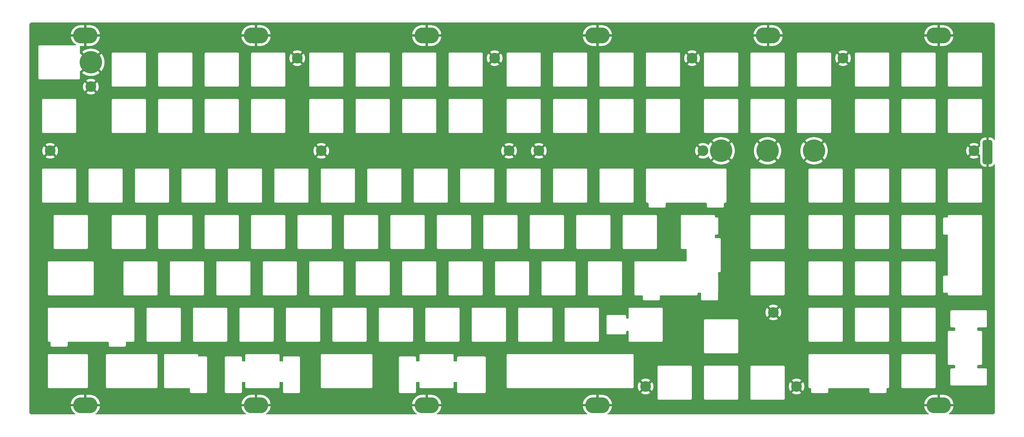
<source format=gbr>
%TF.GenerationSoftware,KiCad,Pcbnew,7.0.5*%
%TF.CreationDate,2023-06-29T00:41:08-04:00*%
%TF.ProjectId,3DP-FR4-plate-top-reset-cutout,3344502d-4652-4342-9d70-6c6174652d74,rev?*%
%TF.SameCoordinates,Original*%
%TF.FileFunction,Copper,L2,Bot*%
%TF.FilePolarity,Positive*%
%FSLAX46Y46*%
G04 Gerber Fmt 4.6, Leading zero omitted, Abs format (unit mm)*
G04 Created by KiCad (PCBNEW 7.0.5) date 2023-06-29 00:41:08*
%MOMM*%
%LPD*%
G01*
G04 APERTURE LIST*
G04 Aperture macros list*
%AMRoundRect*
0 Rectangle with rounded corners*
0 $1 Rounding radius*
0 $2 $3 $4 $5 $6 $7 $8 $9 X,Y pos of 4 corners*
0 Add a 4 corners polygon primitive as box body*
4,1,4,$2,$3,$4,$5,$6,$7,$8,$9,$2,$3,0*
0 Add four circle primitives for the rounded corners*
1,1,$1+$1,$2,$3*
1,1,$1+$1,$4,$5*
1,1,$1+$1,$6,$7*
1,1,$1+$1,$8,$9*
0 Add four rect primitives between the rounded corners*
20,1,$1+$1,$2,$3,$4,$5,0*
20,1,$1+$1,$4,$5,$6,$7,0*
20,1,$1+$1,$6,$7,$8,$9,0*
20,1,$1+$1,$8,$9,$2,$3,0*%
G04 Aperture macros list end*
%TA.AperFunction,ComponentPad*%
%ADD10O,10.000000X6.500000*%
%TD*%
%TA.AperFunction,ComponentPad*%
%ADD11C,4.400000*%
%TD*%
%TA.AperFunction,ComponentPad*%
%ADD12C,9.200000*%
%TD*%
%TA.AperFunction,SMDPad,CuDef*%
%ADD13RoundRect,1.000000X1.000000X4.000000X-1.000000X4.000000X-1.000000X-4.000000X1.000000X-4.000000X0*%
%TD*%
G04 APERTURE END LIST*
D10*
%TO.P,H8,1,1*%
%TO.N,Mounting-hole*%
X93000000Y-157200000D03*
%TD*%
%TO.P,H6,1,1*%
%TO.N,Mounting-hole*%
X373000000Y-5375000D03*
%TD*%
D11*
%TO.P,H20,1,1*%
%TO.N,Mounting-hole*%
X276262300Y-52712500D03*
%TD*%
D10*
%TO.P,H11,1,1*%
%TO.N,Mounting-hole*%
X373000000Y-157200000D03*
%TD*%
%TO.P,H10,1,1*%
%TO.N,Mounting-hole*%
X233000000Y-157200000D03*
%TD*%
D12*
%TO.P,H26,1,1*%
%TO.N,Mounting-hole*%
X283725500Y-52712500D03*
%TD*%
%TO.P,H28,1,1*%
%TO.N,Mounting-hole*%
X321825500Y-52712500D03*
%TD*%
D11*
%TO.P,H14,1,1*%
%TO.N,Mounting-hole*%
X109894250Y-14675000D03*
%TD*%
D10*
%TO.P,H4,1,1*%
%TO.N,Mounting-hole*%
X233000000Y-5375000D03*
%TD*%
%TO.P,H1,1,1*%
%TO.N,Mounting-hole*%
X23000000Y-5375000D03*
%TD*%
D11*
%TO.P,H21,1,1*%
%TO.N,Mounting-hole*%
X333731750Y-14675000D03*
%TD*%
%TO.P,H24,1,1*%
%TO.N,Mounting-hole*%
X305157000Y-119100000D03*
%TD*%
%TO.P,H16,1,1*%
%TO.N,Mounting-hole*%
X190856750Y-14675000D03*
%TD*%
D10*
%TO.P,H7,1,1*%
%TO.N,Mounting-hole*%
X23000000Y-157200000D03*
%TD*%
D11*
%TO.P,H18,1,1*%
%TO.N,Mounting-hole*%
X208963000Y-52712500D03*
%TD*%
%TO.P,H15,1,1*%
%TO.N,Mounting-hole*%
X119763000Y-52712500D03*
%TD*%
D10*
%TO.P,H3,1,1*%
%TO.N,Mounting-hole*%
X163000000Y-5375000D03*
%TD*%
D11*
%TO.P,H13,1,1*%
%TO.N,Mounting-hole*%
X25263000Y-26375000D03*
%TD*%
%TO.P,H17,1,1*%
%TO.N,Mounting-hole*%
X196762300Y-52712500D03*
%TD*%
D12*
%TO.P,H29,1,1*%
%TO.N,Mounting-hole*%
X25263000Y-16375000D03*
%TD*%
D11*
%TO.P,H25,1,1*%
%TO.N,Mounting-hole*%
X314681750Y-149531112D03*
%TD*%
%TO.P,H19,1,1*%
%TO.N,Mounting-hole*%
X271819250Y-14675000D03*
%TD*%
D12*
%TO.P,H27,1,1*%
%TO.N,Mounting-hole*%
X302775500Y-52712500D03*
%TD*%
D10*
%TO.P,H2,1,1*%
%TO.N,Mounting-hole*%
X93000000Y-5375000D03*
%TD*%
D11*
%TO.P,H12,1,1*%
%TO.N,Mounting-hole*%
X8563000Y-52712500D03*
%TD*%
%TO.P,H23,1,1*%
%TO.N,Mounting-hole*%
X252769250Y-149531112D03*
%TD*%
%TO.P,H22,1,1*%
%TO.N,Mounting-hole*%
X387437000Y-52712500D03*
%TD*%
D10*
%TO.P,H5,1,1*%
%TO.N,Mounting-hole*%
X303000000Y-5375000D03*
%TD*%
%TO.P,H9,1,1*%
%TO.N,Mounting-hole*%
X163000000Y-157200000D03*
%TD*%
D13*
%TO.P,TP1,1,1*%
%TO.N,Mounting-hole*%
X393000000Y-53250000D03*
%TD*%
%TA.AperFunction,Conductor*%
%TO.N,Mounting-hole*%
G36*
X395002735Y-740D02*
G01*
X395036642Y-3705D01*
X395045440Y-4475D01*
X395171603Y-16901D01*
X395191847Y-20584D01*
X395257408Y-38151D01*
X395259232Y-38672D01*
X395351432Y-66640D01*
X395368092Y-73014D01*
X395404035Y-89775D01*
X395435351Y-104378D01*
X395438418Y-105911D01*
X395522280Y-150736D01*
X395528718Y-154692D01*
X395594799Y-200963D01*
X395598632Y-203870D01*
X395670774Y-263076D01*
X395675347Y-267220D01*
X395732777Y-324650D01*
X395736922Y-329224D01*
X395796128Y-401366D01*
X395799035Y-405199D01*
X395845306Y-471280D01*
X395849265Y-477723D01*
X395894084Y-561574D01*
X395895620Y-564647D01*
X395926982Y-631902D01*
X395933362Y-648577D01*
X395961296Y-740661D01*
X395961862Y-742644D01*
X395979412Y-808144D01*
X395983098Y-828404D01*
X395995524Y-954558D01*
X395999259Y-997255D01*
X395999499Y-1002749D01*
X395999500Y-48244951D01*
X395979498Y-48313072D01*
X395925842Y-48359565D01*
X395855568Y-48369669D01*
X395790988Y-48340175D01*
X395762912Y-48305336D01*
X395686802Y-48165952D01*
X395515364Y-47936938D01*
X395515356Y-47936929D01*
X395313070Y-47734643D01*
X395313061Y-47734635D01*
X395084047Y-47563197D01*
X394832950Y-47426088D01*
X394832951Y-47426088D01*
X394564902Y-47326111D01*
X394285353Y-47265299D01*
X394071428Y-47250000D01*
X393500000Y-47250000D01*
X393500000Y-59250000D01*
X394071428Y-59250000D01*
X394285353Y-59234700D01*
X394564902Y-59173888D01*
X394832951Y-59073911D01*
X395084047Y-58936802D01*
X395313061Y-58765364D01*
X395313070Y-58765356D01*
X395515356Y-58563070D01*
X395515364Y-58563061D01*
X395686802Y-58334047D01*
X395762912Y-58194663D01*
X395813114Y-58144461D01*
X395882488Y-58129369D01*
X395949009Y-58154180D01*
X395991556Y-58211015D01*
X395999500Y-58255048D01*
X395999500Y-159997249D01*
X395999260Y-160002745D01*
X395995522Y-160045450D01*
X395983098Y-160171594D01*
X395979412Y-160191854D01*
X395961862Y-160257354D01*
X395961296Y-160259337D01*
X395933362Y-160351421D01*
X395926982Y-160368096D01*
X395895620Y-160435351D01*
X395894084Y-160438424D01*
X395849265Y-160522275D01*
X395845306Y-160528718D01*
X395799035Y-160594799D01*
X395796128Y-160598632D01*
X395736922Y-160670774D01*
X395732768Y-160675358D01*
X395675358Y-160732768D01*
X395670774Y-160736922D01*
X395598632Y-160796128D01*
X395594799Y-160799035D01*
X395528718Y-160845306D01*
X395522275Y-160849265D01*
X395438424Y-160894084D01*
X395435351Y-160895620D01*
X395368096Y-160926982D01*
X395351421Y-160933362D01*
X395259337Y-160961296D01*
X395257354Y-160961862D01*
X395191854Y-160979412D01*
X395171594Y-160983098D01*
X395045450Y-160995522D01*
X395008705Y-160998738D01*
X395002740Y-160999260D01*
X394997250Y-160999500D01*
X377135898Y-160999500D01*
X377067777Y-160979498D01*
X377021284Y-160925842D01*
X377011180Y-160855568D01*
X377040674Y-160790988D01*
X377072022Y-160764891D01*
X377081778Y-160759152D01*
X377414398Y-160517490D01*
X377722143Y-160244851D01*
X378002135Y-159943788D01*
X378002145Y-159943777D01*
X378251767Y-159617102D01*
X378468705Y-159267847D01*
X378650921Y-158899285D01*
X378796712Y-158514866D01*
X378796718Y-158514850D01*
X378904726Y-158118158D01*
X378973946Y-157712864D01*
X378974880Y-157700000D01*
X375245603Y-157700000D01*
X375285216Y-157500854D01*
X375304935Y-157200000D01*
X375285216Y-156899146D01*
X375245603Y-156700000D01*
X378970504Y-156700000D01*
X378970504Y-156699999D01*
X378944234Y-156483648D01*
X378855513Y-156082180D01*
X378728466Y-155691171D01*
X378564270Y-155314237D01*
X378364461Y-154954908D01*
X378364459Y-154954905D01*
X378130905Y-154616545D01*
X377865780Y-154302299D01*
X377571565Y-154015109D01*
X377571561Y-154015105D01*
X377251017Y-153757665D01*
X377251007Y-153757658D01*
X376907098Y-153532346D01*
X376907084Y-153532338D01*
X376543066Y-153341286D01*
X376543055Y-153341281D01*
X376162261Y-153186238D01*
X376162248Y-153186234D01*
X375768281Y-153068673D01*
X375364795Y-152989681D01*
X374955572Y-152950000D01*
X373500000Y-152950000D01*
X373500000Y-154954396D01*
X373300854Y-154914784D01*
X373075294Y-154900000D01*
X372924706Y-154900000D01*
X372699146Y-154914784D01*
X372500000Y-154954396D01*
X372500000Y-152950000D01*
X371147276Y-152950000D01*
X370839339Y-152964894D01*
X370432505Y-153024301D01*
X370033307Y-153122694D01*
X370033306Y-153122694D01*
X369645463Y-153259159D01*
X369272615Y-153432412D01*
X368918226Y-153640843D01*
X368918222Y-153640846D01*
X368585601Y-153882509D01*
X368277856Y-154155148D01*
X367997864Y-154456211D01*
X367997854Y-154456222D01*
X367748232Y-154782897D01*
X367531294Y-155132152D01*
X367349078Y-155500714D01*
X367203287Y-155885133D01*
X367203281Y-155885149D01*
X367095273Y-156281841D01*
X367026053Y-156687135D01*
X367025119Y-156699999D01*
X367025120Y-156700000D01*
X370754397Y-156700000D01*
X370714784Y-156899146D01*
X370695065Y-157200000D01*
X370714784Y-157500854D01*
X370754397Y-157700000D01*
X367029496Y-157700000D01*
X367055765Y-157916351D01*
X367144486Y-158317819D01*
X367271533Y-158708828D01*
X367435729Y-159085762D01*
X367635538Y-159445091D01*
X367635540Y-159445094D01*
X367869094Y-159783454D01*
X368134219Y-160097700D01*
X368428434Y-160384890D01*
X368428438Y-160384894D01*
X368748982Y-160642334D01*
X368749001Y-160642348D01*
X368940953Y-160768105D01*
X368986973Y-160822167D01*
X368996459Y-160892527D01*
X368966400Y-160956846D01*
X368906339Y-160994703D01*
X368871904Y-160999500D01*
X237135898Y-160999500D01*
X237067777Y-160979498D01*
X237021284Y-160925842D01*
X237011180Y-160855568D01*
X237040674Y-160790988D01*
X237072022Y-160764891D01*
X237081778Y-160759152D01*
X237414398Y-160517490D01*
X237722143Y-160244851D01*
X238002135Y-159943788D01*
X238002145Y-159943777D01*
X238251767Y-159617102D01*
X238468705Y-159267847D01*
X238650921Y-158899285D01*
X238796712Y-158514866D01*
X238796718Y-158514850D01*
X238904726Y-158118158D01*
X238973946Y-157712864D01*
X238974880Y-157700000D01*
X235245603Y-157700000D01*
X235285216Y-157500854D01*
X235304935Y-157200000D01*
X235285216Y-156899146D01*
X235245603Y-156700000D01*
X238970504Y-156700000D01*
X238970504Y-156699999D01*
X238944234Y-156483648D01*
X238855513Y-156082180D01*
X238728466Y-155691171D01*
X238564270Y-155314237D01*
X238364461Y-154954908D01*
X238364459Y-154954905D01*
X238130905Y-154616545D01*
X237950604Y-154402839D01*
X257667645Y-154402839D01*
X257674460Y-154454606D01*
X257675000Y-154462838D01*
X257675000Y-154518893D01*
X257676364Y-154524869D01*
X257674869Y-154549255D01*
X257686528Y-154577402D01*
X257692958Y-154597576D01*
X257692959Y-154597579D01*
X257692960Y-154597580D01*
X257700097Y-154628851D01*
X257700099Y-154628856D01*
X257709778Y-154648955D01*
X257714162Y-154675585D01*
X257728912Y-154694807D01*
X257742471Y-154716842D01*
X257749030Y-154730462D01*
X257749034Y-154730469D01*
X257771423Y-154758544D01*
X257782563Y-154785833D01*
X257797726Y-154797468D01*
X257814278Y-154813714D01*
X257814350Y-154813643D01*
X257824357Y-154823650D01*
X257824285Y-154823721D01*
X257840531Y-154840273D01*
X257847595Y-154849479D01*
X257852552Y-154850162D01*
X257879453Y-154866573D01*
X257907533Y-154888967D01*
X257907534Y-154888967D01*
X257907535Y-154888968D01*
X257907537Y-154888969D01*
X257921158Y-154895529D01*
X257943193Y-154909088D01*
X257954783Y-154917981D01*
X257956844Y-154917762D01*
X257989044Y-154928221D01*
X258009149Y-154937903D01*
X258040424Y-154945041D01*
X258060599Y-154951471D01*
X258078390Y-154958840D01*
X258113129Y-154961635D01*
X258119107Y-154963000D01*
X258119109Y-154963000D01*
X258175168Y-154963000D01*
X258183400Y-154963540D01*
X258223002Y-154968753D01*
X258260208Y-154963000D01*
X271090791Y-154963000D01*
X271115837Y-154970354D01*
X271167599Y-154963540D01*
X271175831Y-154963000D01*
X271231895Y-154963000D01*
X271237866Y-154961637D01*
X271262250Y-154963130D01*
X271290396Y-154951472D01*
X271310572Y-154945042D01*
X271341851Y-154937903D01*
X271361952Y-154928222D01*
X271388586Y-154923836D01*
X271407804Y-154909090D01*
X271429841Y-154895529D01*
X271443463Y-154888969D01*
X271443463Y-154888968D01*
X271443467Y-154888967D01*
X271471543Y-154866576D01*
X271498833Y-154855434D01*
X271510466Y-154840275D01*
X271526714Y-154823721D01*
X271526643Y-154823650D01*
X271536650Y-154813643D01*
X271536721Y-154813714D01*
X271553275Y-154797466D01*
X271562480Y-154790402D01*
X271563163Y-154785446D01*
X271579576Y-154758544D01*
X271601967Y-154730467D01*
X271608529Y-154716842D01*
X271608529Y-154716841D01*
X271622090Y-154694804D01*
X271630985Y-154683211D01*
X271630765Y-154681146D01*
X271641221Y-154648955D01*
X271650903Y-154628851D01*
X271658042Y-154597572D01*
X271664472Y-154577396D01*
X271671839Y-154559610D01*
X271674637Y-154524866D01*
X271676000Y-154518895D01*
X271676000Y-154462830D01*
X271676540Y-154454598D01*
X271681753Y-154415000D01*
X271679873Y-154402839D01*
X276717645Y-154402839D01*
X276724460Y-154454606D01*
X276725000Y-154462838D01*
X276725000Y-154518893D01*
X276726364Y-154524869D01*
X276724869Y-154549255D01*
X276736528Y-154577402D01*
X276742958Y-154597576D01*
X276742959Y-154597579D01*
X276742960Y-154597580D01*
X276750097Y-154628851D01*
X276750099Y-154628856D01*
X276759778Y-154648955D01*
X276764162Y-154675585D01*
X276778912Y-154694807D01*
X276792471Y-154716842D01*
X276799030Y-154730462D01*
X276799034Y-154730469D01*
X276821423Y-154758544D01*
X276832563Y-154785833D01*
X276847726Y-154797468D01*
X276864278Y-154813714D01*
X276864350Y-154813643D01*
X276874357Y-154823650D01*
X276874285Y-154823721D01*
X276890531Y-154840273D01*
X276897595Y-154849479D01*
X276902552Y-154850162D01*
X276929453Y-154866573D01*
X276957533Y-154888967D01*
X276957534Y-154888967D01*
X276957535Y-154888968D01*
X276957537Y-154888969D01*
X276971158Y-154895529D01*
X276993193Y-154909088D01*
X277004783Y-154917981D01*
X277006844Y-154917762D01*
X277039044Y-154928221D01*
X277059149Y-154937903D01*
X277090424Y-154945041D01*
X277110599Y-154951471D01*
X277128390Y-154958840D01*
X277163129Y-154961635D01*
X277169107Y-154963000D01*
X277169109Y-154963000D01*
X277225168Y-154963000D01*
X277233400Y-154963540D01*
X277273002Y-154968753D01*
X277310208Y-154963000D01*
X290140791Y-154963000D01*
X290165837Y-154970354D01*
X290217599Y-154963540D01*
X290225831Y-154963000D01*
X290281895Y-154963000D01*
X290287866Y-154961637D01*
X290312250Y-154963130D01*
X290340396Y-154951472D01*
X290360572Y-154945042D01*
X290391851Y-154937903D01*
X290411952Y-154928222D01*
X290438586Y-154923836D01*
X290457804Y-154909090D01*
X290479841Y-154895529D01*
X290493463Y-154888969D01*
X290493463Y-154888968D01*
X290493467Y-154888967D01*
X290521543Y-154866576D01*
X290548833Y-154855434D01*
X290560466Y-154840275D01*
X290576714Y-154823721D01*
X290576643Y-154823650D01*
X290586650Y-154813643D01*
X290586721Y-154813714D01*
X290603275Y-154797466D01*
X290612480Y-154790402D01*
X290613163Y-154785446D01*
X290629576Y-154758544D01*
X290651967Y-154730467D01*
X290658529Y-154716842D01*
X290658529Y-154716841D01*
X290672090Y-154694804D01*
X290680985Y-154683211D01*
X290680765Y-154681146D01*
X290691221Y-154648955D01*
X290700903Y-154628851D01*
X290708042Y-154597572D01*
X290714472Y-154577396D01*
X290721839Y-154559610D01*
X290724637Y-154524866D01*
X290726000Y-154518895D01*
X290726000Y-154462830D01*
X290726540Y-154454598D01*
X290731753Y-154415000D01*
X290729873Y-154402839D01*
X295767645Y-154402839D01*
X295774460Y-154454606D01*
X295775000Y-154462838D01*
X295775000Y-154518893D01*
X295776364Y-154524869D01*
X295774869Y-154549255D01*
X295786528Y-154577402D01*
X295792958Y-154597576D01*
X295792959Y-154597579D01*
X295792960Y-154597580D01*
X295800097Y-154628851D01*
X295800099Y-154628856D01*
X295809778Y-154648955D01*
X295814162Y-154675585D01*
X295828912Y-154694807D01*
X295842471Y-154716842D01*
X295849030Y-154730462D01*
X295849034Y-154730469D01*
X295871423Y-154758544D01*
X295882563Y-154785833D01*
X295897726Y-154797468D01*
X295914278Y-154813714D01*
X295914350Y-154813643D01*
X295924357Y-154823650D01*
X295924285Y-154823721D01*
X295940531Y-154840273D01*
X295947595Y-154849479D01*
X295952552Y-154850162D01*
X295979453Y-154866573D01*
X296007533Y-154888967D01*
X296007534Y-154888967D01*
X296007535Y-154888968D01*
X296007537Y-154888969D01*
X296021158Y-154895529D01*
X296043193Y-154909088D01*
X296054783Y-154917981D01*
X296056844Y-154917762D01*
X296089044Y-154928221D01*
X296109149Y-154937903D01*
X296140424Y-154945041D01*
X296160599Y-154951471D01*
X296178390Y-154958840D01*
X296213129Y-154961635D01*
X296219107Y-154963000D01*
X296219109Y-154963000D01*
X296275168Y-154963000D01*
X296283400Y-154963540D01*
X296323002Y-154968753D01*
X296360208Y-154963000D01*
X309190791Y-154963000D01*
X309215837Y-154970354D01*
X309267599Y-154963540D01*
X309275831Y-154963000D01*
X309331895Y-154963000D01*
X309337866Y-154961637D01*
X309362250Y-154963130D01*
X309390396Y-154951472D01*
X309410572Y-154945042D01*
X309441851Y-154937903D01*
X309461952Y-154928222D01*
X309488586Y-154923836D01*
X309507804Y-154909090D01*
X309529841Y-154895529D01*
X309543463Y-154888969D01*
X309543463Y-154888968D01*
X309543467Y-154888967D01*
X309571543Y-154866576D01*
X309598833Y-154855434D01*
X309610466Y-154840275D01*
X309626714Y-154823721D01*
X309626643Y-154823650D01*
X309636650Y-154813643D01*
X309636721Y-154813714D01*
X309653275Y-154797466D01*
X309662480Y-154790402D01*
X309663163Y-154785446D01*
X309679576Y-154758544D01*
X309701967Y-154730467D01*
X309708529Y-154716842D01*
X309708529Y-154716841D01*
X309722090Y-154694804D01*
X309730985Y-154683211D01*
X309730765Y-154681146D01*
X309741221Y-154648955D01*
X309750903Y-154628851D01*
X309758042Y-154597572D01*
X309764472Y-154577396D01*
X309771839Y-154559610D01*
X309774637Y-154524866D01*
X309776000Y-154518895D01*
X309776000Y-154462830D01*
X309776540Y-154454598D01*
X309781753Y-154415000D01*
X309776000Y-154377790D01*
X309776000Y-149531111D01*
X311476708Y-149531111D01*
X311496860Y-149889959D01*
X311496860Y-149889960D01*
X311557063Y-150244293D01*
X311656565Y-150589674D01*
X311794102Y-150921717D01*
X311794114Y-150921740D01*
X311967961Y-151236294D01*
X311967962Y-151236297D01*
X312093097Y-151412658D01*
X313632778Y-149872976D01*
X313637520Y-149892523D01*
X313724788Y-150083614D01*
X313846644Y-150254736D01*
X313998682Y-150399704D01*
X314175408Y-150513279D01*
X314340567Y-150579399D01*
X312800203Y-152119763D01*
X312976570Y-152244902D01*
X313291121Y-152418747D01*
X313291144Y-152418759D01*
X313623187Y-152556296D01*
X313968568Y-152655798D01*
X314322902Y-152716001D01*
X314681749Y-152736153D01*
X315040597Y-152716001D01*
X315040598Y-152716001D01*
X315394931Y-152655798D01*
X315740312Y-152556296D01*
X316072355Y-152418759D01*
X316072378Y-152418747D01*
X316386924Y-152244905D01*
X316386931Y-152244901D01*
X316563295Y-152119763D01*
X315021364Y-150577831D01*
X315092439Y-150556962D01*
X315279160Y-150460701D01*
X315444290Y-150330841D01*
X315581860Y-150172077D01*
X315686897Y-149990147D01*
X315728291Y-149870547D01*
X317270401Y-151412657D01*
X317395539Y-151236293D01*
X317395543Y-151236286D01*
X317569385Y-150921740D01*
X317569397Y-150921717D01*
X317706934Y-150589674D01*
X317806436Y-150244293D01*
X317866639Y-149889960D01*
X317866639Y-149889959D01*
X317880657Y-149640339D01*
X319580145Y-149640339D01*
X319586960Y-149692106D01*
X319587500Y-149700338D01*
X319587500Y-149756393D01*
X319588864Y-149762369D01*
X319587369Y-149786755D01*
X319599028Y-149814902D01*
X319605458Y-149835076D01*
X319605459Y-149835079D01*
X319605460Y-149835080D01*
X319612597Y-149866351D01*
X319612599Y-149866356D01*
X319622278Y-149886455D01*
X319626662Y-149913085D01*
X319641412Y-149932307D01*
X319654971Y-149954342D01*
X319661530Y-149967962D01*
X319661534Y-149967969D01*
X319683923Y-149996044D01*
X319695063Y-150023333D01*
X319710226Y-150034968D01*
X319726778Y-150051214D01*
X319726850Y-150051143D01*
X319736857Y-150061150D01*
X319736785Y-150061221D01*
X319753031Y-150077773D01*
X319760095Y-150086979D01*
X319765052Y-150087662D01*
X319791953Y-150104073D01*
X319820033Y-150126467D01*
X319820034Y-150126467D01*
X319820035Y-150126468D01*
X319820037Y-150126469D01*
X319833658Y-150133029D01*
X319855693Y-150146588D01*
X319867283Y-150155481D01*
X319869344Y-150155262D01*
X319901544Y-150165721D01*
X319921649Y-150175403D01*
X319952924Y-150182541D01*
X319973099Y-150188971D01*
X319990890Y-150196340D01*
X320025629Y-150199135D01*
X320031607Y-150200500D01*
X320087668Y-150200500D01*
X320095900Y-150201040D01*
X320135502Y-150206253D01*
X320172708Y-150200500D01*
X320365084Y-150200500D01*
X320384735Y-150202042D01*
X320384857Y-150202061D01*
X320386110Y-150202259D01*
X320388532Y-150202692D01*
X320430223Y-150210984D01*
X320460925Y-150217091D01*
X320493542Y-150228402D01*
X320509580Y-150236573D01*
X320515966Y-150240316D01*
X320558973Y-150269052D01*
X320578064Y-150284721D01*
X320590277Y-150296934D01*
X320605947Y-150316027D01*
X320634677Y-150359024D01*
X320638431Y-150365429D01*
X320646595Y-150381453D01*
X320657907Y-150414074D01*
X320672262Y-150486242D01*
X320672631Y-150488268D01*
X320672816Y-150489393D01*
X320674500Y-150509922D01*
X320674500Y-151615291D01*
X320667145Y-151640339D01*
X320673960Y-151692106D01*
X320674500Y-151700338D01*
X320674500Y-151756393D01*
X320675864Y-151762369D01*
X320674369Y-151786755D01*
X320686028Y-151814902D01*
X320692458Y-151835076D01*
X320692459Y-151835079D01*
X320692460Y-151835080D01*
X320699597Y-151866351D01*
X320699599Y-151866356D01*
X320709278Y-151886455D01*
X320713662Y-151913085D01*
X320728412Y-151932307D01*
X320741971Y-151954342D01*
X320748530Y-151967962D01*
X320748534Y-151967969D01*
X320770923Y-151996044D01*
X320782063Y-152023333D01*
X320797226Y-152034968D01*
X320813778Y-152051214D01*
X320813850Y-152051143D01*
X320823857Y-152061150D01*
X320823785Y-152061221D01*
X320840031Y-152077773D01*
X320847095Y-152086979D01*
X320852052Y-152087662D01*
X320878953Y-152104073D01*
X320907033Y-152126467D01*
X320907034Y-152126467D01*
X320907035Y-152126468D01*
X320907037Y-152126469D01*
X320920658Y-152133029D01*
X320942693Y-152146588D01*
X320954283Y-152155481D01*
X320956344Y-152155262D01*
X320988544Y-152165721D01*
X321008649Y-152175403D01*
X321039924Y-152182541D01*
X321060099Y-152188971D01*
X321077890Y-152196340D01*
X321112629Y-152199135D01*
X321118607Y-152200500D01*
X321118609Y-152200500D01*
X321174668Y-152200500D01*
X321182900Y-152201040D01*
X321222502Y-152206253D01*
X321259708Y-152200500D01*
X327090291Y-152200500D01*
X327115337Y-152207854D01*
X327167099Y-152201040D01*
X327175331Y-152200500D01*
X327231395Y-152200500D01*
X327237366Y-152199137D01*
X327261750Y-152200630D01*
X327289896Y-152188972D01*
X327310072Y-152182542D01*
X327341351Y-152175403D01*
X327361452Y-152165722D01*
X327388086Y-152161336D01*
X327407304Y-152146590D01*
X327429341Y-152133029D01*
X327442963Y-152126469D01*
X327442963Y-152126468D01*
X327442967Y-152126467D01*
X327471043Y-152104076D01*
X327498333Y-152092934D01*
X327509966Y-152077775D01*
X327526214Y-152061221D01*
X327526143Y-152061150D01*
X327536150Y-152051143D01*
X327536221Y-152051214D01*
X327552775Y-152034966D01*
X327561980Y-152027902D01*
X327562663Y-152022946D01*
X327579076Y-151996044D01*
X327601467Y-151967967D01*
X327608029Y-151954342D01*
X327608029Y-151954341D01*
X327621590Y-151932304D01*
X327630485Y-151920711D01*
X327630265Y-151918646D01*
X327640721Y-151886455D01*
X327650403Y-151866351D01*
X327657542Y-151835072D01*
X327663972Y-151814896D01*
X327671339Y-151797110D01*
X327674137Y-151762366D01*
X327675500Y-151756395D01*
X327675500Y-151700330D01*
X327676040Y-151692098D01*
X327681253Y-151652500D01*
X327675500Y-151615290D01*
X327675500Y-150509913D01*
X327676965Y-150490754D01*
X327676982Y-150490641D01*
X327677252Y-150488937D01*
X327677656Y-150486644D01*
X327692092Y-150414069D01*
X327703400Y-150381461D01*
X327711581Y-150365404D01*
X327715307Y-150359047D01*
X327744060Y-150316015D01*
X327759711Y-150296945D01*
X327771945Y-150284711D01*
X327791015Y-150269060D01*
X327834047Y-150240307D01*
X327840404Y-150236581D01*
X327856461Y-150228400D01*
X327889069Y-150217092D01*
X327961694Y-150202646D01*
X327964010Y-150202240D01*
X327965655Y-150201980D01*
X327965958Y-150201934D01*
X327984914Y-150200500D01*
X344241084Y-150200500D01*
X344260735Y-150202042D01*
X344260857Y-150202061D01*
X344262110Y-150202259D01*
X344264532Y-150202692D01*
X344306223Y-150210984D01*
X344336925Y-150217091D01*
X344369542Y-150228402D01*
X344385580Y-150236573D01*
X344391966Y-150240316D01*
X344434973Y-150269052D01*
X344454064Y-150284721D01*
X344466277Y-150296934D01*
X344481947Y-150316027D01*
X344510677Y-150359024D01*
X344514431Y-150365429D01*
X344522595Y-150381453D01*
X344533907Y-150414074D01*
X344548262Y-150486242D01*
X344548631Y-150488268D01*
X344548816Y-150489393D01*
X344550500Y-150509922D01*
X344550500Y-151615291D01*
X344543145Y-151640339D01*
X344549960Y-151692106D01*
X344550500Y-151700338D01*
X344550500Y-151756393D01*
X344551864Y-151762369D01*
X344550369Y-151786755D01*
X344562028Y-151814902D01*
X344568458Y-151835076D01*
X344568459Y-151835079D01*
X344568460Y-151835080D01*
X344575597Y-151866351D01*
X344575599Y-151866356D01*
X344585278Y-151886455D01*
X344589662Y-151913085D01*
X344604412Y-151932307D01*
X344617971Y-151954342D01*
X344624530Y-151967962D01*
X344624534Y-151967969D01*
X344646923Y-151996044D01*
X344658063Y-152023333D01*
X344673226Y-152034968D01*
X344689778Y-152051214D01*
X344689850Y-152051143D01*
X344699857Y-152061150D01*
X344699785Y-152061221D01*
X344716031Y-152077773D01*
X344723095Y-152086979D01*
X344728052Y-152087662D01*
X344754953Y-152104073D01*
X344783033Y-152126467D01*
X344783034Y-152126467D01*
X344783035Y-152126468D01*
X344783037Y-152126469D01*
X344796658Y-152133029D01*
X344818693Y-152146588D01*
X344830283Y-152155481D01*
X344832344Y-152155262D01*
X344864544Y-152165721D01*
X344884649Y-152175403D01*
X344915924Y-152182541D01*
X344936099Y-152188971D01*
X344953890Y-152196340D01*
X344988629Y-152199135D01*
X344994607Y-152200500D01*
X344994609Y-152200500D01*
X345050668Y-152200500D01*
X345058900Y-152201040D01*
X345098502Y-152206253D01*
X345135708Y-152200500D01*
X350966291Y-152200500D01*
X350991337Y-152207854D01*
X351043099Y-152201040D01*
X351051331Y-152200500D01*
X351107395Y-152200500D01*
X351113366Y-152199137D01*
X351137750Y-152200630D01*
X351165896Y-152188972D01*
X351186072Y-152182542D01*
X351217351Y-152175403D01*
X351237452Y-152165722D01*
X351264086Y-152161336D01*
X351283304Y-152146590D01*
X351305341Y-152133029D01*
X351318963Y-152126469D01*
X351318963Y-152126468D01*
X351318967Y-152126467D01*
X351347043Y-152104076D01*
X351374333Y-152092934D01*
X351385966Y-152077775D01*
X351402214Y-152061221D01*
X351402143Y-152061150D01*
X351412150Y-152051143D01*
X351412221Y-152051214D01*
X351428775Y-152034966D01*
X351437980Y-152027902D01*
X351438663Y-152022946D01*
X351455076Y-151996044D01*
X351477467Y-151967967D01*
X351484029Y-151954342D01*
X351484029Y-151954341D01*
X351497590Y-151932304D01*
X351506485Y-151920711D01*
X351506265Y-151918646D01*
X351516721Y-151886455D01*
X351526403Y-151866351D01*
X351533542Y-151835072D01*
X351539972Y-151814896D01*
X351547339Y-151797110D01*
X351550137Y-151762366D01*
X351551500Y-151756395D01*
X351551500Y-151700330D01*
X351552040Y-151692098D01*
X351557253Y-151652500D01*
X351551500Y-151615290D01*
X351551500Y-150509913D01*
X351552965Y-150490754D01*
X351552982Y-150490641D01*
X351553252Y-150488937D01*
X351553656Y-150486644D01*
X351568092Y-150414069D01*
X351579400Y-150381461D01*
X351587581Y-150365404D01*
X351591307Y-150359047D01*
X351620060Y-150316015D01*
X351635711Y-150296945D01*
X351647945Y-150284711D01*
X351667015Y-150269060D01*
X351710047Y-150240307D01*
X351716404Y-150236581D01*
X351732461Y-150228400D01*
X351765069Y-150217092D01*
X351837694Y-150202646D01*
X351840010Y-150202240D01*
X351841655Y-150201980D01*
X351841958Y-150201934D01*
X351860914Y-150200500D01*
X352053291Y-150200500D01*
X352078337Y-150207854D01*
X352130099Y-150201040D01*
X352138331Y-150200500D01*
X352194395Y-150200500D01*
X352200366Y-150199137D01*
X352224750Y-150200630D01*
X352252896Y-150188972D01*
X352273072Y-150182542D01*
X352304351Y-150175403D01*
X352324452Y-150165722D01*
X352351086Y-150161336D01*
X352370304Y-150146590D01*
X352392341Y-150133029D01*
X352405963Y-150126469D01*
X352405963Y-150126468D01*
X352405967Y-150126467D01*
X352434043Y-150104076D01*
X352461333Y-150092934D01*
X352472966Y-150077775D01*
X352489214Y-150061221D01*
X352489143Y-150061150D01*
X352499150Y-150051143D01*
X352499221Y-150051214D01*
X352515775Y-150034966D01*
X352524980Y-150027902D01*
X352525663Y-150022946D01*
X352542076Y-149996044D01*
X352564467Y-149967967D01*
X352571029Y-149954342D01*
X352571029Y-149954341D01*
X352584590Y-149932304D01*
X352593485Y-149920711D01*
X352593265Y-149918646D01*
X352603721Y-149886455D01*
X352613403Y-149866351D01*
X352620542Y-149835072D01*
X352626972Y-149814896D01*
X352634339Y-149797110D01*
X352637137Y-149762366D01*
X352637608Y-149760299D01*
X352638500Y-149756393D01*
X352638500Y-149700315D01*
X352639039Y-149692098D01*
X352644252Y-149652497D01*
X352642372Y-149640339D01*
X357680145Y-149640339D01*
X357686960Y-149692106D01*
X357687500Y-149700338D01*
X357687500Y-149756393D01*
X357688864Y-149762369D01*
X357687369Y-149786755D01*
X357699028Y-149814902D01*
X357705458Y-149835076D01*
X357705459Y-149835079D01*
X357705460Y-149835080D01*
X357712597Y-149866351D01*
X357712599Y-149866356D01*
X357722278Y-149886455D01*
X357726662Y-149913085D01*
X357741412Y-149932307D01*
X357754971Y-149954342D01*
X357761530Y-149967962D01*
X357761534Y-149967969D01*
X357783923Y-149996044D01*
X357795063Y-150023333D01*
X357810226Y-150034968D01*
X357826778Y-150051214D01*
X357826850Y-150051143D01*
X357836857Y-150061150D01*
X357836785Y-150061221D01*
X357853031Y-150077773D01*
X357860095Y-150086979D01*
X357865052Y-150087662D01*
X357891953Y-150104073D01*
X357920033Y-150126467D01*
X357920034Y-150126467D01*
X357920035Y-150126468D01*
X357920037Y-150126469D01*
X357933658Y-150133029D01*
X357955693Y-150146588D01*
X357967283Y-150155481D01*
X357969344Y-150155262D01*
X358001544Y-150165721D01*
X358021649Y-150175403D01*
X358052924Y-150182541D01*
X358073099Y-150188971D01*
X358090890Y-150196340D01*
X358125629Y-150199135D01*
X358131607Y-150200500D01*
X358131609Y-150200500D01*
X358187668Y-150200500D01*
X358195900Y-150201040D01*
X358235502Y-150206253D01*
X358272708Y-150200500D01*
X371103291Y-150200500D01*
X371128337Y-150207854D01*
X371180099Y-150201040D01*
X371188331Y-150200500D01*
X371244395Y-150200500D01*
X371250366Y-150199137D01*
X371274750Y-150200630D01*
X371302896Y-150188972D01*
X371323072Y-150182542D01*
X371354351Y-150175403D01*
X371374452Y-150165722D01*
X371401086Y-150161336D01*
X371420304Y-150146590D01*
X371442341Y-150133029D01*
X371455963Y-150126469D01*
X371455963Y-150126468D01*
X371455967Y-150126467D01*
X371484043Y-150104076D01*
X371511333Y-150092934D01*
X371522966Y-150077775D01*
X371539214Y-150061221D01*
X371539143Y-150061150D01*
X371549150Y-150051143D01*
X371549221Y-150051214D01*
X371565775Y-150034966D01*
X371574980Y-150027902D01*
X371575663Y-150022946D01*
X371592076Y-149996044D01*
X371614467Y-149967967D01*
X371621029Y-149954342D01*
X371621029Y-149954341D01*
X371634590Y-149932304D01*
X371643485Y-149920711D01*
X371643265Y-149918646D01*
X371653721Y-149886455D01*
X371663403Y-149866351D01*
X371670542Y-149835072D01*
X371676972Y-149814896D01*
X371684339Y-149797110D01*
X371687137Y-149762366D01*
X371688500Y-149756395D01*
X371688500Y-149700330D01*
X371689040Y-149692098D01*
X371694253Y-149652500D01*
X371688500Y-149615290D01*
X371688500Y-140115339D01*
X376730145Y-140115339D01*
X376736960Y-140167106D01*
X376737500Y-140175338D01*
X376737500Y-140231393D01*
X376738864Y-140237369D01*
X376737369Y-140261755D01*
X376749028Y-140289902D01*
X376755458Y-140310076D01*
X376755459Y-140310079D01*
X376755460Y-140310080D01*
X376762597Y-140341351D01*
X376762599Y-140341356D01*
X376772278Y-140361455D01*
X376776662Y-140388085D01*
X376791412Y-140407307D01*
X376804971Y-140429342D01*
X376811530Y-140442962D01*
X376811534Y-140442969D01*
X376833923Y-140471044D01*
X376845063Y-140498333D01*
X376860226Y-140509968D01*
X376876778Y-140526214D01*
X376876850Y-140526143D01*
X376886857Y-140536150D01*
X376886785Y-140536221D01*
X376903031Y-140552773D01*
X376910095Y-140561979D01*
X376915052Y-140562662D01*
X376941953Y-140579073D01*
X376970033Y-140601467D01*
X376970034Y-140601467D01*
X376970035Y-140601468D01*
X376970037Y-140601469D01*
X376983658Y-140608029D01*
X377005693Y-140621588D01*
X377017283Y-140630481D01*
X377019344Y-140630262D01*
X377051544Y-140640721D01*
X377071649Y-140650403D01*
X377102924Y-140657541D01*
X377123099Y-140663971D01*
X377140890Y-140671340D01*
X377175629Y-140674135D01*
X377181607Y-140675500D01*
X377237668Y-140675500D01*
X377245900Y-140676040D01*
X377285502Y-140681253D01*
X377322708Y-140675500D01*
X379234457Y-140675500D01*
X379241513Y-140675896D01*
X379242792Y-140676040D01*
X379264394Y-140678474D01*
X379343635Y-140688907D01*
X379368785Y-140694895D01*
X379402224Y-140706595D01*
X379402700Y-140706762D01*
X379406001Y-140708022D01*
X379460028Y-140730400D01*
X379478840Y-140740119D01*
X379513466Y-140761876D01*
X379518303Y-140765240D01*
X379566152Y-140801957D01*
X379572346Y-140807388D01*
X379605609Y-140840651D01*
X379611041Y-140846846D01*
X379647758Y-140894695D01*
X379651122Y-140899532D01*
X379672879Y-140934158D01*
X379682600Y-140952975D01*
X379704976Y-141006997D01*
X379706236Y-141010298D01*
X379718100Y-141044200D01*
X379724093Y-141069371D01*
X379734531Y-141148659D01*
X379737103Y-141171475D01*
X379737500Y-141178537D01*
X379737500Y-141609462D01*
X379737103Y-141616524D01*
X379734531Y-141639339D01*
X379724093Y-141718627D01*
X379718100Y-141743798D01*
X379706236Y-141777700D01*
X379704976Y-141781001D01*
X379682600Y-141835023D01*
X379672879Y-141853840D01*
X379651122Y-141888466D01*
X379647758Y-141893303D01*
X379611041Y-141941152D01*
X379605602Y-141947355D01*
X379572355Y-141980602D01*
X379566152Y-141986041D01*
X379518303Y-142022758D01*
X379513466Y-142026122D01*
X379478840Y-142047879D01*
X379460023Y-142057600D01*
X379406001Y-142079976D01*
X379402700Y-142081236D01*
X379368798Y-142093100D01*
X379343627Y-142099093D01*
X379264339Y-142109531D01*
X379242895Y-142111948D01*
X379241522Y-142112103D01*
X379234462Y-142112500D01*
X378322707Y-142112500D01*
X378297658Y-142105145D01*
X378245892Y-142111960D01*
X378237660Y-142112500D01*
X378181604Y-142112500D01*
X378175622Y-142113865D01*
X378151241Y-142112370D01*
X378123094Y-142124029D01*
X378102920Y-142130459D01*
X378082440Y-142135133D01*
X378071648Y-142137597D01*
X378071643Y-142137599D01*
X378051543Y-142147279D01*
X378024908Y-142151664D01*
X378005686Y-142166414D01*
X377983657Y-142179971D01*
X377970037Y-142186530D01*
X377970035Y-142186531D01*
X377955031Y-142198496D01*
X377941958Y-142208923D01*
X377941955Y-142208925D01*
X377914661Y-142220067D01*
X377903027Y-142235230D01*
X377886786Y-142251779D01*
X377886857Y-142251850D01*
X377876850Y-142261857D01*
X377876779Y-142261786D01*
X377860230Y-142278027D01*
X377851019Y-142285094D01*
X377850336Y-142290056D01*
X377833925Y-142316955D01*
X377811531Y-142345035D01*
X377811530Y-142345037D01*
X377804971Y-142358657D01*
X377791414Y-142380686D01*
X377782514Y-142392284D01*
X377782735Y-142394351D01*
X377772279Y-142426543D01*
X377762599Y-142446643D01*
X377762599Y-142446644D01*
X377762597Y-142446649D01*
X377755459Y-142477920D01*
X377749029Y-142498094D01*
X377741660Y-142515884D01*
X377738865Y-142550622D01*
X377737500Y-142556603D01*
X377737500Y-142612657D01*
X377736960Y-142620889D01*
X377731745Y-142660500D01*
X377737500Y-142697711D01*
X377737500Y-148528291D01*
X377730145Y-148553339D01*
X377736960Y-148605106D01*
X377737500Y-148613338D01*
X377737500Y-148669393D01*
X377738864Y-148675369D01*
X377737369Y-148699755D01*
X377749028Y-148727902D01*
X377755458Y-148748076D01*
X377755459Y-148748079D01*
X377755460Y-148748080D01*
X377762597Y-148779351D01*
X377762599Y-148779356D01*
X377772278Y-148799455D01*
X377776662Y-148826085D01*
X377791412Y-148845307D01*
X377804971Y-148867342D01*
X377811530Y-148880962D01*
X377811534Y-148880969D01*
X377833923Y-148909044D01*
X377845063Y-148936333D01*
X377860226Y-148947968D01*
X377876778Y-148964214D01*
X377876850Y-148964143D01*
X377886857Y-148974150D01*
X377886785Y-148974221D01*
X377903031Y-148990773D01*
X377910095Y-148999979D01*
X377915052Y-149000662D01*
X377941953Y-149017073D01*
X377970033Y-149039467D01*
X377970034Y-149039467D01*
X377970035Y-149039468D01*
X377970037Y-149039469D01*
X377983658Y-149046029D01*
X378005693Y-149059588D01*
X378017283Y-149068481D01*
X378019344Y-149068262D01*
X378051544Y-149078721D01*
X378071649Y-149088403D01*
X378102924Y-149095541D01*
X378123099Y-149101971D01*
X378140890Y-149109340D01*
X378175629Y-149112135D01*
X378181607Y-149113500D01*
X378181609Y-149113500D01*
X378237668Y-149113500D01*
X378245900Y-149114040D01*
X378285502Y-149119253D01*
X378322708Y-149113500D01*
X392153291Y-149113500D01*
X392178337Y-149120854D01*
X392230099Y-149114040D01*
X392238331Y-149113500D01*
X392294395Y-149113500D01*
X392300366Y-149112137D01*
X392324750Y-149113630D01*
X392352896Y-149101972D01*
X392373072Y-149095542D01*
X392404351Y-149088403D01*
X392424452Y-149078722D01*
X392451086Y-149074336D01*
X392470304Y-149059590D01*
X392492341Y-149046029D01*
X392505963Y-149039469D01*
X392505963Y-149039468D01*
X392505967Y-149039467D01*
X392534043Y-149017076D01*
X392561333Y-149005934D01*
X392572966Y-148990775D01*
X392589214Y-148974221D01*
X392589143Y-148974150D01*
X392599150Y-148964143D01*
X392599221Y-148964214D01*
X392615775Y-148947966D01*
X392624980Y-148940902D01*
X392625663Y-148935946D01*
X392642076Y-148909044D01*
X392664467Y-148880967D01*
X392671029Y-148867342D01*
X392671029Y-148867341D01*
X392684590Y-148845304D01*
X392693485Y-148833711D01*
X392693265Y-148831646D01*
X392703721Y-148799455D01*
X392713403Y-148779351D01*
X392720542Y-148748072D01*
X392726972Y-148727896D01*
X392734339Y-148710110D01*
X392737137Y-148675366D01*
X392738500Y-148669395D01*
X392738500Y-148613330D01*
X392739040Y-148605098D01*
X392744253Y-148565500D01*
X392738500Y-148528290D01*
X392738500Y-142697708D01*
X392745854Y-142672661D01*
X392739040Y-142620900D01*
X392738500Y-142612668D01*
X392738500Y-142556608D01*
X392738499Y-142556603D01*
X392737136Y-142550631D01*
X392738629Y-142526244D01*
X392726971Y-142498099D01*
X392720541Y-142477924D01*
X392713403Y-142446649D01*
X392703721Y-142426545D01*
X392699335Y-142399912D01*
X392684588Y-142380693D01*
X392671029Y-142358658D01*
X392664469Y-142345037D01*
X392664468Y-142345035D01*
X392664467Y-142345034D01*
X392664467Y-142345033D01*
X392642074Y-142316954D01*
X392630933Y-142289663D01*
X392615773Y-142278031D01*
X392599221Y-142261785D01*
X392599150Y-142261857D01*
X392589143Y-142251850D01*
X392589214Y-142251778D01*
X392572968Y-142235226D01*
X392565900Y-142226015D01*
X392560938Y-142225332D01*
X392534044Y-142208923D01*
X392505969Y-142186534D01*
X392505962Y-142186530D01*
X392492342Y-142179971D01*
X392470307Y-142166412D01*
X392458709Y-142157512D01*
X392456642Y-142157733D01*
X392424455Y-142147278D01*
X392404356Y-142137599D01*
X392404351Y-142137597D01*
X392404350Y-142137597D01*
X392373076Y-142130458D01*
X392352902Y-142124028D01*
X392335116Y-142116661D01*
X392300369Y-142113864D01*
X392294393Y-142112500D01*
X392238339Y-142112500D01*
X392230107Y-142111960D01*
X392190498Y-142106745D01*
X392153292Y-142112500D01*
X389241539Y-142112500D01*
X389234477Y-142112103D01*
X389211660Y-142109532D01*
X389132371Y-142099093D01*
X389107200Y-142093100D01*
X389073298Y-142081236D01*
X389069997Y-142079976D01*
X389015975Y-142057600D01*
X388997158Y-142047879D01*
X388962532Y-142026122D01*
X388957695Y-142022758D01*
X388909846Y-141986041D01*
X388903651Y-141980609D01*
X388870388Y-141947346D01*
X388864957Y-141941152D01*
X388828240Y-141893303D01*
X388824876Y-141888466D01*
X388803119Y-141853840D01*
X388793400Y-141835028D01*
X388771022Y-141781001D01*
X388769762Y-141777700D01*
X388769595Y-141777224D01*
X388757895Y-141743785D01*
X388751907Y-141718635D01*
X388741474Y-141639394D01*
X388738896Y-141616512D01*
X388738500Y-141609456D01*
X388738500Y-141178539D01*
X388738896Y-141171484D01*
X388738897Y-141171475D01*
X388741472Y-141148621D01*
X388751907Y-141069359D01*
X388757893Y-141044218D01*
X388769770Y-141010276D01*
X388771013Y-141007019D01*
X388793404Y-140952961D01*
X388803115Y-140934164D01*
X388824883Y-140899521D01*
X388828229Y-140894710D01*
X388864960Y-140846842D01*
X388870374Y-140840667D01*
X388903667Y-140807374D01*
X388909842Y-140801960D01*
X388957710Y-140765229D01*
X388962521Y-140761883D01*
X388997164Y-140740115D01*
X389015961Y-140730404D01*
X389070019Y-140708013D01*
X389073276Y-140706770D01*
X389107218Y-140694893D01*
X389132361Y-140688907D01*
X389211620Y-140678472D01*
X389234488Y-140675895D01*
X389241541Y-140675500D01*
X390153291Y-140675500D01*
X390178337Y-140682854D01*
X390230099Y-140676040D01*
X390238331Y-140675500D01*
X390294395Y-140675500D01*
X390300366Y-140674137D01*
X390324750Y-140675630D01*
X390352896Y-140663972D01*
X390373072Y-140657542D01*
X390404351Y-140650403D01*
X390424452Y-140640722D01*
X390451086Y-140636336D01*
X390470304Y-140621590D01*
X390492341Y-140608029D01*
X390505963Y-140601469D01*
X390505963Y-140601468D01*
X390505967Y-140601467D01*
X390534043Y-140579076D01*
X390561333Y-140567934D01*
X390572966Y-140552775D01*
X390589214Y-140536221D01*
X390589143Y-140536150D01*
X390599150Y-140526143D01*
X390599221Y-140526214D01*
X390615775Y-140509966D01*
X390624980Y-140502902D01*
X390625663Y-140497946D01*
X390642076Y-140471044D01*
X390664467Y-140442967D01*
X390671029Y-140429342D01*
X390671029Y-140429341D01*
X390684590Y-140407304D01*
X390693485Y-140395711D01*
X390693265Y-140393646D01*
X390703721Y-140361455D01*
X390713403Y-140341351D01*
X390720542Y-140310072D01*
X390726972Y-140289896D01*
X390734339Y-140272110D01*
X390737137Y-140237366D01*
X390738500Y-140231395D01*
X390738500Y-140175330D01*
X390739040Y-140167098D01*
X390744253Y-140127500D01*
X390738500Y-140090290D01*
X390738500Y-127259708D01*
X390745854Y-127234661D01*
X390739040Y-127182900D01*
X390738500Y-127174668D01*
X390738500Y-127118608D01*
X390738499Y-127118603D01*
X390737136Y-127112631D01*
X390738629Y-127088244D01*
X390726971Y-127060099D01*
X390720541Y-127039924D01*
X390713403Y-127008649D01*
X390703721Y-126988545D01*
X390699335Y-126961912D01*
X390684588Y-126942693D01*
X390671029Y-126920658D01*
X390664469Y-126907037D01*
X390664468Y-126907035D01*
X390664467Y-126907034D01*
X390664467Y-126907033D01*
X390642074Y-126878954D01*
X390630933Y-126851663D01*
X390615773Y-126840031D01*
X390599221Y-126823785D01*
X390599150Y-126823857D01*
X390589143Y-126813850D01*
X390589214Y-126813778D01*
X390572968Y-126797226D01*
X390565900Y-126788015D01*
X390560938Y-126787332D01*
X390534044Y-126770923D01*
X390505969Y-126748534D01*
X390505962Y-126748530D01*
X390492342Y-126741971D01*
X390470307Y-126728412D01*
X390458709Y-126719512D01*
X390456642Y-126719733D01*
X390424455Y-126709278D01*
X390404356Y-126699599D01*
X390404351Y-126699597D01*
X390404350Y-126699596D01*
X390373076Y-126692458D01*
X390352902Y-126686028D01*
X390335116Y-126678661D01*
X390300369Y-126675864D01*
X390294393Y-126674500D01*
X390238339Y-126674500D01*
X390230107Y-126673960D01*
X390190498Y-126668745D01*
X390153292Y-126674500D01*
X389241539Y-126674500D01*
X389234477Y-126674103D01*
X389211660Y-126671532D01*
X389132371Y-126661093D01*
X389107200Y-126655100D01*
X389073298Y-126643236D01*
X389069997Y-126641976D01*
X389015975Y-126619600D01*
X388997158Y-126609879D01*
X388962532Y-126588122D01*
X388957695Y-126584758D01*
X388909846Y-126548041D01*
X388903651Y-126542609D01*
X388870388Y-126509346D01*
X388864957Y-126503152D01*
X388828240Y-126455303D01*
X388824876Y-126450466D01*
X388803119Y-126415840D01*
X388793400Y-126397028D01*
X388771022Y-126343001D01*
X388769762Y-126339700D01*
X388769595Y-126339224D01*
X388757895Y-126305785D01*
X388751907Y-126280635D01*
X388741474Y-126201394D01*
X388738896Y-126178512D01*
X388738500Y-126171456D01*
X388738500Y-125740539D01*
X388738896Y-125733484D01*
X388738897Y-125733475D01*
X388741472Y-125710621D01*
X388751907Y-125631359D01*
X388757893Y-125606218D01*
X388769770Y-125572276D01*
X388771013Y-125569019D01*
X388793404Y-125514961D01*
X388803115Y-125496164D01*
X388824883Y-125461521D01*
X388828229Y-125456710D01*
X388864960Y-125408842D01*
X388870374Y-125402667D01*
X388903667Y-125369374D01*
X388909842Y-125363960D01*
X388957710Y-125327229D01*
X388962521Y-125323883D01*
X388997164Y-125302115D01*
X389015961Y-125292404D01*
X389070019Y-125270013D01*
X389073276Y-125268770D01*
X389107218Y-125256893D01*
X389132361Y-125250907D01*
X389211620Y-125240472D01*
X389234488Y-125237895D01*
X389241541Y-125237500D01*
X392153291Y-125237500D01*
X392178337Y-125244854D01*
X392230099Y-125238040D01*
X392238331Y-125237500D01*
X392294395Y-125237500D01*
X392300366Y-125236137D01*
X392324750Y-125237630D01*
X392352896Y-125225972D01*
X392373072Y-125219542D01*
X392404351Y-125212403D01*
X392424452Y-125202722D01*
X392451086Y-125198336D01*
X392470304Y-125183590D01*
X392492341Y-125170029D01*
X392505963Y-125163469D01*
X392505963Y-125163468D01*
X392505967Y-125163467D01*
X392534043Y-125141076D01*
X392561333Y-125129934D01*
X392572966Y-125114775D01*
X392589214Y-125098221D01*
X392589143Y-125098150D01*
X392599150Y-125088143D01*
X392599221Y-125088214D01*
X392615775Y-125071966D01*
X392624980Y-125064902D01*
X392625663Y-125059946D01*
X392642076Y-125033044D01*
X392664467Y-125004967D01*
X392671029Y-124991342D01*
X392671029Y-124991341D01*
X392684590Y-124969304D01*
X392693485Y-124957711D01*
X392693265Y-124955646D01*
X392703721Y-124923455D01*
X392713403Y-124903351D01*
X392720542Y-124872072D01*
X392726972Y-124851896D01*
X392734339Y-124834110D01*
X392737137Y-124799366D01*
X392738500Y-124793395D01*
X392738500Y-124737330D01*
X392739040Y-124729098D01*
X392744253Y-124689500D01*
X392738500Y-124652290D01*
X392738500Y-118821708D01*
X392745854Y-118796661D01*
X392739040Y-118744900D01*
X392738500Y-118736668D01*
X392738500Y-118680608D01*
X392738499Y-118680603D01*
X392737136Y-118674631D01*
X392738629Y-118650244D01*
X392726971Y-118622099D01*
X392720541Y-118601924D01*
X392713403Y-118570649D01*
X392703721Y-118550545D01*
X392699335Y-118523912D01*
X392684588Y-118504693D01*
X392671029Y-118482658D01*
X392664469Y-118469037D01*
X392664468Y-118469035D01*
X392664467Y-118469034D01*
X392664467Y-118469033D01*
X392642074Y-118440954D01*
X392630933Y-118413663D01*
X392615773Y-118402031D01*
X392599221Y-118385785D01*
X392599150Y-118385857D01*
X392589143Y-118375850D01*
X392589214Y-118375778D01*
X392572968Y-118359226D01*
X392565900Y-118350015D01*
X392560938Y-118349332D01*
X392534044Y-118332923D01*
X392505969Y-118310534D01*
X392505962Y-118310530D01*
X392492342Y-118303971D01*
X392470307Y-118290412D01*
X392458709Y-118281512D01*
X392456642Y-118281733D01*
X392424455Y-118271278D01*
X392404356Y-118261599D01*
X392404351Y-118261597D01*
X392404350Y-118261596D01*
X392373076Y-118254458D01*
X392352902Y-118248028D01*
X392335116Y-118240661D01*
X392300369Y-118237864D01*
X392294393Y-118236500D01*
X392238339Y-118236500D01*
X392230107Y-118235960D01*
X392190498Y-118230745D01*
X392153292Y-118236500D01*
X378322707Y-118236500D01*
X378297658Y-118229145D01*
X378245892Y-118235960D01*
X378237660Y-118236500D01*
X378181604Y-118236500D01*
X378175622Y-118237865D01*
X378151241Y-118236370D01*
X378123094Y-118248029D01*
X378102920Y-118254459D01*
X378082440Y-118259133D01*
X378071648Y-118261597D01*
X378071643Y-118261599D01*
X378051543Y-118271279D01*
X378024908Y-118275664D01*
X378005686Y-118290414D01*
X377983657Y-118303971D01*
X377970037Y-118310530D01*
X377970035Y-118310531D01*
X377955031Y-118322496D01*
X377941958Y-118332923D01*
X377941955Y-118332925D01*
X377914661Y-118344067D01*
X377903027Y-118359230D01*
X377886786Y-118375779D01*
X377886857Y-118375850D01*
X377876850Y-118385857D01*
X377876779Y-118385786D01*
X377860230Y-118402027D01*
X377851019Y-118409094D01*
X377850336Y-118414056D01*
X377833925Y-118440955D01*
X377811531Y-118469035D01*
X377811530Y-118469037D01*
X377804971Y-118482657D01*
X377791414Y-118504686D01*
X377782514Y-118516284D01*
X377782735Y-118518351D01*
X377772279Y-118550543D01*
X377762599Y-118570643D01*
X377762599Y-118570644D01*
X377762597Y-118570649D01*
X377755459Y-118601920D01*
X377749029Y-118622094D01*
X377741660Y-118639884D01*
X377738865Y-118674622D01*
X377737500Y-118680603D01*
X377737500Y-118736660D01*
X377736960Y-118744892D01*
X377731745Y-118784500D01*
X377737500Y-118821707D01*
X377737500Y-124652291D01*
X377730145Y-124677339D01*
X377736960Y-124729106D01*
X377737500Y-124737338D01*
X377737500Y-124793393D01*
X377738864Y-124799369D01*
X377737369Y-124823755D01*
X377749028Y-124851902D01*
X377755458Y-124872076D01*
X377755459Y-124872079D01*
X377755460Y-124872080D01*
X377762597Y-124903351D01*
X377762599Y-124903356D01*
X377772278Y-124923455D01*
X377776662Y-124950085D01*
X377791412Y-124969307D01*
X377804971Y-124991342D01*
X377811530Y-125004962D01*
X377811534Y-125004969D01*
X377833923Y-125033044D01*
X377845063Y-125060333D01*
X377860226Y-125071968D01*
X377876778Y-125088214D01*
X377876850Y-125088143D01*
X377886857Y-125098150D01*
X377886785Y-125098221D01*
X377903031Y-125114773D01*
X377910095Y-125123979D01*
X377915052Y-125124662D01*
X377941953Y-125141073D01*
X377970033Y-125163467D01*
X377970034Y-125163467D01*
X377970035Y-125163468D01*
X377970037Y-125163469D01*
X377983658Y-125170029D01*
X378005693Y-125183588D01*
X378017283Y-125192481D01*
X378019344Y-125192262D01*
X378051544Y-125202721D01*
X378071649Y-125212403D01*
X378102924Y-125219541D01*
X378123099Y-125225971D01*
X378140890Y-125233340D01*
X378175629Y-125236135D01*
X378181607Y-125237500D01*
X378237668Y-125237500D01*
X378245900Y-125238040D01*
X378285502Y-125243253D01*
X378322708Y-125237500D01*
X379234457Y-125237500D01*
X379241513Y-125237896D01*
X379242792Y-125238040D01*
X379264394Y-125240474D01*
X379343635Y-125250907D01*
X379368785Y-125256895D01*
X379402224Y-125268595D01*
X379402700Y-125268762D01*
X379406001Y-125270022D01*
X379460028Y-125292400D01*
X379478840Y-125302119D01*
X379513466Y-125323876D01*
X379518303Y-125327240D01*
X379566152Y-125363957D01*
X379572346Y-125369388D01*
X379605609Y-125402651D01*
X379611041Y-125408846D01*
X379647758Y-125456695D01*
X379651122Y-125461532D01*
X379672879Y-125496158D01*
X379682600Y-125514975D01*
X379704976Y-125568997D01*
X379706236Y-125572298D01*
X379718100Y-125606200D01*
X379724093Y-125631371D01*
X379734531Y-125710659D01*
X379737103Y-125733475D01*
X379737500Y-125740537D01*
X379737500Y-126171462D01*
X379737103Y-126178524D01*
X379734531Y-126201339D01*
X379724093Y-126280627D01*
X379718100Y-126305798D01*
X379706236Y-126339700D01*
X379704976Y-126343001D01*
X379682600Y-126397023D01*
X379672879Y-126415840D01*
X379651122Y-126450466D01*
X379647758Y-126455303D01*
X379611041Y-126503152D01*
X379605602Y-126509355D01*
X379572355Y-126542602D01*
X379566152Y-126548041D01*
X379518303Y-126584758D01*
X379513466Y-126588122D01*
X379478840Y-126609879D01*
X379460023Y-126619600D01*
X379406001Y-126641976D01*
X379402700Y-126643236D01*
X379368798Y-126655100D01*
X379343627Y-126661093D01*
X379264339Y-126671531D01*
X379242895Y-126673948D01*
X379241522Y-126674103D01*
X379234462Y-126674500D01*
X377322707Y-126674500D01*
X377297658Y-126667145D01*
X377245892Y-126673960D01*
X377237660Y-126674500D01*
X377181604Y-126674500D01*
X377175622Y-126675865D01*
X377151241Y-126674370D01*
X377123094Y-126686029D01*
X377102920Y-126692459D01*
X377082440Y-126697133D01*
X377071648Y-126699597D01*
X377071643Y-126699599D01*
X377051543Y-126709279D01*
X377024908Y-126713664D01*
X377005686Y-126728414D01*
X376983657Y-126741971D01*
X376970037Y-126748530D01*
X376970035Y-126748531D01*
X376963387Y-126753833D01*
X376941958Y-126770923D01*
X376941955Y-126770925D01*
X376914661Y-126782067D01*
X376903027Y-126797230D01*
X376886786Y-126813779D01*
X376886857Y-126813850D01*
X376876850Y-126823857D01*
X376876779Y-126823786D01*
X376860230Y-126840027D01*
X376851019Y-126847094D01*
X376850336Y-126852056D01*
X376833925Y-126878955D01*
X376811531Y-126907035D01*
X376811530Y-126907037D01*
X376804971Y-126920657D01*
X376791414Y-126942686D01*
X376782514Y-126954284D01*
X376782735Y-126956351D01*
X376772279Y-126988543D01*
X376762599Y-127008643D01*
X376762599Y-127008644D01*
X376762597Y-127008649D01*
X376755459Y-127039920D01*
X376749029Y-127060094D01*
X376741660Y-127077884D01*
X376738865Y-127112622D01*
X376737500Y-127118603D01*
X376737500Y-127174660D01*
X376736960Y-127182892D01*
X376731745Y-127222500D01*
X376737500Y-127259707D01*
X376737500Y-140090291D01*
X376730145Y-140115339D01*
X371688500Y-140115339D01*
X371688500Y-136784708D01*
X371695854Y-136759661D01*
X371689040Y-136707900D01*
X371688500Y-136699668D01*
X371688500Y-136643608D01*
X371688500Y-136643606D01*
X371687136Y-136637631D01*
X371688629Y-136613244D01*
X371676971Y-136585099D01*
X371670541Y-136564924D01*
X371663403Y-136533649D01*
X371653721Y-136513545D01*
X371649335Y-136486912D01*
X371634588Y-136467693D01*
X371621029Y-136445658D01*
X371614469Y-136432037D01*
X371614468Y-136432035D01*
X371614467Y-136432034D01*
X371614467Y-136432033D01*
X371592074Y-136403954D01*
X371580933Y-136376663D01*
X371565773Y-136365031D01*
X371549221Y-136348785D01*
X371549150Y-136348857D01*
X371539143Y-136338850D01*
X371539214Y-136338778D01*
X371522968Y-136322226D01*
X371515900Y-136313015D01*
X371510938Y-136312332D01*
X371484044Y-136295923D01*
X371455969Y-136273534D01*
X371455962Y-136273530D01*
X371442342Y-136266971D01*
X371420307Y-136253412D01*
X371408709Y-136244512D01*
X371406642Y-136244733D01*
X371374455Y-136234278D01*
X371354356Y-136224599D01*
X371354351Y-136224597D01*
X371354193Y-136224561D01*
X371323076Y-136217458D01*
X371302902Y-136211028D01*
X371285116Y-136203661D01*
X371250369Y-136200864D01*
X371244393Y-136199500D01*
X371188339Y-136199500D01*
X371180107Y-136198960D01*
X371140498Y-136193745D01*
X371103292Y-136199500D01*
X358272707Y-136199500D01*
X358247658Y-136192145D01*
X358195892Y-136198960D01*
X358187660Y-136199500D01*
X358131604Y-136199500D01*
X358125622Y-136200865D01*
X358101241Y-136199370D01*
X358073094Y-136211029D01*
X358052920Y-136217459D01*
X358032440Y-136222133D01*
X358021648Y-136224597D01*
X358021643Y-136224599D01*
X358001543Y-136234279D01*
X357974908Y-136238664D01*
X357955686Y-136253414D01*
X357933657Y-136266971D01*
X357920037Y-136273530D01*
X357920035Y-136273531D01*
X357920010Y-136273551D01*
X357891958Y-136295923D01*
X357891955Y-136295925D01*
X357864661Y-136307067D01*
X357853027Y-136322230D01*
X357836786Y-136338779D01*
X357836857Y-136338850D01*
X357826850Y-136348857D01*
X357826779Y-136348786D01*
X357810230Y-136365027D01*
X357801019Y-136372094D01*
X357800336Y-136377056D01*
X357783926Y-136403953D01*
X357783701Y-136404236D01*
X357761531Y-136432035D01*
X357761530Y-136432037D01*
X357754971Y-136445657D01*
X357741414Y-136467686D01*
X357732514Y-136479284D01*
X357732735Y-136481351D01*
X357722279Y-136513543D01*
X357712599Y-136533643D01*
X357712597Y-136533648D01*
X357712596Y-136533652D01*
X357705459Y-136564920D01*
X357699029Y-136585094D01*
X357691660Y-136602884D01*
X357688865Y-136637622D01*
X357687500Y-136643603D01*
X357687500Y-136699657D01*
X357686960Y-136707889D01*
X357681745Y-136747500D01*
X357687500Y-136784711D01*
X357687500Y-149615291D01*
X357680145Y-149640339D01*
X352642372Y-149640339D01*
X352638500Y-149615290D01*
X352638500Y-136784708D01*
X352645853Y-136759662D01*
X352639039Y-136707900D01*
X352638500Y-136699682D01*
X352638500Y-136643607D01*
X352637136Y-136637631D01*
X352638629Y-136613244D01*
X352626971Y-136585099D01*
X352620541Y-136564924D01*
X352613403Y-136533649D01*
X352603721Y-136513545D01*
X352599335Y-136486912D01*
X352584588Y-136467693D01*
X352571029Y-136445658D01*
X352564469Y-136432037D01*
X352564468Y-136432035D01*
X352564467Y-136432034D01*
X352564467Y-136432033D01*
X352542074Y-136403954D01*
X352530933Y-136376663D01*
X352515773Y-136365031D01*
X352499221Y-136348785D01*
X352499150Y-136348857D01*
X352489143Y-136338850D01*
X352489214Y-136338778D01*
X352472968Y-136322226D01*
X352465900Y-136313015D01*
X352460938Y-136312332D01*
X352434044Y-136295923D01*
X352405969Y-136273534D01*
X352405962Y-136273530D01*
X352392342Y-136266971D01*
X352370307Y-136253412D01*
X352358709Y-136244512D01*
X352356642Y-136244733D01*
X352324455Y-136234278D01*
X352304356Y-136224599D01*
X352304351Y-136224597D01*
X352304193Y-136224561D01*
X352273076Y-136217458D01*
X352252902Y-136211028D01*
X352235116Y-136203661D01*
X352200369Y-136200864D01*
X352194393Y-136199500D01*
X352138339Y-136199500D01*
X352130107Y-136198960D01*
X352090498Y-136193745D01*
X352053292Y-136199500D01*
X320172707Y-136199500D01*
X320147658Y-136192145D01*
X320095892Y-136198960D01*
X320087660Y-136199500D01*
X320031604Y-136199500D01*
X320025622Y-136200865D01*
X320001241Y-136199370D01*
X319973094Y-136211029D01*
X319952920Y-136217459D01*
X319932440Y-136222133D01*
X319921648Y-136224597D01*
X319921643Y-136224599D01*
X319901543Y-136234279D01*
X319874908Y-136238664D01*
X319855686Y-136253414D01*
X319833657Y-136266971D01*
X319820037Y-136273530D01*
X319820035Y-136273531D01*
X319820010Y-136273551D01*
X319791958Y-136295923D01*
X319791955Y-136295925D01*
X319764661Y-136307067D01*
X319753027Y-136322230D01*
X319736786Y-136338779D01*
X319736857Y-136338850D01*
X319726850Y-136348857D01*
X319726779Y-136348786D01*
X319710230Y-136365027D01*
X319701019Y-136372094D01*
X319700336Y-136377056D01*
X319683926Y-136403953D01*
X319683701Y-136404236D01*
X319661531Y-136432035D01*
X319661530Y-136432037D01*
X319654971Y-136445657D01*
X319641414Y-136467686D01*
X319632514Y-136479284D01*
X319632735Y-136481351D01*
X319622279Y-136513543D01*
X319612599Y-136533643D01*
X319612597Y-136533648D01*
X319612596Y-136533652D01*
X319605459Y-136564920D01*
X319599029Y-136585094D01*
X319591660Y-136602884D01*
X319588865Y-136637622D01*
X319587500Y-136643603D01*
X319587500Y-136699657D01*
X319586960Y-136707889D01*
X319581745Y-136747500D01*
X319587500Y-136784711D01*
X319587500Y-149615291D01*
X319580145Y-149640339D01*
X317880657Y-149640339D01*
X317886791Y-149531111D01*
X317866639Y-149172264D01*
X317866639Y-149172263D01*
X317806436Y-148817930D01*
X317706934Y-148472549D01*
X317569397Y-148140506D01*
X317569385Y-148140483D01*
X317395540Y-147825932D01*
X317270401Y-147649565D01*
X315730721Y-149189244D01*
X315725980Y-149169701D01*
X315638712Y-148978610D01*
X315516856Y-148807488D01*
X315364818Y-148662520D01*
X315188092Y-148548945D01*
X315022931Y-148482824D01*
X316563296Y-146942459D01*
X316386935Y-146817324D01*
X316386932Y-146817323D01*
X316072378Y-146643476D01*
X316072355Y-146643464D01*
X315740312Y-146505927D01*
X315394931Y-146406425D01*
X315040597Y-146346222D01*
X314681750Y-146326070D01*
X314322902Y-146346222D01*
X314322901Y-146346222D01*
X313968568Y-146406425D01*
X313623187Y-146505927D01*
X313291144Y-146643464D01*
X313291121Y-146643476D01*
X312976567Y-146817323D01*
X312976564Y-146817324D01*
X312800202Y-146942458D01*
X312800202Y-146942459D01*
X314342136Y-148484392D01*
X314271061Y-148505262D01*
X314084340Y-148601523D01*
X313919210Y-148731383D01*
X313781640Y-148890147D01*
X313676603Y-149072077D01*
X313635209Y-149191676D01*
X312093097Y-147649564D01*
X312093096Y-147649564D01*
X311967962Y-147825926D01*
X311967961Y-147825929D01*
X311794114Y-148140483D01*
X311794102Y-148140506D01*
X311656565Y-148472549D01*
X311557063Y-148817930D01*
X311496860Y-149172263D01*
X311496860Y-149172264D01*
X311476708Y-149531111D01*
X309776000Y-149531111D01*
X309776000Y-141547208D01*
X309783354Y-141522161D01*
X309776540Y-141470400D01*
X309776000Y-141462168D01*
X309776000Y-141406108D01*
X309775999Y-141406103D01*
X309774636Y-141400131D01*
X309776129Y-141375744D01*
X309764471Y-141347599D01*
X309758041Y-141327424D01*
X309750903Y-141296149D01*
X309741221Y-141276045D01*
X309736835Y-141249412D01*
X309722088Y-141230193D01*
X309708529Y-141208158D01*
X309701969Y-141194537D01*
X309701968Y-141194535D01*
X309701967Y-141194534D01*
X309701967Y-141194533D01*
X309679574Y-141166454D01*
X309668433Y-141139163D01*
X309653273Y-141127531D01*
X309636721Y-141111285D01*
X309636650Y-141111357D01*
X309626643Y-141101350D01*
X309626714Y-141101278D01*
X309610468Y-141084726D01*
X309603400Y-141075515D01*
X309598438Y-141074832D01*
X309571544Y-141058423D01*
X309543469Y-141036034D01*
X309543462Y-141036030D01*
X309529842Y-141029471D01*
X309507807Y-141015912D01*
X309496209Y-141007012D01*
X309494142Y-141007233D01*
X309461955Y-140996778D01*
X309441856Y-140987099D01*
X309441851Y-140987097D01*
X309441850Y-140987096D01*
X309410576Y-140979958D01*
X309390402Y-140973528D01*
X309372616Y-140966161D01*
X309337869Y-140963364D01*
X309331893Y-140962000D01*
X309275839Y-140962000D01*
X309267607Y-140961460D01*
X309227998Y-140956245D01*
X309190792Y-140962000D01*
X296360207Y-140962000D01*
X296335158Y-140954645D01*
X296283392Y-140961460D01*
X296275160Y-140962000D01*
X296219104Y-140962000D01*
X296213122Y-140963365D01*
X296188741Y-140961870D01*
X296160594Y-140973529D01*
X296140420Y-140979959D01*
X296119940Y-140984633D01*
X296109148Y-140987097D01*
X296109143Y-140987099D01*
X296089043Y-140996779D01*
X296062408Y-141001164D01*
X296043186Y-141015914D01*
X296021157Y-141029471D01*
X296007537Y-141036030D01*
X296007535Y-141036031D01*
X295997292Y-141044200D01*
X295979458Y-141058423D01*
X295979455Y-141058425D01*
X295952161Y-141069567D01*
X295940527Y-141084730D01*
X295924286Y-141101279D01*
X295924357Y-141101350D01*
X295914350Y-141111357D01*
X295914279Y-141111286D01*
X295897730Y-141127527D01*
X295888519Y-141134594D01*
X295887836Y-141139556D01*
X295871426Y-141166453D01*
X295861788Y-141178539D01*
X295849031Y-141194535D01*
X295849030Y-141194537D01*
X295842471Y-141208157D01*
X295828914Y-141230186D01*
X295820014Y-141241784D01*
X295820235Y-141243851D01*
X295809779Y-141276043D01*
X295800099Y-141296143D01*
X295800099Y-141296144D01*
X295800097Y-141296149D01*
X295792959Y-141327420D01*
X295786529Y-141347594D01*
X295779160Y-141365384D01*
X295776365Y-141400122D01*
X295775000Y-141406103D01*
X295775000Y-141462157D01*
X295774460Y-141470389D01*
X295769245Y-141510000D01*
X295775000Y-141547211D01*
X295775000Y-154377791D01*
X295767645Y-154402839D01*
X290729873Y-154402839D01*
X290726000Y-154377790D01*
X290726000Y-141547208D01*
X290733354Y-141522161D01*
X290726540Y-141470400D01*
X290726000Y-141462168D01*
X290726000Y-141406108D01*
X290725999Y-141406103D01*
X290724636Y-141400131D01*
X290726129Y-141375744D01*
X290714471Y-141347599D01*
X290708041Y-141327424D01*
X290700903Y-141296149D01*
X290691221Y-141276045D01*
X290686835Y-141249412D01*
X290672088Y-141230193D01*
X290658529Y-141208158D01*
X290651969Y-141194537D01*
X290651968Y-141194535D01*
X290651967Y-141194534D01*
X290651967Y-141194533D01*
X290629574Y-141166454D01*
X290618433Y-141139163D01*
X290603273Y-141127531D01*
X290586721Y-141111285D01*
X290586650Y-141111357D01*
X290576643Y-141101350D01*
X290576714Y-141101278D01*
X290560468Y-141084726D01*
X290553400Y-141075515D01*
X290548438Y-141074832D01*
X290521544Y-141058423D01*
X290493469Y-141036034D01*
X290493462Y-141036030D01*
X290479842Y-141029471D01*
X290457807Y-141015912D01*
X290446209Y-141007012D01*
X290444142Y-141007233D01*
X290411955Y-140996778D01*
X290391856Y-140987099D01*
X290391851Y-140987097D01*
X290391851Y-140987096D01*
X290360576Y-140979958D01*
X290340402Y-140973528D01*
X290322616Y-140966161D01*
X290287869Y-140963364D01*
X290281893Y-140962000D01*
X290225839Y-140962000D01*
X290217607Y-140961460D01*
X290177998Y-140956245D01*
X290140792Y-140962000D01*
X277310207Y-140962000D01*
X277285158Y-140954645D01*
X277233392Y-140961460D01*
X277225160Y-140962000D01*
X277169104Y-140962000D01*
X277163122Y-140963365D01*
X277138741Y-140961870D01*
X277110594Y-140973529D01*
X277090420Y-140979959D01*
X277069940Y-140984633D01*
X277059148Y-140987097D01*
X277059143Y-140987099D01*
X277039043Y-140996779D01*
X277012408Y-141001164D01*
X276993186Y-141015914D01*
X276971157Y-141029471D01*
X276957537Y-141036030D01*
X276957535Y-141036031D01*
X276947292Y-141044200D01*
X276929458Y-141058423D01*
X276929455Y-141058425D01*
X276902161Y-141069567D01*
X276890527Y-141084730D01*
X276874286Y-141101279D01*
X276874357Y-141101350D01*
X276864350Y-141111357D01*
X276864279Y-141111286D01*
X276847730Y-141127527D01*
X276838519Y-141134594D01*
X276837836Y-141139556D01*
X276821426Y-141166453D01*
X276811788Y-141178539D01*
X276799031Y-141194535D01*
X276799030Y-141194537D01*
X276792471Y-141208157D01*
X276778914Y-141230186D01*
X276770014Y-141241784D01*
X276770235Y-141243851D01*
X276759779Y-141276043D01*
X276750099Y-141296143D01*
X276750099Y-141296144D01*
X276750097Y-141296149D01*
X276742959Y-141327420D01*
X276736529Y-141347594D01*
X276729160Y-141365384D01*
X276726365Y-141400122D01*
X276725000Y-141406103D01*
X276725000Y-141462160D01*
X276724460Y-141470392D01*
X276719245Y-141510000D01*
X276725000Y-141547207D01*
X276725000Y-154377791D01*
X276717645Y-154402839D01*
X271679873Y-154402839D01*
X271676000Y-154377790D01*
X271676000Y-141547208D01*
X271683354Y-141522161D01*
X271676540Y-141470400D01*
X271676000Y-141462168D01*
X271676000Y-141406108D01*
X271675999Y-141406103D01*
X271674636Y-141400131D01*
X271676129Y-141375744D01*
X271664471Y-141347599D01*
X271658041Y-141327424D01*
X271650903Y-141296149D01*
X271641221Y-141276045D01*
X271636835Y-141249412D01*
X271622088Y-141230193D01*
X271608529Y-141208158D01*
X271601969Y-141194537D01*
X271601968Y-141194535D01*
X271601967Y-141194534D01*
X271601967Y-141194533D01*
X271579574Y-141166454D01*
X271568433Y-141139163D01*
X271553273Y-141127531D01*
X271536721Y-141111285D01*
X271536650Y-141111357D01*
X271526643Y-141101350D01*
X271526714Y-141101278D01*
X271510468Y-141084726D01*
X271503400Y-141075515D01*
X271498438Y-141074832D01*
X271471544Y-141058423D01*
X271443469Y-141036034D01*
X271443462Y-141036030D01*
X271429842Y-141029471D01*
X271407807Y-141015912D01*
X271396209Y-141007012D01*
X271394142Y-141007233D01*
X271361955Y-140996778D01*
X271341856Y-140987099D01*
X271341851Y-140987097D01*
X271341850Y-140987096D01*
X271310576Y-140979958D01*
X271290402Y-140973528D01*
X271272616Y-140966161D01*
X271237869Y-140963364D01*
X271231893Y-140962000D01*
X271175839Y-140962000D01*
X271167607Y-140961460D01*
X271127998Y-140956245D01*
X271090792Y-140962000D01*
X258260207Y-140962000D01*
X258235158Y-140954645D01*
X258183392Y-140961460D01*
X258175160Y-140962000D01*
X258119104Y-140962000D01*
X258113122Y-140963365D01*
X258088741Y-140961870D01*
X258060594Y-140973529D01*
X258040420Y-140979959D01*
X258019940Y-140984633D01*
X258009148Y-140987097D01*
X258009143Y-140987099D01*
X257989043Y-140996779D01*
X257962408Y-141001164D01*
X257943186Y-141015914D01*
X257921157Y-141029471D01*
X257907537Y-141036030D01*
X257907535Y-141036031D01*
X257897292Y-141044200D01*
X257879458Y-141058423D01*
X257879455Y-141058425D01*
X257852161Y-141069567D01*
X257840527Y-141084730D01*
X257824286Y-141101279D01*
X257824357Y-141101350D01*
X257814350Y-141111357D01*
X257814279Y-141111286D01*
X257797730Y-141127527D01*
X257788519Y-141134594D01*
X257787836Y-141139556D01*
X257771426Y-141166453D01*
X257761788Y-141178539D01*
X257749031Y-141194535D01*
X257749030Y-141194537D01*
X257742471Y-141208157D01*
X257728914Y-141230186D01*
X257720014Y-141241784D01*
X257720235Y-141243851D01*
X257709779Y-141276043D01*
X257700099Y-141296143D01*
X257700099Y-141296144D01*
X257700097Y-141296149D01*
X257692959Y-141327420D01*
X257686529Y-141347594D01*
X257679160Y-141365384D01*
X257676365Y-141400122D01*
X257675000Y-141406103D01*
X257675000Y-141462160D01*
X257674460Y-141470392D01*
X257669245Y-141510000D01*
X257675000Y-141547207D01*
X257675000Y-154377791D01*
X257667645Y-154402839D01*
X237950604Y-154402839D01*
X237865780Y-154302299D01*
X237571565Y-154015109D01*
X237571561Y-154015105D01*
X237251017Y-153757665D01*
X237251007Y-153757658D01*
X236907098Y-153532346D01*
X236907084Y-153532338D01*
X236543066Y-153341286D01*
X236543055Y-153341281D01*
X236162261Y-153186238D01*
X236162248Y-153186234D01*
X235768281Y-153068673D01*
X235364795Y-152989681D01*
X234955572Y-152950000D01*
X233500000Y-152950000D01*
X233500000Y-154954396D01*
X233300854Y-154914784D01*
X233075294Y-154900000D01*
X232924706Y-154900000D01*
X232699146Y-154914784D01*
X232500000Y-154954396D01*
X232500000Y-152950000D01*
X231147276Y-152950000D01*
X230839339Y-152964894D01*
X230432505Y-153024301D01*
X230033307Y-153122694D01*
X230033306Y-153122694D01*
X229645463Y-153259159D01*
X229272615Y-153432412D01*
X228918226Y-153640843D01*
X228918222Y-153640846D01*
X228585601Y-153882509D01*
X228277856Y-154155148D01*
X227997864Y-154456211D01*
X227997854Y-154456222D01*
X227748232Y-154782897D01*
X227531294Y-155132152D01*
X227349078Y-155500714D01*
X227203287Y-155885133D01*
X227203281Y-155885149D01*
X227095273Y-156281841D01*
X227026053Y-156687135D01*
X227025119Y-156699999D01*
X227025120Y-156700000D01*
X230754397Y-156700000D01*
X230714784Y-156899146D01*
X230695065Y-157200000D01*
X230714784Y-157500854D01*
X230754397Y-157700000D01*
X227029496Y-157700000D01*
X227055765Y-157916351D01*
X227144486Y-158317819D01*
X227271533Y-158708828D01*
X227435729Y-159085762D01*
X227635538Y-159445091D01*
X227635540Y-159445094D01*
X227869094Y-159783454D01*
X228134219Y-160097700D01*
X228428434Y-160384890D01*
X228428438Y-160384894D01*
X228748982Y-160642334D01*
X228749001Y-160642348D01*
X228940953Y-160768105D01*
X228986973Y-160822167D01*
X228996459Y-160892527D01*
X228966400Y-160956846D01*
X228906339Y-160994703D01*
X228871904Y-160999500D01*
X167135898Y-160999500D01*
X167067777Y-160979498D01*
X167021284Y-160925842D01*
X167011180Y-160855568D01*
X167040674Y-160790988D01*
X167072022Y-160764891D01*
X167081778Y-160759152D01*
X167414398Y-160517490D01*
X167722143Y-160244851D01*
X168002135Y-159943788D01*
X168002145Y-159943777D01*
X168251767Y-159617102D01*
X168468705Y-159267847D01*
X168650921Y-158899285D01*
X168796712Y-158514866D01*
X168796718Y-158514850D01*
X168904726Y-158118158D01*
X168973946Y-157712864D01*
X168974880Y-157700000D01*
X165245603Y-157700000D01*
X165285216Y-157500854D01*
X165304935Y-157200000D01*
X165285216Y-156899146D01*
X165245603Y-156700000D01*
X168970504Y-156700000D01*
X168970504Y-156699999D01*
X168944234Y-156483648D01*
X168855513Y-156082180D01*
X168728466Y-155691171D01*
X168564270Y-155314237D01*
X168364461Y-154954908D01*
X168364459Y-154954905D01*
X168130905Y-154616545D01*
X167865780Y-154302299D01*
X167571565Y-154015109D01*
X167571561Y-154015105D01*
X167251017Y-153757665D01*
X167251007Y-153757658D01*
X166907098Y-153532346D01*
X166907084Y-153532338D01*
X166543066Y-153341286D01*
X166543055Y-153341281D01*
X166162261Y-153186238D01*
X166162248Y-153186234D01*
X165768281Y-153068673D01*
X165364795Y-152989681D01*
X164955572Y-152950000D01*
X163500000Y-152950000D01*
X163500000Y-154954396D01*
X163300854Y-154914784D01*
X163075294Y-154900000D01*
X162924706Y-154900000D01*
X162699146Y-154914784D01*
X162500000Y-154954396D01*
X162500000Y-152950000D01*
X161147276Y-152950000D01*
X160839339Y-152964894D01*
X160432505Y-153024301D01*
X160033307Y-153122694D01*
X160033306Y-153122694D01*
X159645463Y-153259159D01*
X159272615Y-153432412D01*
X158918226Y-153640843D01*
X158918222Y-153640846D01*
X158585601Y-153882509D01*
X158277856Y-154155148D01*
X157997864Y-154456211D01*
X157997854Y-154456222D01*
X157748232Y-154782897D01*
X157531294Y-155132152D01*
X157349078Y-155500714D01*
X157203287Y-155885133D01*
X157203281Y-155885149D01*
X157095273Y-156281841D01*
X157026053Y-156687135D01*
X157025119Y-156699999D01*
X157025120Y-156700000D01*
X160754397Y-156700000D01*
X160714784Y-156899146D01*
X160695065Y-157200000D01*
X160714784Y-157500854D01*
X160754397Y-157700000D01*
X157029496Y-157700000D01*
X157055765Y-157916351D01*
X157144486Y-158317819D01*
X157271533Y-158708828D01*
X157435729Y-159085762D01*
X157635538Y-159445091D01*
X157635540Y-159445094D01*
X157869094Y-159783454D01*
X158134219Y-160097700D01*
X158428434Y-160384890D01*
X158428438Y-160384894D01*
X158748982Y-160642334D01*
X158749001Y-160642348D01*
X158940953Y-160768105D01*
X158986973Y-160822167D01*
X158996459Y-160892527D01*
X158966400Y-160956846D01*
X158906339Y-160994703D01*
X158871904Y-160999500D01*
X97135898Y-160999500D01*
X97067777Y-160979498D01*
X97021284Y-160925842D01*
X97011180Y-160855568D01*
X97040674Y-160790988D01*
X97072022Y-160764891D01*
X97081778Y-160759152D01*
X97414398Y-160517490D01*
X97722143Y-160244851D01*
X98002135Y-159943788D01*
X98002145Y-159943777D01*
X98251767Y-159617102D01*
X98468705Y-159267847D01*
X98650921Y-158899285D01*
X98796712Y-158514866D01*
X98796718Y-158514850D01*
X98904726Y-158118158D01*
X98973946Y-157712864D01*
X98974880Y-157700000D01*
X95245603Y-157700000D01*
X95285216Y-157500854D01*
X95304935Y-157200000D01*
X95285216Y-156899146D01*
X95245603Y-156700000D01*
X98970504Y-156700000D01*
X98970504Y-156699999D01*
X98944234Y-156483648D01*
X98855513Y-156082180D01*
X98728466Y-155691171D01*
X98564270Y-155314237D01*
X98364461Y-154954908D01*
X98364459Y-154954905D01*
X98130905Y-154616545D01*
X97865780Y-154302299D01*
X97571565Y-154015109D01*
X97571561Y-154015105D01*
X97251017Y-153757665D01*
X97251007Y-153757658D01*
X96907098Y-153532346D01*
X96907084Y-153532338D01*
X96543066Y-153341286D01*
X96543055Y-153341281D01*
X96162261Y-153186238D01*
X96162248Y-153186234D01*
X95768281Y-153068673D01*
X95364795Y-152989681D01*
X94955572Y-152950000D01*
X93500000Y-152950000D01*
X93500000Y-154954396D01*
X93300854Y-154914784D01*
X93075294Y-154900000D01*
X92924706Y-154900000D01*
X92699146Y-154914784D01*
X92500000Y-154954396D01*
X92500000Y-152950000D01*
X91147276Y-152950000D01*
X90839339Y-152964894D01*
X90432505Y-153024301D01*
X90033307Y-153122694D01*
X90033306Y-153122694D01*
X89645463Y-153259159D01*
X89272615Y-153432412D01*
X88918226Y-153640843D01*
X88918222Y-153640846D01*
X88585601Y-153882509D01*
X88277856Y-154155148D01*
X87997864Y-154456211D01*
X87997854Y-154456222D01*
X87748232Y-154782897D01*
X87531294Y-155132152D01*
X87349078Y-155500714D01*
X87203287Y-155885133D01*
X87203281Y-155885149D01*
X87095273Y-156281841D01*
X87026053Y-156687135D01*
X87025119Y-156699999D01*
X87025120Y-156700000D01*
X90754397Y-156700000D01*
X90714784Y-156899146D01*
X90695065Y-157200000D01*
X90714784Y-157500854D01*
X90754397Y-157700000D01*
X87029496Y-157700000D01*
X87055765Y-157916351D01*
X87144486Y-158317819D01*
X87271533Y-158708828D01*
X87435729Y-159085762D01*
X87635538Y-159445091D01*
X87635540Y-159445094D01*
X87869094Y-159783454D01*
X88134219Y-160097700D01*
X88428434Y-160384890D01*
X88428438Y-160384894D01*
X88748982Y-160642334D01*
X88749001Y-160642348D01*
X88940953Y-160768105D01*
X88986973Y-160822167D01*
X88996459Y-160892527D01*
X88966400Y-160956846D01*
X88906339Y-160994703D01*
X88871904Y-160999500D01*
X27135898Y-160999500D01*
X27067777Y-160979498D01*
X27021284Y-160925842D01*
X27011180Y-160855568D01*
X27040674Y-160790988D01*
X27072022Y-160764891D01*
X27081778Y-160759152D01*
X27414398Y-160517490D01*
X27722143Y-160244851D01*
X28002135Y-159943788D01*
X28002145Y-159943777D01*
X28251767Y-159617102D01*
X28468705Y-159267847D01*
X28650921Y-158899285D01*
X28796712Y-158514866D01*
X28796718Y-158514850D01*
X28904726Y-158118158D01*
X28973946Y-157712864D01*
X28974880Y-157700000D01*
X25245603Y-157700000D01*
X25285216Y-157500854D01*
X25304935Y-157200000D01*
X25285216Y-156899146D01*
X25245603Y-156700000D01*
X28970504Y-156700000D01*
X28970504Y-156699999D01*
X28944234Y-156483648D01*
X28855513Y-156082180D01*
X28728466Y-155691171D01*
X28564270Y-155314237D01*
X28364461Y-154954908D01*
X28364459Y-154954905D01*
X28130905Y-154616545D01*
X27865780Y-154302299D01*
X27571565Y-154015109D01*
X27571561Y-154015105D01*
X27251017Y-153757665D01*
X27251007Y-153757658D01*
X26907098Y-153532346D01*
X26907084Y-153532338D01*
X26543066Y-153341286D01*
X26543055Y-153341281D01*
X26162261Y-153186238D01*
X26162248Y-153186234D01*
X25768281Y-153068673D01*
X25364795Y-152989681D01*
X24955572Y-152950000D01*
X23500000Y-152950000D01*
X23500000Y-154954396D01*
X23300854Y-154914784D01*
X23075294Y-154900000D01*
X22924706Y-154900000D01*
X22699146Y-154914784D01*
X22500000Y-154954396D01*
X22500000Y-152950000D01*
X21147276Y-152950000D01*
X20839339Y-152964894D01*
X20432505Y-153024301D01*
X20033307Y-153122694D01*
X20033306Y-153122694D01*
X19645463Y-153259159D01*
X19272615Y-153432412D01*
X18918226Y-153640843D01*
X18918222Y-153640846D01*
X18585601Y-153882509D01*
X18277856Y-154155148D01*
X17997864Y-154456211D01*
X17997854Y-154456222D01*
X17748232Y-154782897D01*
X17531294Y-155132152D01*
X17349078Y-155500714D01*
X17203287Y-155885133D01*
X17203281Y-155885149D01*
X17095273Y-156281841D01*
X17026053Y-156687135D01*
X17025119Y-156699999D01*
X17025120Y-156700000D01*
X20754397Y-156700000D01*
X20714784Y-156899146D01*
X20695065Y-157200000D01*
X20714784Y-157500854D01*
X20754397Y-157700000D01*
X17029496Y-157700000D01*
X17055765Y-157916351D01*
X17144486Y-158317819D01*
X17271533Y-158708828D01*
X17435729Y-159085762D01*
X17635538Y-159445091D01*
X17635540Y-159445094D01*
X17869094Y-159783454D01*
X18134219Y-160097700D01*
X18428434Y-160384890D01*
X18428438Y-160384894D01*
X18748982Y-160642334D01*
X18749001Y-160642348D01*
X18940953Y-160768105D01*
X18986973Y-160822167D01*
X18996459Y-160892527D01*
X18966400Y-160956846D01*
X18906339Y-160994703D01*
X18871904Y-160999500D01*
X1002749Y-160999500D01*
X997259Y-160999260D01*
X989143Y-160998550D01*
X954556Y-160995523D01*
X828404Y-160983098D01*
X808144Y-160979412D01*
X742644Y-160961862D01*
X740687Y-160961303D01*
X695652Y-160947642D01*
X648577Y-160933362D01*
X631902Y-160926982D01*
X564647Y-160895620D01*
X561574Y-160894084D01*
X477723Y-160849265D01*
X471280Y-160845306D01*
X405199Y-160799035D01*
X401366Y-160796128D01*
X329224Y-160736922D01*
X324650Y-160732777D01*
X267220Y-160675347D01*
X263076Y-160670774D01*
X203870Y-160598632D01*
X200963Y-160594799D01*
X154692Y-160528718D01*
X150733Y-160522275D01*
X148175Y-160517490D01*
X105911Y-160438418D01*
X104378Y-160435351D01*
X73016Y-160368096D01*
X66640Y-160351432D01*
X38672Y-160259232D01*
X38151Y-160257408D01*
X20584Y-160191847D01*
X16901Y-160171603D01*
X4474Y-160045424D01*
X740Y-160002734D01*
X500Y-159997241D01*
X500Y-149642142D01*
X7636633Y-149642142D01*
X7643210Y-149692105D01*
X7643749Y-149700328D01*
X7643750Y-149712286D01*
X7643800Y-149712782D01*
X7643800Y-149756392D01*
X7645354Y-149763201D01*
X7643872Y-149787367D01*
X7655390Y-149815175D01*
X7661821Y-149835352D01*
X7668892Y-149866335D01*
X7668893Y-149866338D01*
X7668894Y-149866341D01*
X7678577Y-149886449D01*
X7678798Y-149886908D01*
X7683162Y-149913420D01*
X7697809Y-149932510D01*
X7711365Y-149954541D01*
X7717822Y-149967949D01*
X7717823Y-149967950D01*
X7717824Y-149967952D01*
X7740233Y-149996055D01*
X7740444Y-149996319D01*
X7751551Y-150023529D01*
X7766633Y-150035104D01*
X7783049Y-150051216D01*
X7783137Y-150051129D01*
X7793143Y-150061137D01*
X7793054Y-150061225D01*
X7809160Y-150077636D01*
X7816144Y-150086738D01*
X7821040Y-150087413D01*
X7847942Y-150103828D01*
X7876306Y-150126450D01*
X7876307Y-150126450D01*
X7876308Y-150126451D01*
X7889708Y-150132905D01*
X7911743Y-150146467D01*
X7923162Y-150155231D01*
X7925142Y-150155020D01*
X7957338Y-150165480D01*
X7969166Y-150171176D01*
X7977913Y-150175390D01*
X8008895Y-150182464D01*
X8029065Y-150188895D01*
X8046605Y-150196162D01*
X8081036Y-150198936D01*
X8087862Y-150200495D01*
X8119092Y-150200497D01*
X8119108Y-150200500D01*
X8143937Y-150200500D01*
X8152151Y-150201037D01*
X8191524Y-150206209D01*
X8228428Y-150200500D01*
X23440736Y-150200500D01*
X23465799Y-150207859D01*
X23517590Y-150201041D01*
X23525822Y-150200501D01*
X23581893Y-150200501D01*
X23581894Y-150200501D01*
X23587843Y-150199143D01*
X23612240Y-150200636D01*
X23640395Y-150188974D01*
X23660573Y-150182543D01*
X23691852Y-150175404D01*
X23711945Y-150165727D01*
X23738578Y-150161341D01*
X23757797Y-150146594D01*
X23779832Y-150133034D01*
X23793468Y-150126468D01*
X23821209Y-150104345D01*
X23821543Y-150104079D01*
X23848830Y-150092938D01*
X23860463Y-150077779D01*
X23876714Y-150061221D01*
X23876644Y-150061151D01*
X23886651Y-150051144D01*
X23886721Y-150051214D01*
X23903281Y-150034960D01*
X23912482Y-150027899D01*
X23913165Y-150022944D01*
X23929577Y-149996044D01*
X23951968Y-149967967D01*
X23958529Y-149954342D01*
X23972090Y-149932305D01*
X23980989Y-149920707D01*
X23980769Y-149918639D01*
X23991225Y-149886449D01*
X24000904Y-149866351D01*
X24008043Y-149835072D01*
X24014474Y-149814896D01*
X24021844Y-149797102D01*
X24024645Y-149762334D01*
X24026001Y-149756394D01*
X24026001Y-149700339D01*
X24026541Y-149692106D01*
X24031755Y-149652500D01*
X24030159Y-149642181D01*
X31449136Y-149642181D01*
X31455710Y-149692110D01*
X31456250Y-149700342D01*
X31456250Y-149712226D01*
X31456300Y-149712733D01*
X31456300Y-149756390D01*
X31457858Y-149763217D01*
X31456377Y-149787378D01*
X31467892Y-149815181D01*
X31474322Y-149835356D01*
X31481394Y-149866340D01*
X31481395Y-149866343D01*
X31491305Y-149886923D01*
X31495669Y-149913432D01*
X31510310Y-149932514D01*
X31523868Y-149954547D01*
X31530323Y-149967952D01*
X31552950Y-149996327D01*
X31564057Y-150023538D01*
X31579135Y-150035109D01*
X31595544Y-150051214D01*
X31595633Y-150051126D01*
X31605639Y-150061133D01*
X31605550Y-150061221D01*
X31621654Y-150077631D01*
X31628635Y-150086729D01*
X31633529Y-150087404D01*
X31660426Y-150103815D01*
X31688806Y-150126450D01*
X31702218Y-150132910D01*
X31724249Y-150146469D01*
X31735660Y-150155226D01*
X31737630Y-150155016D01*
X31769832Y-150165477D01*
X31790412Y-150175390D01*
X31819956Y-150182135D01*
X31821393Y-150182464D01*
X31841571Y-150188897D01*
X31859102Y-150196160D01*
X31893527Y-150198935D01*
X31897464Y-150199833D01*
X31900357Y-150200494D01*
X31900356Y-150200494D01*
X31900361Y-150200495D01*
X31931591Y-150200497D01*
X31931607Y-150200500D01*
X31956436Y-150200500D01*
X31964650Y-150201037D01*
X32004023Y-150206209D01*
X32040927Y-150200500D01*
X52015736Y-150200500D01*
X52040799Y-150207859D01*
X52092590Y-150201041D01*
X52100822Y-150200501D01*
X52156893Y-150200501D01*
X52156894Y-150200501D01*
X52162843Y-150199143D01*
X52187240Y-150200636D01*
X52215395Y-150188974D01*
X52235573Y-150182543D01*
X52266852Y-150175404D01*
X52286945Y-150165727D01*
X52313578Y-150161341D01*
X52332797Y-150146594D01*
X52354832Y-150133034D01*
X52368468Y-150126468D01*
X52396209Y-150104345D01*
X52396543Y-150104079D01*
X52423830Y-150092938D01*
X52435463Y-150077779D01*
X52451714Y-150061221D01*
X52451644Y-150061151D01*
X52461651Y-150051144D01*
X52461721Y-150051214D01*
X52478281Y-150034960D01*
X52487482Y-150027899D01*
X52488165Y-150022944D01*
X52504577Y-149996044D01*
X52526968Y-149967967D01*
X52533529Y-149954342D01*
X52547090Y-149932305D01*
X52555989Y-149920707D01*
X52555769Y-149918639D01*
X52566225Y-149886449D01*
X52575904Y-149866351D01*
X52583043Y-149835072D01*
X52589474Y-149814896D01*
X52596844Y-149797102D01*
X52599645Y-149762334D01*
X52601001Y-149756394D01*
X52601001Y-149700339D01*
X52601541Y-149692106D01*
X52606756Y-149652496D01*
X52605161Y-149642181D01*
X55261636Y-149642181D01*
X55268210Y-149692110D01*
X55268750Y-149700342D01*
X55268750Y-149712226D01*
X55268800Y-149712733D01*
X55268800Y-149756390D01*
X55270358Y-149763217D01*
X55268877Y-149787378D01*
X55280392Y-149815181D01*
X55286822Y-149835356D01*
X55293894Y-149866340D01*
X55293895Y-149866343D01*
X55303805Y-149886923D01*
X55308169Y-149913432D01*
X55322810Y-149932514D01*
X55336368Y-149954547D01*
X55342823Y-149967952D01*
X55365450Y-149996327D01*
X55376557Y-150023538D01*
X55391635Y-150035109D01*
X55408044Y-150051214D01*
X55408133Y-150051126D01*
X55418139Y-150061133D01*
X55418050Y-150061221D01*
X55434154Y-150077631D01*
X55441135Y-150086729D01*
X55446029Y-150087404D01*
X55472926Y-150103815D01*
X55501306Y-150126450D01*
X55514718Y-150132910D01*
X55536749Y-150146469D01*
X55548160Y-150155226D01*
X55550130Y-150155016D01*
X55582332Y-150165477D01*
X55602912Y-150175390D01*
X55632456Y-150182135D01*
X55633893Y-150182464D01*
X55654071Y-150188897D01*
X55671602Y-150196160D01*
X55706027Y-150198935D01*
X55709964Y-150199833D01*
X55712857Y-150200494D01*
X55712856Y-150200494D01*
X55712861Y-150200495D01*
X55744091Y-150200497D01*
X55744107Y-150200500D01*
X55768936Y-150200500D01*
X55777150Y-150201037D01*
X55816523Y-150206209D01*
X55853427Y-150200500D01*
X65703087Y-150200500D01*
X65721648Y-150201875D01*
X65722204Y-150201957D01*
X65723912Y-150202228D01*
X65726203Y-150202626D01*
X65763999Y-150210144D01*
X65796618Y-150221458D01*
X65802785Y-150224600D01*
X65809178Y-150228348D01*
X65831512Y-150243271D01*
X65850600Y-150258938D01*
X65854060Y-150262398D01*
X65869730Y-150281490D01*
X65884650Y-150303820D01*
X65888402Y-150310220D01*
X65891538Y-150316374D01*
X65902856Y-150349006D01*
X65910273Y-150386292D01*
X65910658Y-150388420D01*
X65910850Y-150389592D01*
X65912500Y-150409918D01*
X65912500Y-151615291D01*
X65905145Y-151640339D01*
X65911960Y-151692106D01*
X65912500Y-151700338D01*
X65912500Y-151756393D01*
X65913864Y-151762369D01*
X65912369Y-151786755D01*
X65924028Y-151814902D01*
X65930458Y-151835076D01*
X65930459Y-151835079D01*
X65930460Y-151835080D01*
X65937597Y-151866351D01*
X65937599Y-151866356D01*
X65947278Y-151886455D01*
X65951662Y-151913085D01*
X65966412Y-151932307D01*
X65979971Y-151954342D01*
X65986530Y-151967962D01*
X65986534Y-151967969D01*
X66008923Y-151996044D01*
X66020063Y-152023333D01*
X66035226Y-152034968D01*
X66051778Y-152051214D01*
X66051850Y-152051143D01*
X66061857Y-152061150D01*
X66061785Y-152061221D01*
X66078031Y-152077773D01*
X66085095Y-152086979D01*
X66090052Y-152087662D01*
X66116953Y-152104073D01*
X66145033Y-152126467D01*
X66145034Y-152126467D01*
X66145035Y-152126468D01*
X66145037Y-152126469D01*
X66158658Y-152133029D01*
X66180693Y-152146588D01*
X66192283Y-152155481D01*
X66194344Y-152155262D01*
X66226544Y-152165721D01*
X66246649Y-152175403D01*
X66277924Y-152182541D01*
X66298099Y-152188971D01*
X66315890Y-152196340D01*
X66350629Y-152199135D01*
X66356607Y-152200500D01*
X66356609Y-152200500D01*
X66412668Y-152200500D01*
X66420900Y-152201040D01*
X66460502Y-152206253D01*
X66497708Y-152200500D01*
X72328291Y-152200500D01*
X72353337Y-152207854D01*
X72405099Y-152201040D01*
X72413331Y-152200500D01*
X72469395Y-152200500D01*
X72475366Y-152199137D01*
X72499750Y-152200630D01*
X72527896Y-152188972D01*
X72548072Y-152182542D01*
X72579351Y-152175403D01*
X72599452Y-152165722D01*
X72626086Y-152161336D01*
X72645304Y-152146590D01*
X72667341Y-152133029D01*
X72680963Y-152126469D01*
X72680963Y-152126468D01*
X72680967Y-152126467D01*
X72709043Y-152104076D01*
X72736333Y-152092934D01*
X72747966Y-152077775D01*
X72764214Y-152061221D01*
X72764143Y-152061150D01*
X72774150Y-152051143D01*
X72774221Y-152051214D01*
X72790775Y-152034966D01*
X72799980Y-152027902D01*
X72800663Y-152022946D01*
X72817076Y-151996044D01*
X72839467Y-151967967D01*
X72846029Y-151954342D01*
X72846029Y-151954341D01*
X72859590Y-151932304D01*
X72868485Y-151920711D01*
X72868265Y-151918646D01*
X72878721Y-151886455D01*
X72888403Y-151866351D01*
X72895542Y-151835072D01*
X72901972Y-151814896D01*
X72909339Y-151797110D01*
X72912137Y-151762366D01*
X72913500Y-151756395D01*
X72913500Y-151700330D01*
X72914040Y-151692098D01*
X72919253Y-151652500D01*
X72917601Y-151641817D01*
X80199068Y-151641817D01*
X80205708Y-151692107D01*
X80206251Y-151700362D01*
X80206251Y-151712287D01*
X80206300Y-151712782D01*
X80206300Y-151756389D01*
X80207660Y-151762348D01*
X80206165Y-151786740D01*
X80217826Y-151814894D01*
X80224257Y-151835072D01*
X80231392Y-151866334D01*
X80231395Y-151866344D01*
X80241072Y-151886440D01*
X80245455Y-151913071D01*
X80260207Y-151932297D01*
X80273764Y-151954330D01*
X80280322Y-151967950D01*
X80302710Y-151996026D01*
X80313849Y-152023315D01*
X80329009Y-152034949D01*
X80345565Y-152051200D01*
X80345637Y-152051129D01*
X80355643Y-152061137D01*
X80355571Y-152061208D01*
X80371814Y-152077758D01*
X80378875Y-152086961D01*
X80383826Y-152087643D01*
X80410729Y-152104057D01*
X80438806Y-152126450D01*
X80452208Y-152132905D01*
X80452430Y-152133012D01*
X80474463Y-152146573D01*
X80486056Y-152155469D01*
X80488117Y-152155250D01*
X80520316Y-152165711D01*
X80540403Y-152175386D01*
X80540409Y-152175388D01*
X80540413Y-152175390D01*
X80561550Y-152180216D01*
X80571687Y-152182531D01*
X80591863Y-152188963D01*
X80609659Y-152196335D01*
X80644404Y-152199135D01*
X80647767Y-152199902D01*
X80650358Y-152200494D01*
X80650357Y-152200494D01*
X80650362Y-152200495D01*
X80681592Y-152200497D01*
X80681608Y-152200500D01*
X80706410Y-152200500D01*
X80714647Y-152201040D01*
X80754232Y-152206255D01*
X80791457Y-152200500D01*
X86619823Y-152200500D01*
X86645510Y-152208042D01*
X86698457Y-152201088D01*
X86706665Y-152200550D01*
X86706751Y-152200549D01*
X86706751Y-152200551D01*
X86763146Y-152200545D01*
X86767723Y-152199500D01*
X86769121Y-152199181D01*
X86793504Y-152200672D01*
X86821645Y-152189014D01*
X86841824Y-152182580D01*
X86873106Y-152175438D01*
X86893206Y-152165756D01*
X86919838Y-152161368D01*
X86939058Y-152146619D01*
X86961091Y-152133059D01*
X86967601Y-152129922D01*
X86974722Y-152126493D01*
X87002799Y-152104099D01*
X87030083Y-152092958D01*
X87041717Y-152077796D01*
X87057973Y-152061233D01*
X87057903Y-152061163D01*
X87067909Y-152051157D01*
X87067979Y-152051227D01*
X87084532Y-152034979D01*
X87093736Y-152027915D01*
X87094419Y-152022958D01*
X87110827Y-151996060D01*
X87133220Y-151967979D01*
X87139783Y-151954349D01*
X87153342Y-151932315D01*
X87162237Y-151920721D01*
X87162017Y-151918653D01*
X87172471Y-151886465D01*
X87182155Y-151866357D01*
X87189293Y-151835080D01*
X87195723Y-151814904D01*
X87203092Y-151797112D01*
X87205891Y-151762353D01*
X87206093Y-151761471D01*
X87207251Y-151756395D01*
X87207251Y-151700328D01*
X87207790Y-151692100D01*
X87213004Y-151652492D01*
X87207251Y-151615278D01*
X87207251Y-147909939D01*
X87209686Y-147885288D01*
X87209705Y-147885193D01*
X87216963Y-147848813D01*
X87228260Y-147816270D01*
X87231174Y-147810549D01*
X87234905Y-147804185D01*
X87250194Y-147781298D01*
X87265841Y-147762227D01*
X87268986Y-147759081D01*
X87288058Y-147743424D01*
X87310958Y-147728118D01*
X87317318Y-147724390D01*
X87323000Y-147721494D01*
X87355591Y-147710187D01*
X87392059Y-147702925D01*
X87416662Y-147700500D01*
X88396826Y-147700500D01*
X88416330Y-147702019D01*
X88418117Y-147702302D01*
X88420374Y-147702704D01*
X88457551Y-147710083D01*
X88490241Y-147721416D01*
X88496893Y-147724807D01*
X88503276Y-147728550D01*
X88525048Y-147743102D01*
X88544130Y-147758766D01*
X88547966Y-147762603D01*
X88563630Y-147781695D01*
X88578160Y-147803448D01*
X88581902Y-147809831D01*
X88585316Y-147816527D01*
X88596644Y-147849184D01*
X88603805Y-147885193D01*
X88604235Y-147887601D01*
X88604692Y-147890479D01*
X88606251Y-147910237D01*
X88606251Y-149617357D01*
X88599068Y-149641817D01*
X88605708Y-149692107D01*
X88606251Y-149700362D01*
X88606251Y-149712287D01*
X88606300Y-149712782D01*
X88606300Y-149756389D01*
X88607660Y-149762348D01*
X88606165Y-149786740D01*
X88617826Y-149814894D01*
X88624257Y-149835072D01*
X88631392Y-149866334D01*
X88631395Y-149866344D01*
X88641072Y-149886440D01*
X88645455Y-149913071D01*
X88660207Y-149932297D01*
X88673764Y-149954330D01*
X88680322Y-149967950D01*
X88702710Y-149996026D01*
X88713849Y-150023315D01*
X88729009Y-150034949D01*
X88745565Y-150051200D01*
X88745637Y-150051129D01*
X88755643Y-150061137D01*
X88755571Y-150061208D01*
X88771814Y-150077758D01*
X88778875Y-150086961D01*
X88783826Y-150087643D01*
X88810729Y-150104057D01*
X88838806Y-150126450D01*
X88852208Y-150132905D01*
X88852430Y-150133012D01*
X88874463Y-150146573D01*
X88886056Y-150155469D01*
X88888117Y-150155250D01*
X88920316Y-150165711D01*
X88940403Y-150175386D01*
X88940409Y-150175388D01*
X88940413Y-150175390D01*
X88961550Y-150180216D01*
X88971687Y-150182531D01*
X88991863Y-150188963D01*
X89009659Y-150196335D01*
X89044404Y-150199135D01*
X89047767Y-150199902D01*
X89050358Y-150200494D01*
X89050357Y-150200494D01*
X89050362Y-150200495D01*
X89081592Y-150200497D01*
X89081608Y-150200500D01*
X89106410Y-150200500D01*
X89114647Y-150201040D01*
X89154232Y-150206255D01*
X89191457Y-150200500D01*
X102019823Y-150200500D01*
X102045510Y-150208042D01*
X102098457Y-150201088D01*
X102106665Y-150200550D01*
X102106751Y-150200549D01*
X102106751Y-150200551D01*
X102163146Y-150200545D01*
X102167587Y-150199531D01*
X102169121Y-150199181D01*
X102193504Y-150200672D01*
X102221645Y-150189014D01*
X102241824Y-150182580D01*
X102273106Y-150175438D01*
X102293206Y-150165756D01*
X102319838Y-150161368D01*
X102339058Y-150146619D01*
X102361091Y-150133059D01*
X102367601Y-150129922D01*
X102374722Y-150126493D01*
X102402799Y-150104099D01*
X102430083Y-150092958D01*
X102441717Y-150077796D01*
X102457973Y-150061233D01*
X102457903Y-150061163D01*
X102467909Y-150051157D01*
X102467979Y-150051227D01*
X102484532Y-150034979D01*
X102493736Y-150027915D01*
X102494419Y-150022958D01*
X102510827Y-149996060D01*
X102533220Y-149967979D01*
X102539783Y-149954349D01*
X102553342Y-149932315D01*
X102562237Y-149920721D01*
X102562017Y-149918653D01*
X102572471Y-149886465D01*
X102582155Y-149866357D01*
X102589293Y-149835080D01*
X102595723Y-149814904D01*
X102603092Y-149797112D01*
X102605891Y-149762353D01*
X102605896Y-149762334D01*
X102607251Y-149756395D01*
X102607251Y-149700328D01*
X102607790Y-149692100D01*
X102613004Y-149652492D01*
X102607251Y-149615278D01*
X102607251Y-147909939D01*
X102609686Y-147885288D01*
X102609705Y-147885193D01*
X102616963Y-147848813D01*
X102628260Y-147816270D01*
X102631174Y-147810549D01*
X102634905Y-147804185D01*
X102650194Y-147781298D01*
X102665841Y-147762227D01*
X102668986Y-147759081D01*
X102688058Y-147743424D01*
X102710958Y-147728118D01*
X102717318Y-147724390D01*
X102723000Y-147721494D01*
X102755591Y-147710187D01*
X102792059Y-147702925D01*
X102816662Y-147700500D01*
X103834826Y-147700500D01*
X103854330Y-147702019D01*
X103856117Y-147702302D01*
X103858374Y-147702704D01*
X103895551Y-147710083D01*
X103928241Y-147721416D01*
X103934893Y-147724807D01*
X103941276Y-147728550D01*
X103963048Y-147743102D01*
X103982130Y-147758766D01*
X103985966Y-147762603D01*
X104001630Y-147781695D01*
X104016160Y-147803448D01*
X104019902Y-147809831D01*
X104023316Y-147816527D01*
X104034644Y-147849184D01*
X104041805Y-147885193D01*
X104042235Y-147887601D01*
X104042692Y-147890479D01*
X104044251Y-147910237D01*
X104044251Y-151617357D01*
X104037068Y-151641817D01*
X104043708Y-151692107D01*
X104044251Y-151700362D01*
X104044251Y-151712287D01*
X104044300Y-151712782D01*
X104044300Y-151756389D01*
X104045660Y-151762348D01*
X104044165Y-151786740D01*
X104055826Y-151814894D01*
X104062257Y-151835072D01*
X104069392Y-151866334D01*
X104069395Y-151866344D01*
X104079072Y-151886440D01*
X104083455Y-151913071D01*
X104098207Y-151932297D01*
X104111764Y-151954330D01*
X104118322Y-151967950D01*
X104140710Y-151996026D01*
X104151849Y-152023315D01*
X104167009Y-152034949D01*
X104183565Y-152051200D01*
X104183637Y-152051129D01*
X104193643Y-152061137D01*
X104193571Y-152061208D01*
X104209814Y-152077758D01*
X104216875Y-152086961D01*
X104221826Y-152087643D01*
X104248729Y-152104057D01*
X104276806Y-152126450D01*
X104290208Y-152132905D01*
X104290430Y-152133012D01*
X104312463Y-152146573D01*
X104324056Y-152155469D01*
X104326117Y-152155250D01*
X104358316Y-152165711D01*
X104378403Y-152175386D01*
X104378409Y-152175388D01*
X104378413Y-152175390D01*
X104399550Y-152180216D01*
X104409687Y-152182531D01*
X104429863Y-152188963D01*
X104447659Y-152196335D01*
X104482404Y-152199135D01*
X104485767Y-152199902D01*
X104488358Y-152200494D01*
X104488357Y-152200494D01*
X104488362Y-152200495D01*
X104519592Y-152200497D01*
X104519608Y-152200500D01*
X104544410Y-152200500D01*
X104552647Y-152201040D01*
X104592232Y-152206255D01*
X104629457Y-152200500D01*
X110457823Y-152200500D01*
X110483510Y-152208042D01*
X110536457Y-152201088D01*
X110544665Y-152200550D01*
X110544751Y-152200549D01*
X110544751Y-152200551D01*
X110601146Y-152200545D01*
X110605723Y-152199500D01*
X110607121Y-152199181D01*
X110631504Y-152200672D01*
X110659645Y-152189014D01*
X110679824Y-152182580D01*
X110711106Y-152175438D01*
X110731206Y-152165756D01*
X110757838Y-152161368D01*
X110777058Y-152146619D01*
X110799091Y-152133059D01*
X110805601Y-152129922D01*
X110812722Y-152126493D01*
X110840799Y-152104099D01*
X110868083Y-152092958D01*
X110879717Y-152077796D01*
X110895973Y-152061233D01*
X110895903Y-152061163D01*
X110905909Y-152051157D01*
X110905979Y-152051227D01*
X110922532Y-152034979D01*
X110931736Y-152027915D01*
X110932419Y-152022958D01*
X110948827Y-151996060D01*
X110971220Y-151967979D01*
X110977783Y-151954349D01*
X110991342Y-151932315D01*
X111000237Y-151920721D01*
X111000017Y-151918653D01*
X111010471Y-151886465D01*
X111020155Y-151866357D01*
X111027293Y-151835080D01*
X111033723Y-151814904D01*
X111041092Y-151797112D01*
X111043891Y-151762353D01*
X111044093Y-151761471D01*
X111045251Y-151756395D01*
X111045251Y-151700328D01*
X111045790Y-151692100D01*
X111051004Y-151652492D01*
X111049404Y-151642143D01*
X151598633Y-151642143D01*
X151605211Y-151692108D01*
X151605751Y-151700339D01*
X151605751Y-151712287D01*
X151605800Y-151712782D01*
X151605800Y-151756392D01*
X151607354Y-151763201D01*
X151605872Y-151787367D01*
X151617390Y-151815175D01*
X151623821Y-151835352D01*
X151630892Y-151866335D01*
X151630893Y-151866338D01*
X151630894Y-151866341D01*
X151640344Y-151885965D01*
X151640798Y-151886908D01*
X151645162Y-151913420D01*
X151659809Y-151932510D01*
X151673365Y-151954541D01*
X151679822Y-151967949D01*
X151679823Y-151967950D01*
X151679824Y-151967952D01*
X151702233Y-151996055D01*
X151702444Y-151996319D01*
X151713551Y-152023529D01*
X151728633Y-152035104D01*
X151745049Y-152051216D01*
X151745137Y-152051129D01*
X151755143Y-152061137D01*
X151755054Y-152061225D01*
X151771160Y-152077636D01*
X151778144Y-152086738D01*
X151783040Y-152087413D01*
X151809942Y-152103828D01*
X151838306Y-152126450D01*
X151838307Y-152126450D01*
X151838308Y-152126451D01*
X151851708Y-152132905D01*
X151873743Y-152146467D01*
X151885162Y-152155231D01*
X151887142Y-152155020D01*
X151919338Y-152165480D01*
X151931166Y-152171176D01*
X151939913Y-152175390D01*
X151970895Y-152182464D01*
X151991065Y-152188895D01*
X152008605Y-152196162D01*
X152043036Y-152198936D01*
X152049862Y-152200495D01*
X152081092Y-152200497D01*
X152081108Y-152200500D01*
X152105937Y-152200500D01*
X152114151Y-152201037D01*
X152153524Y-152206209D01*
X152190428Y-152200500D01*
X158018839Y-152200500D01*
X158044736Y-152208104D01*
X158097966Y-152201091D01*
X158106198Y-152200550D01*
X158106251Y-152200549D01*
X158106251Y-152200551D01*
X158162646Y-152200545D01*
X158167735Y-152199383D01*
X158192356Y-152200888D01*
X158220860Y-152189079D01*
X158241042Y-152182645D01*
X158245723Y-152181576D01*
X158272606Y-152175438D01*
X158272607Y-152175437D01*
X158272609Y-152175437D01*
X158292210Y-152165996D01*
X158318970Y-152161586D01*
X158338334Y-152146727D01*
X158360367Y-152133167D01*
X158368083Y-152129449D01*
X158374222Y-152126493D01*
X158401993Y-152104343D01*
X158429359Y-152093168D01*
X158441054Y-152077927D01*
X158457455Y-152061215D01*
X158457403Y-152061163D01*
X158467409Y-152051157D01*
X158467461Y-152051209D01*
X158484162Y-152034815D01*
X158493473Y-152027669D01*
X158494164Y-152022652D01*
X158510576Y-151995749D01*
X158532720Y-151967979D01*
X158539391Y-151954123D01*
X158552949Y-151932090D01*
X158561983Y-151920315D01*
X158561754Y-151918164D01*
X158572209Y-151885971D01*
X158581655Y-151866357D01*
X158588859Y-151834788D01*
X158595290Y-151814611D01*
X158602766Y-151796561D01*
X158605591Y-151761474D01*
X158606751Y-151756395D01*
X158606751Y-151700350D01*
X158607294Y-151692096D01*
X158612549Y-151652288D01*
X158606751Y-151614758D01*
X158606751Y-147909912D01*
X158608231Y-147890656D01*
X158608258Y-147890482D01*
X158608497Y-147888970D01*
X158608918Y-147886586D01*
X158616395Y-147848993D01*
X158627691Y-147816404D01*
X158630854Y-147810196D01*
X158634584Y-147803830D01*
X158649523Y-147781469D01*
X158665166Y-147762402D01*
X158668668Y-147758899D01*
X158687727Y-147743254D01*
X158710094Y-147728304D01*
X158716445Y-147724581D01*
X158722595Y-147721446D01*
X158755275Y-147710118D01*
X158781652Y-147704882D01*
X158791587Y-147702911D01*
X158816116Y-147700500D01*
X159834320Y-147700500D01*
X159853242Y-147701929D01*
X159853672Y-147701994D01*
X159855177Y-147702233D01*
X159857564Y-147702651D01*
X159895236Y-147710153D01*
X159927858Y-147721476D01*
X159934025Y-147724619D01*
X159940401Y-147728359D01*
X159962730Y-147743284D01*
X159981816Y-147758952D01*
X159985281Y-147762418D01*
X160000946Y-147781511D01*
X160015861Y-147803838D01*
X160019613Y-147810240D01*
X160022778Y-147816453D01*
X160034072Y-147848993D01*
X160041330Y-147885367D01*
X160041769Y-147887817D01*
X160042192Y-147890482D01*
X160043751Y-147910240D01*
X160043751Y-149617904D01*
X160036633Y-149642143D01*
X160043211Y-149692108D01*
X160043751Y-149700339D01*
X160043751Y-149712287D01*
X160043800Y-149712782D01*
X160043800Y-149756392D01*
X160045354Y-149763201D01*
X160043872Y-149787367D01*
X160055390Y-149815175D01*
X160061821Y-149835352D01*
X160068892Y-149866335D01*
X160068893Y-149866338D01*
X160068894Y-149866341D01*
X160078577Y-149886449D01*
X160078798Y-149886908D01*
X160083162Y-149913420D01*
X160097809Y-149932510D01*
X160111365Y-149954541D01*
X160117822Y-149967949D01*
X160117823Y-149967950D01*
X160117824Y-149967952D01*
X160140233Y-149996055D01*
X160140444Y-149996319D01*
X160151551Y-150023529D01*
X160166633Y-150035104D01*
X160183049Y-150051216D01*
X160183137Y-150051129D01*
X160193143Y-150061137D01*
X160193054Y-150061225D01*
X160209160Y-150077636D01*
X160216144Y-150086738D01*
X160221040Y-150087413D01*
X160247942Y-150103828D01*
X160276306Y-150126450D01*
X160276307Y-150126450D01*
X160276308Y-150126451D01*
X160289708Y-150132905D01*
X160311743Y-150146467D01*
X160323162Y-150155231D01*
X160325142Y-150155020D01*
X160357338Y-150165480D01*
X160369166Y-150171176D01*
X160377913Y-150175390D01*
X160408895Y-150182464D01*
X160429065Y-150188895D01*
X160446605Y-150196162D01*
X160481036Y-150198936D01*
X160487862Y-150200495D01*
X160519092Y-150200497D01*
X160519108Y-150200500D01*
X160543937Y-150200500D01*
X160552151Y-150201037D01*
X160591524Y-150206209D01*
X160628428Y-150200500D01*
X173456839Y-150200500D01*
X173482736Y-150208104D01*
X173535966Y-150201091D01*
X173544198Y-150200550D01*
X173544251Y-150200549D01*
X173544251Y-150200551D01*
X173600646Y-150200545D01*
X173605735Y-150199383D01*
X173630356Y-150200888D01*
X173658860Y-150189079D01*
X173679042Y-150182645D01*
X173683723Y-150181576D01*
X173710606Y-150175438D01*
X173710607Y-150175437D01*
X173710609Y-150175437D01*
X173730210Y-150165996D01*
X173756970Y-150161586D01*
X173776334Y-150146727D01*
X173798367Y-150133167D01*
X173806083Y-150129449D01*
X173812222Y-150126493D01*
X173839993Y-150104343D01*
X173867359Y-150093168D01*
X173879054Y-150077927D01*
X173895455Y-150061215D01*
X173895403Y-150061163D01*
X173905409Y-150051157D01*
X173905461Y-150051209D01*
X173922162Y-150034815D01*
X173931473Y-150027669D01*
X173932164Y-150022652D01*
X173948576Y-149995749D01*
X173953043Y-149990147D01*
X173970720Y-149967979D01*
X173977391Y-149954123D01*
X173990949Y-149932090D01*
X173999983Y-149920315D01*
X173999754Y-149918164D01*
X174010209Y-149885971D01*
X174019655Y-149866357D01*
X174026859Y-149834788D01*
X174033290Y-149814611D01*
X174040766Y-149796561D01*
X174043591Y-149761474D01*
X174044751Y-149756395D01*
X174044751Y-149700350D01*
X174045294Y-149692096D01*
X174050549Y-149652288D01*
X174044751Y-149614758D01*
X174044751Y-147909912D01*
X174046231Y-147890656D01*
X174046258Y-147890482D01*
X174046497Y-147888970D01*
X174046918Y-147886586D01*
X174054395Y-147848993D01*
X174065691Y-147816404D01*
X174068854Y-147810196D01*
X174072584Y-147803830D01*
X174087523Y-147781469D01*
X174103166Y-147762402D01*
X174106668Y-147758899D01*
X174125727Y-147743254D01*
X174148094Y-147728304D01*
X174154445Y-147724581D01*
X174160595Y-147721446D01*
X174193275Y-147710118D01*
X174219652Y-147704882D01*
X174229587Y-147702911D01*
X174254116Y-147700500D01*
X175272320Y-147700500D01*
X175291242Y-147701929D01*
X175291672Y-147701994D01*
X175293177Y-147702233D01*
X175295564Y-147702651D01*
X175333236Y-147710153D01*
X175365858Y-147721476D01*
X175372025Y-147724619D01*
X175378401Y-147728359D01*
X175400730Y-147743284D01*
X175419816Y-147758952D01*
X175423281Y-147762418D01*
X175438946Y-147781511D01*
X175453861Y-147803838D01*
X175457613Y-147810240D01*
X175460778Y-147816453D01*
X175472072Y-147848993D01*
X175479330Y-147885367D01*
X175479769Y-147887817D01*
X175480192Y-147890482D01*
X175481751Y-147910240D01*
X175481751Y-151617904D01*
X175474633Y-151642144D01*
X175481210Y-151692105D01*
X175481749Y-151700328D01*
X175481750Y-151712286D01*
X175481800Y-151712782D01*
X175481800Y-151756392D01*
X175483354Y-151763201D01*
X175481872Y-151787367D01*
X175493390Y-151815175D01*
X175499821Y-151835352D01*
X175506892Y-151866335D01*
X175506893Y-151866338D01*
X175506894Y-151866341D01*
X175516344Y-151885965D01*
X175516798Y-151886908D01*
X175521162Y-151913420D01*
X175535809Y-151932510D01*
X175549365Y-151954541D01*
X175555822Y-151967949D01*
X175555823Y-151967950D01*
X175555824Y-151967952D01*
X175578233Y-151996055D01*
X175578444Y-151996319D01*
X175589551Y-152023529D01*
X175604633Y-152035104D01*
X175621049Y-152051216D01*
X175621137Y-152051129D01*
X175631143Y-152061137D01*
X175631054Y-152061225D01*
X175647160Y-152077636D01*
X175654144Y-152086738D01*
X175659040Y-152087413D01*
X175685942Y-152103828D01*
X175714306Y-152126450D01*
X175714307Y-152126450D01*
X175714308Y-152126451D01*
X175727708Y-152132905D01*
X175749743Y-152146467D01*
X175761162Y-152155231D01*
X175763142Y-152155020D01*
X175795338Y-152165480D01*
X175807166Y-152171176D01*
X175815913Y-152175390D01*
X175846895Y-152182464D01*
X175867065Y-152188895D01*
X175884605Y-152196162D01*
X175919036Y-152198936D01*
X175925862Y-152200495D01*
X175957092Y-152200497D01*
X175957108Y-152200500D01*
X175981937Y-152200500D01*
X175990151Y-152201037D01*
X176029524Y-152206209D01*
X176066428Y-152200500D01*
X186619339Y-152200500D01*
X186645236Y-152208104D01*
X186698466Y-152201091D01*
X186706698Y-152200550D01*
X186706751Y-152200549D01*
X186706751Y-152200551D01*
X186763146Y-152200545D01*
X186768235Y-152199383D01*
X186792856Y-152200888D01*
X186821360Y-152189079D01*
X186841542Y-152182645D01*
X186846223Y-152181576D01*
X186873106Y-152175438D01*
X186873107Y-152175437D01*
X186873109Y-152175437D01*
X186892710Y-152165996D01*
X186919470Y-152161586D01*
X186938834Y-152146727D01*
X186960867Y-152133167D01*
X186968583Y-152129449D01*
X186974722Y-152126493D01*
X187002493Y-152104343D01*
X187029859Y-152093168D01*
X187041554Y-152077927D01*
X187057955Y-152061215D01*
X187057903Y-152061163D01*
X187067909Y-152051157D01*
X187067961Y-152051209D01*
X187084662Y-152034815D01*
X187093973Y-152027669D01*
X187094664Y-152022652D01*
X187111076Y-151995749D01*
X187133220Y-151967979D01*
X187139891Y-151954123D01*
X187153449Y-151932090D01*
X187162483Y-151920315D01*
X187162254Y-151918164D01*
X187172709Y-151885971D01*
X187182155Y-151866357D01*
X187189359Y-151834788D01*
X187195790Y-151814611D01*
X187203266Y-151796561D01*
X187206091Y-151761474D01*
X187207251Y-151756395D01*
X187207251Y-151700351D01*
X187207794Y-151692096D01*
X187213049Y-151652288D01*
X187207251Y-151614758D01*
X187207251Y-149640337D01*
X195755144Y-149640337D01*
X195761960Y-149692106D01*
X195762500Y-149700338D01*
X195762499Y-149756393D01*
X195763864Y-149762369D01*
X195762369Y-149786755D01*
X195774028Y-149814902D01*
X195780458Y-149835076D01*
X195780459Y-149835079D01*
X195780460Y-149835080D01*
X195787597Y-149866351D01*
X195787599Y-149866356D01*
X195797278Y-149886455D01*
X195801662Y-149913085D01*
X195816412Y-149932307D01*
X195829971Y-149954342D01*
X195836530Y-149967962D01*
X195836534Y-149967969D01*
X195858923Y-149996044D01*
X195870063Y-150023333D01*
X195885226Y-150034968D01*
X195901778Y-150051214D01*
X195901850Y-150051143D01*
X195911857Y-150061150D01*
X195911785Y-150061221D01*
X195928031Y-150077773D01*
X195935095Y-150086979D01*
X195940052Y-150087662D01*
X195966953Y-150104073D01*
X195995033Y-150126467D01*
X195995034Y-150126467D01*
X195995035Y-150126468D01*
X195995037Y-150126469D01*
X196008658Y-150133029D01*
X196030693Y-150146588D01*
X196042283Y-150155481D01*
X196044344Y-150155262D01*
X196076544Y-150165721D01*
X196096649Y-150175403D01*
X196127924Y-150182541D01*
X196148099Y-150188971D01*
X196165890Y-150196340D01*
X196200629Y-150199135D01*
X196206607Y-150200500D01*
X196206609Y-150200500D01*
X196262668Y-150200500D01*
X196270900Y-150201040D01*
X196310502Y-150206253D01*
X196347708Y-150200500D01*
X247278291Y-150200500D01*
X247303337Y-150207854D01*
X247355099Y-150201040D01*
X247363331Y-150200500D01*
X247419395Y-150200500D01*
X247425366Y-150199137D01*
X247449750Y-150200630D01*
X247477896Y-150188972D01*
X247498072Y-150182542D01*
X247529351Y-150175403D01*
X247549452Y-150165722D01*
X247576086Y-150161336D01*
X247595304Y-150146590D01*
X247617341Y-150133029D01*
X247630963Y-150126469D01*
X247630963Y-150126468D01*
X247630967Y-150126467D01*
X247659043Y-150104076D01*
X247686333Y-150092934D01*
X247697966Y-150077775D01*
X247714214Y-150061221D01*
X247714143Y-150061150D01*
X247724150Y-150051143D01*
X247724221Y-150051214D01*
X247740775Y-150034966D01*
X247749980Y-150027902D01*
X247750663Y-150022946D01*
X247767076Y-149996044D01*
X247789467Y-149967967D01*
X247796029Y-149954342D01*
X247796029Y-149954341D01*
X247809590Y-149932304D01*
X247818485Y-149920711D01*
X247818265Y-149918646D01*
X247828721Y-149886455D01*
X247838403Y-149866351D01*
X247845542Y-149835072D01*
X247851972Y-149814896D01*
X247859339Y-149797110D01*
X247862137Y-149762366D01*
X247863500Y-149756395D01*
X247863500Y-149700330D01*
X247864040Y-149692098D01*
X247869253Y-149652500D01*
X247863500Y-149615290D01*
X247863500Y-149531112D01*
X249564208Y-149531112D01*
X249584360Y-149889959D01*
X249584360Y-149889960D01*
X249644563Y-150244293D01*
X249744065Y-150589674D01*
X249881602Y-150921717D01*
X249881614Y-150921740D01*
X250055461Y-151236294D01*
X250055462Y-151236297D01*
X250180597Y-151412658D01*
X251720278Y-149872976D01*
X251725020Y-149892523D01*
X251812288Y-150083614D01*
X251934144Y-150254736D01*
X252086182Y-150399704D01*
X252262908Y-150513279D01*
X252428067Y-150579399D01*
X250887703Y-152119763D01*
X251064070Y-152244902D01*
X251378621Y-152418747D01*
X251378644Y-152418759D01*
X251710687Y-152556296D01*
X252056068Y-152655798D01*
X252410402Y-152716001D01*
X252769249Y-152736153D01*
X253128097Y-152716001D01*
X253128098Y-152716001D01*
X253482431Y-152655798D01*
X253827812Y-152556296D01*
X254159855Y-152418759D01*
X254159878Y-152418747D01*
X254474424Y-152244905D01*
X254474431Y-152244901D01*
X254650795Y-152119763D01*
X253108864Y-150577831D01*
X253179939Y-150556962D01*
X253366660Y-150460701D01*
X253531790Y-150330841D01*
X253669360Y-150172077D01*
X253774397Y-149990147D01*
X253815791Y-149870547D01*
X255357901Y-151412657D01*
X255483039Y-151236293D01*
X255483043Y-151236286D01*
X255656885Y-150921740D01*
X255656897Y-150921717D01*
X255794434Y-150589674D01*
X255893936Y-150244293D01*
X255954139Y-149889960D01*
X255954139Y-149889959D01*
X255974291Y-149531111D01*
X255954139Y-149172264D01*
X255954139Y-149172263D01*
X255893936Y-148817930D01*
X255794434Y-148472549D01*
X255656897Y-148140506D01*
X255656885Y-148140483D01*
X255483040Y-147825932D01*
X255357901Y-147649565D01*
X253818221Y-149189245D01*
X253813480Y-149169701D01*
X253726212Y-148978610D01*
X253604356Y-148807488D01*
X253452318Y-148662520D01*
X253275592Y-148548945D01*
X253110431Y-148482824D01*
X254650796Y-146942459D01*
X254474435Y-146817324D01*
X254474432Y-146817323D01*
X254159878Y-146643476D01*
X254159855Y-146643464D01*
X253827812Y-146505927D01*
X253482431Y-146406425D01*
X253128097Y-146346222D01*
X252769250Y-146326070D01*
X252410402Y-146346222D01*
X252410401Y-146346222D01*
X252056068Y-146406425D01*
X251710687Y-146505927D01*
X251378644Y-146643464D01*
X251378621Y-146643476D01*
X251064067Y-146817323D01*
X251064064Y-146817324D01*
X250887702Y-146942458D01*
X250887702Y-146942459D01*
X252429636Y-148484392D01*
X252358561Y-148505262D01*
X252171840Y-148601523D01*
X252006710Y-148731383D01*
X251869140Y-148890147D01*
X251764103Y-149072077D01*
X251722708Y-149191676D01*
X250180597Y-147649564D01*
X250180596Y-147649564D01*
X250055462Y-147825926D01*
X250055461Y-147825929D01*
X249881614Y-148140483D01*
X249881602Y-148140506D01*
X249744065Y-148472549D01*
X249644563Y-148817930D01*
X249584360Y-149172263D01*
X249584360Y-149172264D01*
X249564208Y-149531112D01*
X247863500Y-149531112D01*
X247863500Y-136784708D01*
X247870854Y-136759661D01*
X247864040Y-136707900D01*
X247863500Y-136699668D01*
X247863500Y-136643608D01*
X247863500Y-136643606D01*
X247862136Y-136637631D01*
X247863629Y-136613244D01*
X247851971Y-136585099D01*
X247845541Y-136564924D01*
X247838403Y-136533649D01*
X247828721Y-136513545D01*
X247824335Y-136486912D01*
X247809588Y-136467693D01*
X247796029Y-136445658D01*
X247789469Y-136432037D01*
X247789468Y-136432035D01*
X247789467Y-136432034D01*
X247789467Y-136432033D01*
X247767074Y-136403954D01*
X247755933Y-136376663D01*
X247740773Y-136365031D01*
X247724221Y-136348785D01*
X247724150Y-136348857D01*
X247714143Y-136338850D01*
X247714214Y-136338778D01*
X247697968Y-136322226D01*
X247690900Y-136313015D01*
X247685938Y-136312332D01*
X247659044Y-136295923D01*
X247630969Y-136273534D01*
X247630962Y-136273530D01*
X247617342Y-136266971D01*
X247595307Y-136253412D01*
X247583709Y-136244512D01*
X247581642Y-136244733D01*
X247549455Y-136234278D01*
X247529356Y-136224599D01*
X247529351Y-136224597D01*
X247529193Y-136224561D01*
X247498076Y-136217458D01*
X247477902Y-136211028D01*
X247460116Y-136203661D01*
X247425369Y-136200864D01*
X247419393Y-136199500D01*
X247363339Y-136199500D01*
X247355107Y-136198960D01*
X247315498Y-136193745D01*
X247278292Y-136199500D01*
X196347707Y-136199500D01*
X196322658Y-136192145D01*
X196270892Y-136198960D01*
X196262660Y-136199500D01*
X196206604Y-136199500D01*
X196200622Y-136200865D01*
X196176241Y-136199370D01*
X196148094Y-136211029D01*
X196127920Y-136217459D01*
X196107440Y-136222133D01*
X196096648Y-136224597D01*
X196096643Y-136224599D01*
X196076543Y-136234279D01*
X196049908Y-136238664D01*
X196030686Y-136253414D01*
X196008657Y-136266971D01*
X195995037Y-136273530D01*
X195995035Y-136273531D01*
X195995010Y-136273551D01*
X195966958Y-136295923D01*
X195966955Y-136295925D01*
X195939661Y-136307067D01*
X195928027Y-136322230D01*
X195911786Y-136338779D01*
X195911857Y-136338850D01*
X195901850Y-136348857D01*
X195901779Y-136348786D01*
X195885230Y-136365027D01*
X195876019Y-136372094D01*
X195875336Y-136377056D01*
X195858926Y-136403953D01*
X195858701Y-136404236D01*
X195836531Y-136432035D01*
X195836530Y-136432037D01*
X195829971Y-136445657D01*
X195816414Y-136467686D01*
X195807514Y-136479284D01*
X195807735Y-136481351D01*
X195797279Y-136513543D01*
X195787599Y-136533643D01*
X195787597Y-136533648D01*
X195787596Y-136533652D01*
X195780459Y-136564920D01*
X195774029Y-136585094D01*
X195766660Y-136602884D01*
X195763865Y-136637622D01*
X195762500Y-136643603D01*
X195762500Y-136699657D01*
X195761960Y-136707889D01*
X195756744Y-136747504D01*
X195762499Y-136784711D01*
X195762499Y-149615291D01*
X195755144Y-149640337D01*
X187207251Y-149640337D01*
X187207251Y-137781986D01*
X187214358Y-137757780D01*
X187207791Y-137707895D01*
X187207251Y-137699663D01*
X187207251Y-137687834D01*
X187207200Y-137687312D01*
X187207200Y-137643611D01*
X187207197Y-137643600D01*
X187205637Y-137636762D01*
X187207116Y-137612604D01*
X187195607Y-137584816D01*
X187189178Y-137564643D01*
X187182107Y-137533660D01*
X187172190Y-137513067D01*
X187167827Y-137486563D01*
X187153189Y-137467485D01*
X187139632Y-137445453D01*
X187133177Y-137432049D01*
X187133176Y-137432048D01*
X187133176Y-137432047D01*
X187110793Y-137403978D01*
X187110550Y-137403673D01*
X187099443Y-137376466D01*
X187084363Y-137364893D01*
X187067952Y-137348783D01*
X187067864Y-137348872D01*
X187057858Y-137338864D01*
X187057946Y-137338775D01*
X187041846Y-137322369D01*
X187034862Y-137313267D01*
X187029963Y-137312592D01*
X187003070Y-137296181D01*
X186974697Y-137273552D01*
X186961298Y-137267098D01*
X186939266Y-137253538D01*
X186927846Y-137244773D01*
X186925866Y-137244985D01*
X186893678Y-137234527D01*
X186873089Y-137224610D01*
X186873087Y-137224609D01*
X186873086Y-137224609D01*
X186842117Y-137217538D01*
X186821939Y-137211105D01*
X186804409Y-137203842D01*
X186769991Y-137201069D01*
X186763142Y-137199505D01*
X186707063Y-137199500D01*
X186698856Y-137198963D01*
X186659487Y-137193791D01*
X186622586Y-137199500D01*
X176069599Y-137199500D01*
X176043720Y-137191901D01*
X175990516Y-137198910D01*
X175982285Y-137199451D01*
X175982251Y-137199451D01*
X175934315Y-137199455D01*
X175925850Y-137199456D01*
X175925849Y-137199456D01*
X175920741Y-137200623D01*
X175896124Y-137199116D01*
X175867616Y-137210928D01*
X175847441Y-137217361D01*
X175815896Y-137224564D01*
X175807039Y-137228830D01*
X175796270Y-137234017D01*
X175769512Y-137238424D01*
X175750150Y-137253283D01*
X175728124Y-137266840D01*
X175714278Y-137273509D01*
X175714274Y-137273512D01*
X175686489Y-137295672D01*
X175659127Y-137306844D01*
X175647433Y-137322085D01*
X175631046Y-137338783D01*
X175631100Y-137338837D01*
X175621094Y-137348843D01*
X175621040Y-137348789D01*
X175604352Y-137365169D01*
X175595042Y-137372313D01*
X175594352Y-137377330D01*
X175577942Y-137404230D01*
X175555782Y-137432020D01*
X175549122Y-137445852D01*
X175535564Y-137467884D01*
X175526530Y-137479657D01*
X175526760Y-137481810D01*
X175516306Y-137513999D01*
X175506847Y-137533643D01*
X175506844Y-137533650D01*
X175499645Y-137565197D01*
X175493215Y-137585374D01*
X175485741Y-137603419D01*
X175482921Y-137638474D01*
X175481751Y-137643600D01*
X175481751Y-137699644D01*
X175481209Y-137707898D01*
X175475953Y-137747709D01*
X175481751Y-137785218D01*
X175481751Y-138990083D01*
X175479959Y-139011255D01*
X175479799Y-139012196D01*
X175479485Y-139013898D01*
X175472107Y-139050997D01*
X175460790Y-139083632D01*
X175457649Y-139089795D01*
X175453901Y-139096190D01*
X175438984Y-139118520D01*
X175423319Y-139137613D01*
X175419852Y-139141081D01*
X175400764Y-139156751D01*
X175378429Y-139171681D01*
X175372028Y-139175434D01*
X175365923Y-139178546D01*
X175333226Y-139189882D01*
X175306223Y-139195241D01*
X175296916Y-139197089D01*
X175272386Y-139199500D01*
X174254180Y-139199500D01*
X174234529Y-139197958D01*
X174234497Y-139197953D01*
X174233142Y-139197738D01*
X174230730Y-139197307D01*
X174193270Y-139189848D01*
X174160636Y-139178521D01*
X174154475Y-139175379D01*
X174148082Y-139171630D01*
X174125776Y-139156720D01*
X174106686Y-139141049D01*
X174103213Y-139137575D01*
X174087550Y-139118485D01*
X174072640Y-139096166D01*
X174068888Y-139089762D01*
X174065765Y-139083632D01*
X174065714Y-139083531D01*
X174054428Y-139051005D01*
X174048636Y-139021979D01*
X174047150Y-139014532D01*
X174046714Y-139012087D01*
X174046379Y-139009972D01*
X174046294Y-139009433D01*
X174044751Y-138989777D01*
X174044751Y-136781986D01*
X174051858Y-136757780D01*
X174045291Y-136707895D01*
X174044751Y-136699663D01*
X174044751Y-136687834D01*
X174044700Y-136687312D01*
X174044700Y-136643611D01*
X174043532Y-136638494D01*
X174043137Y-136636762D01*
X174044616Y-136612604D01*
X174033107Y-136584816D01*
X174026678Y-136564643D01*
X174019607Y-136533660D01*
X174009690Y-136513067D01*
X174005327Y-136486563D01*
X173990689Y-136467485D01*
X173977132Y-136445453D01*
X173970677Y-136432049D01*
X173970676Y-136432048D01*
X173970676Y-136432047D01*
X173960134Y-136418827D01*
X173948050Y-136403673D01*
X173936943Y-136376466D01*
X173921863Y-136364893D01*
X173905452Y-136348783D01*
X173905364Y-136348872D01*
X173895358Y-136338864D01*
X173895446Y-136338775D01*
X173879346Y-136322369D01*
X173872362Y-136313267D01*
X173867463Y-136312592D01*
X173840570Y-136296181D01*
X173812197Y-136273552D01*
X173812182Y-136273545D01*
X173798798Y-136267098D01*
X173776766Y-136253538D01*
X173765346Y-136244773D01*
X173763366Y-136244985D01*
X173731178Y-136234527D01*
X173710589Y-136224610D01*
X173710587Y-136224609D01*
X173710586Y-136224609D01*
X173679617Y-136217538D01*
X173659439Y-136211105D01*
X173641909Y-136203842D01*
X173607491Y-136201069D01*
X173600642Y-136199505D01*
X173544563Y-136199500D01*
X173536356Y-136198963D01*
X173496987Y-136193791D01*
X173460086Y-136199500D01*
X160631599Y-136199500D01*
X160605720Y-136191901D01*
X160552516Y-136198910D01*
X160544285Y-136199451D01*
X160544251Y-136199451D01*
X160496315Y-136199455D01*
X160487850Y-136199456D01*
X160487849Y-136199456D01*
X160482741Y-136200623D01*
X160458124Y-136199116D01*
X160429616Y-136210928D01*
X160409441Y-136217361D01*
X160377896Y-136224564D01*
X160369039Y-136228830D01*
X160358270Y-136234017D01*
X160331512Y-136238424D01*
X160312150Y-136253283D01*
X160290124Y-136266840D01*
X160276278Y-136273509D01*
X160276274Y-136273512D01*
X160248489Y-136295672D01*
X160221127Y-136306844D01*
X160209433Y-136322085D01*
X160193046Y-136338783D01*
X160193100Y-136338837D01*
X160183094Y-136348843D01*
X160183040Y-136348789D01*
X160166352Y-136365169D01*
X160157042Y-136372313D01*
X160156352Y-136377330D01*
X160139942Y-136404230D01*
X160117782Y-136432020D01*
X160111122Y-136445852D01*
X160097564Y-136467884D01*
X160088530Y-136479657D01*
X160088760Y-136481810D01*
X160078306Y-136513999D01*
X160068847Y-136533643D01*
X160068844Y-136533650D01*
X160061645Y-136565197D01*
X160055215Y-136585374D01*
X160047741Y-136603419D01*
X160044921Y-136638474D01*
X160043751Y-136643600D01*
X160043751Y-136699644D01*
X160043209Y-136707898D01*
X160037953Y-136747709D01*
X160043751Y-136785218D01*
X160043751Y-138990083D01*
X160041959Y-139011255D01*
X160041799Y-139012196D01*
X160041485Y-139013898D01*
X160034107Y-139050997D01*
X160022790Y-139083632D01*
X160019649Y-139089795D01*
X160015901Y-139096190D01*
X160000984Y-139118520D01*
X159985319Y-139137613D01*
X159981852Y-139141081D01*
X159962764Y-139156751D01*
X159940429Y-139171681D01*
X159934028Y-139175434D01*
X159927923Y-139178546D01*
X159895226Y-139189882D01*
X159868223Y-139195241D01*
X159858916Y-139197089D01*
X159834386Y-139199500D01*
X158816180Y-139199500D01*
X158796529Y-139197958D01*
X158796497Y-139197953D01*
X158795142Y-139197738D01*
X158792730Y-139197307D01*
X158755270Y-139189848D01*
X158722636Y-139178521D01*
X158716475Y-139175379D01*
X158710082Y-139171630D01*
X158687776Y-139156720D01*
X158668686Y-139141049D01*
X158665213Y-139137575D01*
X158649550Y-139118485D01*
X158634640Y-139096166D01*
X158630888Y-139089762D01*
X158627765Y-139083632D01*
X158627714Y-139083531D01*
X158616428Y-139051005D01*
X158610636Y-139021979D01*
X158609150Y-139014532D01*
X158608714Y-139012087D01*
X158608379Y-139009972D01*
X158608294Y-139009433D01*
X158606751Y-138989777D01*
X158606751Y-137781986D01*
X158613858Y-137757780D01*
X158607291Y-137707895D01*
X158606751Y-137699663D01*
X158606751Y-137687834D01*
X158606700Y-137687312D01*
X158606700Y-137643611D01*
X158606697Y-137643600D01*
X158605137Y-137636762D01*
X158606616Y-137612604D01*
X158595107Y-137584816D01*
X158588678Y-137564643D01*
X158581607Y-137533660D01*
X158571690Y-137513067D01*
X158567327Y-137486563D01*
X158552689Y-137467485D01*
X158539132Y-137445453D01*
X158532677Y-137432049D01*
X158532676Y-137432048D01*
X158532676Y-137432047D01*
X158510293Y-137403978D01*
X158510050Y-137403673D01*
X158498943Y-137376466D01*
X158483863Y-137364893D01*
X158467452Y-137348783D01*
X158467364Y-137348872D01*
X158457358Y-137338864D01*
X158457446Y-137338775D01*
X158441346Y-137322369D01*
X158434362Y-137313267D01*
X158429463Y-137312592D01*
X158402570Y-137296181D01*
X158374197Y-137273552D01*
X158360798Y-137267098D01*
X158338766Y-137253538D01*
X158327346Y-137244773D01*
X158325366Y-137244985D01*
X158293178Y-137234527D01*
X158272589Y-137224610D01*
X158272587Y-137224609D01*
X158272586Y-137224609D01*
X158241617Y-137217538D01*
X158221439Y-137211105D01*
X158203909Y-137203842D01*
X158169491Y-137201069D01*
X158162642Y-137199505D01*
X158106563Y-137199500D01*
X158098356Y-137198963D01*
X158058987Y-137193791D01*
X158022086Y-137199500D01*
X152193599Y-137199500D01*
X152167720Y-137191901D01*
X152114516Y-137198910D01*
X152106285Y-137199451D01*
X152106251Y-137199451D01*
X152058315Y-137199455D01*
X152049850Y-137199456D01*
X152049849Y-137199456D01*
X152044741Y-137200623D01*
X152020124Y-137199116D01*
X151991616Y-137210928D01*
X151971441Y-137217361D01*
X151939896Y-137224564D01*
X151931039Y-137228830D01*
X151920270Y-137234017D01*
X151893512Y-137238424D01*
X151874150Y-137253283D01*
X151852124Y-137266840D01*
X151838278Y-137273509D01*
X151838274Y-137273512D01*
X151810489Y-137295672D01*
X151783127Y-137306844D01*
X151771433Y-137322085D01*
X151755046Y-137338783D01*
X151755100Y-137338837D01*
X151745094Y-137348843D01*
X151745040Y-137348789D01*
X151728352Y-137365169D01*
X151719042Y-137372313D01*
X151718352Y-137377330D01*
X151701942Y-137404230D01*
X151679782Y-137432020D01*
X151673122Y-137445852D01*
X151659564Y-137467884D01*
X151650530Y-137479657D01*
X151650760Y-137481810D01*
X151640306Y-137513999D01*
X151630847Y-137533643D01*
X151630844Y-137533650D01*
X151623645Y-137565197D01*
X151617215Y-137585374D01*
X151609741Y-137603419D01*
X151606921Y-137638474D01*
X151605751Y-137643600D01*
X151605751Y-137699644D01*
X151605209Y-137707898D01*
X151599953Y-137747709D01*
X151605751Y-137785218D01*
X151605751Y-151617904D01*
X151598633Y-151642143D01*
X111049404Y-151642143D01*
X111045251Y-151615278D01*
X111045251Y-149640337D01*
X119555144Y-149640337D01*
X119561960Y-149692106D01*
X119562500Y-149700338D01*
X119562500Y-149756393D01*
X119563864Y-149762369D01*
X119562369Y-149786755D01*
X119574028Y-149814902D01*
X119580458Y-149835076D01*
X119580459Y-149835079D01*
X119580460Y-149835080D01*
X119587597Y-149866351D01*
X119587599Y-149866356D01*
X119597278Y-149886455D01*
X119601662Y-149913085D01*
X119616412Y-149932307D01*
X119629971Y-149954342D01*
X119636530Y-149967962D01*
X119636534Y-149967969D01*
X119658923Y-149996044D01*
X119670063Y-150023333D01*
X119685226Y-150034968D01*
X119701778Y-150051214D01*
X119701850Y-150051143D01*
X119711857Y-150061150D01*
X119711785Y-150061221D01*
X119728031Y-150077773D01*
X119735095Y-150086979D01*
X119740052Y-150087662D01*
X119766953Y-150104073D01*
X119795033Y-150126467D01*
X119795034Y-150126467D01*
X119795035Y-150126468D01*
X119795037Y-150126469D01*
X119808658Y-150133029D01*
X119830693Y-150146588D01*
X119842283Y-150155481D01*
X119844344Y-150155262D01*
X119876544Y-150165721D01*
X119896649Y-150175403D01*
X119927924Y-150182541D01*
X119948099Y-150188971D01*
X119965890Y-150196340D01*
X120000629Y-150199135D01*
X120006607Y-150200500D01*
X120062668Y-150200500D01*
X120070900Y-150201040D01*
X120110502Y-150206253D01*
X120147708Y-150200500D01*
X140119859Y-150200500D01*
X140145536Y-150208039D01*
X140198466Y-150201087D01*
X140206674Y-150200549D01*
X140206750Y-150200548D01*
X140206750Y-150200550D01*
X140263145Y-150200544D01*
X140269105Y-150199183D01*
X140293500Y-150200675D01*
X140321652Y-150189011D01*
X140341836Y-150182576D01*
X140373105Y-150175437D01*
X140373105Y-150175436D01*
X140373108Y-150175436D01*
X140393203Y-150165757D01*
X140419835Y-150161368D01*
X140439057Y-150146618D01*
X140461089Y-150133058D01*
X140474721Y-150126492D01*
X140502801Y-150104095D01*
X140530086Y-150092955D01*
X140541716Y-150077798D01*
X140557964Y-150061243D01*
X140557893Y-150061172D01*
X140567899Y-150051164D01*
X140567969Y-150051234D01*
X140584530Y-150034979D01*
X140593732Y-150027917D01*
X140594414Y-150022964D01*
X140610826Y-149996060D01*
X140633219Y-149967978D01*
X140639781Y-149954349D01*
X140653339Y-149932316D01*
X140662234Y-149920722D01*
X140662014Y-149918660D01*
X140672470Y-149886465D01*
X140682154Y-149866357D01*
X140689294Y-149835072D01*
X140695723Y-149814901D01*
X140703093Y-149797107D01*
X140705891Y-149762350D01*
X140707250Y-149756395D01*
X140707250Y-149700332D01*
X140707790Y-149692100D01*
X140713004Y-149652492D01*
X140707250Y-149615277D01*
X140707250Y-136782601D01*
X140714428Y-136758151D01*
X140707793Y-136707893D01*
X140707250Y-136699637D01*
X140707250Y-136687868D01*
X140707200Y-136687356D01*
X140707200Y-136643609D01*
X140705838Y-136637642D01*
X140707332Y-136613250D01*
X140695672Y-136585099D01*
X140689241Y-136564925D01*
X140682106Y-136533660D01*
X140682104Y-136533656D01*
X140672645Y-136514013D01*
X140672426Y-136513559D01*
X140668041Y-136486926D01*
X140653295Y-136467706D01*
X140639737Y-136445672D01*
X140639737Y-136445671D01*
X140633177Y-136432048D01*
X140610786Y-136403969D01*
X140599648Y-136376683D01*
X140584492Y-136365052D01*
X140567938Y-136348802D01*
X140567867Y-136348874D01*
X140557861Y-136338867D01*
X140557932Y-136338795D01*
X140541686Y-136322241D01*
X140534623Y-136313035D01*
X140529662Y-136312352D01*
X140502770Y-136295942D01*
X140474694Y-136273550D01*
X140474689Y-136273547D01*
X140461071Y-136266988D01*
X140439039Y-136253428D01*
X140427442Y-136244528D01*
X140425376Y-136244749D01*
X140393189Y-136234291D01*
X140373094Y-136224612D01*
X140373089Y-136224610D01*
X140373088Y-136224610D01*
X140359733Y-136221560D01*
X140341828Y-136217472D01*
X140321650Y-136211039D01*
X140303860Y-136203668D01*
X140269108Y-136200867D01*
X140263144Y-136199505D01*
X140207092Y-136199500D01*
X140198861Y-136198959D01*
X140159278Y-136193744D01*
X140122043Y-136199500D01*
X120147707Y-136199500D01*
X120122658Y-136192145D01*
X120070892Y-136198960D01*
X120062660Y-136199500D01*
X120006604Y-136199500D01*
X120000622Y-136200865D01*
X119976241Y-136199370D01*
X119948094Y-136211029D01*
X119927920Y-136217459D01*
X119907440Y-136222133D01*
X119896648Y-136224597D01*
X119896643Y-136224599D01*
X119876543Y-136234279D01*
X119849908Y-136238664D01*
X119830686Y-136253414D01*
X119808657Y-136266971D01*
X119795037Y-136273530D01*
X119795035Y-136273531D01*
X119795010Y-136273551D01*
X119766958Y-136295923D01*
X119766955Y-136295925D01*
X119739661Y-136307067D01*
X119728027Y-136322230D01*
X119711786Y-136338779D01*
X119711857Y-136338850D01*
X119701850Y-136348857D01*
X119701779Y-136348786D01*
X119685230Y-136365027D01*
X119676019Y-136372094D01*
X119675336Y-136377056D01*
X119658926Y-136403953D01*
X119658701Y-136404236D01*
X119636531Y-136432035D01*
X119636530Y-136432037D01*
X119629971Y-136445657D01*
X119616414Y-136467686D01*
X119607514Y-136479284D01*
X119607735Y-136481351D01*
X119597279Y-136513543D01*
X119587599Y-136533643D01*
X119587597Y-136533648D01*
X119587596Y-136533652D01*
X119580459Y-136564920D01*
X119574029Y-136585094D01*
X119566660Y-136602884D01*
X119563865Y-136637622D01*
X119562500Y-136643603D01*
X119562500Y-136699657D01*
X119561960Y-136707889D01*
X119556745Y-136747500D01*
X119562500Y-136784711D01*
X119562499Y-149615291D01*
X119555144Y-149640337D01*
X111045251Y-149640337D01*
X111045251Y-146326070D01*
X111045251Y-137782556D01*
X111052425Y-137758123D01*
X111045794Y-137707899D01*
X111045251Y-137699643D01*
X111045251Y-137687834D01*
X111045200Y-137687312D01*
X111045200Y-137643612D01*
X111045199Y-137643607D01*
X111043839Y-137637647D01*
X111045333Y-137613260D01*
X111033674Y-137585111D01*
X111027245Y-137564938D01*
X111020107Y-137533660D01*
X111010428Y-137513561D01*
X111006043Y-137486927D01*
X110991295Y-137467705D01*
X110977737Y-137445671D01*
X110971178Y-137432050D01*
X110948793Y-137403978D01*
X110937652Y-137376687D01*
X110922491Y-137365052D01*
X110905935Y-137348800D01*
X110905864Y-137348872D01*
X110895858Y-137338864D01*
X110895928Y-137338793D01*
X110879681Y-137322238D01*
X110872616Y-137313030D01*
X110867656Y-137312347D01*
X110840763Y-137295936D01*
X110812698Y-137273552D01*
X110799068Y-137266987D01*
X110777042Y-137253430D01*
X110765438Y-137244525D01*
X110763371Y-137244746D01*
X110731179Y-137234287D01*
X110731160Y-137234278D01*
X110711089Y-137224610D01*
X110690914Y-137220003D01*
X110679820Y-137217470D01*
X110659643Y-137211037D01*
X110641854Y-137203667D01*
X110607111Y-137200868D01*
X110601142Y-137199505D01*
X110545093Y-137199500D01*
X110536862Y-137198959D01*
X110497279Y-137193744D01*
X110460044Y-137199500D01*
X104631623Y-137199500D01*
X104605946Y-137191960D01*
X104553016Y-137198913D01*
X104544809Y-137199451D01*
X104544751Y-137199451D01*
X104491129Y-137199455D01*
X104488353Y-137199456D01*
X104482372Y-137200822D01*
X104457989Y-137199329D01*
X104429836Y-137210993D01*
X104409661Y-137217425D01*
X104378396Y-137224564D01*
X104358286Y-137234250D01*
X104331653Y-137238636D01*
X104312431Y-137253388D01*
X104290401Y-137266947D01*
X104276781Y-137273507D01*
X104276774Y-137273511D01*
X104248695Y-137295906D01*
X104221410Y-137307046D01*
X104209776Y-137322209D01*
X104193529Y-137338766D01*
X104193600Y-137338837D01*
X104183594Y-137348843D01*
X104183524Y-137348773D01*
X104166975Y-137365016D01*
X104157768Y-137372081D01*
X104157086Y-137377038D01*
X104140675Y-137403938D01*
X104118283Y-137432020D01*
X104118280Y-137432024D01*
X104111720Y-137445647D01*
X104098164Y-137467677D01*
X104089264Y-137479276D01*
X104089485Y-137481343D01*
X104079031Y-137513532D01*
X104069347Y-137533643D01*
X104069346Y-137533646D01*
X104062210Y-137564912D01*
X104055779Y-137585087D01*
X104048409Y-137602880D01*
X104045614Y-137637631D01*
X104044251Y-137643604D01*
X104044251Y-137699655D01*
X104043711Y-137707887D01*
X104038494Y-137747509D01*
X104044251Y-137784724D01*
X104044251Y-138990055D01*
X104041814Y-139014715D01*
X104034535Y-139051188D01*
X104023251Y-139083706D01*
X104020354Y-139089396D01*
X104016597Y-139095808D01*
X104001303Y-139118702D01*
X103985641Y-139137791D01*
X103982535Y-139140898D01*
X103963447Y-139156569D01*
X103940538Y-139171882D01*
X103934124Y-139175640D01*
X103932194Y-139176624D01*
X103928489Y-139178512D01*
X103895919Y-139189809D01*
X103867343Y-139195500D01*
X103859447Y-139197073D01*
X103834836Y-139199500D01*
X102816682Y-139199500D01*
X102796861Y-139197931D01*
X102795340Y-139197689D01*
X102792987Y-139197268D01*
X102788047Y-139196287D01*
X102755948Y-139189915D01*
X102723258Y-139178582D01*
X102716632Y-139175204D01*
X102710231Y-139171451D01*
X102688448Y-139156892D01*
X102669357Y-139141220D01*
X102665542Y-139137404D01*
X102649879Y-139118314D01*
X102635328Y-139096534D01*
X102631575Y-139090130D01*
X102628165Y-139083437D01*
X102616859Y-139050826D01*
X102609678Y-139014715D01*
X102609257Y-139012364D01*
X102608942Y-139010375D01*
X102608795Y-139009437D01*
X102607251Y-138989774D01*
X102607251Y-136782560D01*
X102614425Y-136758125D01*
X102607794Y-136707899D01*
X102607251Y-136699643D01*
X102607251Y-136687834D01*
X102607200Y-136687312D01*
X102607200Y-136643612D01*
X102607200Y-136643610D01*
X102605839Y-136637647D01*
X102607333Y-136613260D01*
X102595674Y-136585111D01*
X102589245Y-136564938D01*
X102582107Y-136533660D01*
X102572428Y-136513561D01*
X102568043Y-136486927D01*
X102553295Y-136467705D01*
X102539737Y-136445671D01*
X102533178Y-136432050D01*
X102510793Y-136403978D01*
X102499652Y-136376687D01*
X102484491Y-136365052D01*
X102467935Y-136348800D01*
X102467864Y-136348872D01*
X102457858Y-136338864D01*
X102457928Y-136338793D01*
X102441681Y-136322238D01*
X102434616Y-136313030D01*
X102429656Y-136312347D01*
X102402763Y-136295936D01*
X102374698Y-136273552D01*
X102361068Y-136266987D01*
X102339042Y-136253430D01*
X102327438Y-136244525D01*
X102325371Y-136244746D01*
X102293179Y-136234287D01*
X102293162Y-136234279D01*
X102273089Y-136224610D01*
X102252914Y-136220003D01*
X102241820Y-136217470D01*
X102221643Y-136211037D01*
X102203854Y-136203667D01*
X102169111Y-136200868D01*
X102163142Y-136199505D01*
X102107093Y-136199500D01*
X102098862Y-136198959D01*
X102059279Y-136193744D01*
X102022044Y-136199500D01*
X89193623Y-136199500D01*
X89167946Y-136191960D01*
X89115016Y-136198913D01*
X89106809Y-136199451D01*
X89106751Y-136199451D01*
X89053129Y-136199455D01*
X89050353Y-136199456D01*
X89044372Y-136200822D01*
X89019989Y-136199329D01*
X88991836Y-136210993D01*
X88971661Y-136217425D01*
X88940396Y-136224564D01*
X88920286Y-136234250D01*
X88893653Y-136238636D01*
X88874431Y-136253388D01*
X88852401Y-136266947D01*
X88838781Y-136273507D01*
X88838774Y-136273511D01*
X88810695Y-136295906D01*
X88783410Y-136307046D01*
X88771776Y-136322209D01*
X88755529Y-136338766D01*
X88755600Y-136338837D01*
X88745594Y-136348843D01*
X88745524Y-136348773D01*
X88728975Y-136365016D01*
X88719768Y-136372081D01*
X88719086Y-136377038D01*
X88702675Y-136403938D01*
X88680283Y-136432020D01*
X88680280Y-136432024D01*
X88673720Y-136445647D01*
X88660164Y-136467677D01*
X88651264Y-136479276D01*
X88651485Y-136481343D01*
X88641031Y-136513532D01*
X88631347Y-136533643D01*
X88631346Y-136533646D01*
X88624210Y-136564912D01*
X88617779Y-136585087D01*
X88610409Y-136602880D01*
X88607614Y-136637631D01*
X88606251Y-136643604D01*
X88606251Y-136699658D01*
X88605711Y-136707890D01*
X88600495Y-136747505D01*
X88606251Y-136784720D01*
X88606251Y-138990055D01*
X88603814Y-139014715D01*
X88596535Y-139051188D01*
X88585251Y-139083706D01*
X88582354Y-139089396D01*
X88578597Y-139095808D01*
X88563303Y-139118702D01*
X88547641Y-139137791D01*
X88544535Y-139140898D01*
X88525447Y-139156569D01*
X88502538Y-139171882D01*
X88496124Y-139175640D01*
X88494194Y-139176624D01*
X88490489Y-139178512D01*
X88457919Y-139189809D01*
X88429343Y-139195500D01*
X88421447Y-139197073D01*
X88396836Y-139199500D01*
X87416682Y-139199500D01*
X87396861Y-139197931D01*
X87395340Y-139197689D01*
X87392987Y-139197268D01*
X87388047Y-139196287D01*
X87355948Y-139189915D01*
X87323258Y-139178582D01*
X87316632Y-139175204D01*
X87310231Y-139171451D01*
X87288448Y-139156892D01*
X87269357Y-139141220D01*
X87265542Y-139137404D01*
X87249879Y-139118314D01*
X87235328Y-139096534D01*
X87231575Y-139090130D01*
X87228165Y-139083437D01*
X87216859Y-139050826D01*
X87209678Y-139014715D01*
X87209257Y-139012364D01*
X87208942Y-139010375D01*
X87208795Y-139009437D01*
X87207251Y-138989774D01*
X87207251Y-137782560D01*
X87214425Y-137758125D01*
X87207794Y-137707899D01*
X87207251Y-137699643D01*
X87207251Y-137687834D01*
X87207200Y-137687312D01*
X87207200Y-137643612D01*
X87207199Y-137643607D01*
X87205839Y-137637647D01*
X87207333Y-137613260D01*
X87195674Y-137585111D01*
X87189245Y-137564938D01*
X87182107Y-137533660D01*
X87172428Y-137513561D01*
X87168043Y-137486927D01*
X87153295Y-137467705D01*
X87139737Y-137445671D01*
X87133178Y-137432050D01*
X87110793Y-137403978D01*
X87099652Y-137376687D01*
X87084491Y-137365052D01*
X87067935Y-137348800D01*
X87067864Y-137348872D01*
X87057858Y-137338864D01*
X87057928Y-137338793D01*
X87041681Y-137322238D01*
X87034616Y-137313030D01*
X87029656Y-137312347D01*
X87002763Y-137295936D01*
X86974698Y-137273552D01*
X86961068Y-137266987D01*
X86939042Y-137253430D01*
X86927438Y-137244525D01*
X86925371Y-137244746D01*
X86893179Y-137234287D01*
X86893160Y-137234278D01*
X86873089Y-137224610D01*
X86852914Y-137220003D01*
X86841820Y-137217470D01*
X86821643Y-137211037D01*
X86803854Y-137203667D01*
X86769111Y-137200868D01*
X86763142Y-137199505D01*
X86707093Y-137199500D01*
X86698862Y-137198959D01*
X86659279Y-137193744D01*
X86622044Y-137199500D01*
X80793623Y-137199500D01*
X80767946Y-137191960D01*
X80715016Y-137198913D01*
X80706809Y-137199451D01*
X80706751Y-137199451D01*
X80653129Y-137199455D01*
X80650353Y-137199456D01*
X80644372Y-137200822D01*
X80619989Y-137199329D01*
X80591836Y-137210993D01*
X80571661Y-137217425D01*
X80540396Y-137224564D01*
X80520286Y-137234250D01*
X80493653Y-137238636D01*
X80474431Y-137253388D01*
X80452401Y-137266947D01*
X80438781Y-137273507D01*
X80438774Y-137273511D01*
X80410695Y-137295906D01*
X80383410Y-137307046D01*
X80371776Y-137322209D01*
X80355529Y-137338766D01*
X80355600Y-137338837D01*
X80345594Y-137348843D01*
X80345524Y-137348773D01*
X80328975Y-137365016D01*
X80319768Y-137372081D01*
X80319086Y-137377038D01*
X80302675Y-137403938D01*
X80280283Y-137432020D01*
X80280280Y-137432024D01*
X80273720Y-137445647D01*
X80260164Y-137467677D01*
X80251264Y-137479276D01*
X80251485Y-137481343D01*
X80241031Y-137513532D01*
X80231347Y-137533643D01*
X80231346Y-137533646D01*
X80224210Y-137564912D01*
X80217779Y-137585087D01*
X80210409Y-137602880D01*
X80207614Y-137637631D01*
X80206251Y-137643604D01*
X80206251Y-137699658D01*
X80205711Y-137707890D01*
X80200495Y-137747505D01*
X80206251Y-137784720D01*
X80206251Y-151617357D01*
X80199068Y-151641817D01*
X72917601Y-151641817D01*
X72913500Y-151615290D01*
X72913500Y-137784708D01*
X72920854Y-137759661D01*
X72914040Y-137707900D01*
X72913500Y-137699668D01*
X72913500Y-137643608D01*
X72913500Y-137643607D01*
X72912136Y-137637631D01*
X72913629Y-137613244D01*
X72901971Y-137585099D01*
X72895541Y-137564924D01*
X72888403Y-137533649D01*
X72878721Y-137513545D01*
X72874335Y-137486912D01*
X72859588Y-137467693D01*
X72846029Y-137445658D01*
X72839469Y-137432037D01*
X72839468Y-137432035D01*
X72839467Y-137432034D01*
X72839467Y-137432033D01*
X72817074Y-137403954D01*
X72805933Y-137376663D01*
X72790773Y-137365031D01*
X72774221Y-137348785D01*
X72774150Y-137348857D01*
X72764143Y-137338850D01*
X72764214Y-137338778D01*
X72747968Y-137322226D01*
X72740900Y-137313015D01*
X72735938Y-137312332D01*
X72709044Y-137295923D01*
X72680969Y-137273534D01*
X72680962Y-137273530D01*
X72667342Y-137266971D01*
X72645307Y-137253412D01*
X72633709Y-137244512D01*
X72631642Y-137244733D01*
X72599455Y-137234278D01*
X72579356Y-137224599D01*
X72579351Y-137224597D01*
X72579206Y-137224564D01*
X72548076Y-137217458D01*
X72527902Y-137211028D01*
X72510116Y-137203661D01*
X72475369Y-137200864D01*
X72469393Y-137199500D01*
X72413339Y-137199500D01*
X72405107Y-137198960D01*
X72365498Y-137193745D01*
X72328292Y-137199500D01*
X69479184Y-137199500D01*
X69458243Y-137197748D01*
X69457235Y-137197578D01*
X69455401Y-137197241D01*
X69418271Y-137189847D01*
X69385686Y-137178545D01*
X69383038Y-137177196D01*
X69379491Y-137175388D01*
X69373098Y-137171640D01*
X69350773Y-137156718D01*
X69331687Y-137141050D01*
X69328214Y-137137576D01*
X69312551Y-137118486D01*
X69297639Y-137096165D01*
X69293887Y-137089761D01*
X69290720Y-137083545D01*
X69279427Y-137051009D01*
X69272152Y-137014545D01*
X69271721Y-137012136D01*
X69271294Y-137009438D01*
X69269750Y-136989769D01*
X69269750Y-136782042D01*
X69276862Y-136757819D01*
X69270290Y-136707897D01*
X69269750Y-136699665D01*
X69269750Y-136687868D01*
X69269700Y-136687356D01*
X69269700Y-136643610D01*
X69268528Y-136638474D01*
X69268142Y-136636784D01*
X69269621Y-136612620D01*
X69258109Y-136584823D01*
X69251678Y-136564645D01*
X69244607Y-136533663D01*
X69244606Y-136533661D01*
X69244606Y-136533660D01*
X69234694Y-136513077D01*
X69230330Y-136486568D01*
X69215689Y-136467486D01*
X69202133Y-136445456D01*
X69195677Y-136432048D01*
X69173048Y-136403670D01*
X69161941Y-136376461D01*
X69146864Y-136364891D01*
X69130456Y-136348784D01*
X69130367Y-136348874D01*
X69120361Y-136338867D01*
X69120449Y-136338778D01*
X69104344Y-136322367D01*
X69097360Y-136313265D01*
X69092460Y-136312590D01*
X69065567Y-136296179D01*
X69051011Y-136284570D01*
X69037194Y-136273550D01*
X69037188Y-136273547D01*
X69037185Y-136273545D01*
X69023782Y-136267089D01*
X69001752Y-136253531D01*
X68990334Y-136244769D01*
X68988357Y-136244980D01*
X68956167Y-136234522D01*
X68935590Y-136224611D01*
X68935585Y-136224609D01*
X68904608Y-136217536D01*
X68884430Y-136211103D01*
X68866898Y-136203839D01*
X68832474Y-136201065D01*
X68825641Y-136199505D01*
X68825643Y-136199505D01*
X68769560Y-136199500D01*
X68761353Y-136198962D01*
X68721979Y-136193790D01*
X68685073Y-136199500D01*
X55856661Y-136199500D01*
X55830760Y-136191894D01*
X55777517Y-136198909D01*
X55769287Y-136199450D01*
X55769250Y-136199450D01*
X55718356Y-136199455D01*
X55712851Y-136199456D01*
X55712848Y-136199456D01*
X55707747Y-136200621D01*
X55683137Y-136199113D01*
X55654629Y-136210924D01*
X55634453Y-136217356D01*
X55602898Y-136224561D01*
X55602894Y-136224562D01*
X55583272Y-136234014D01*
X55556515Y-136238421D01*
X55537152Y-136253281D01*
X55515124Y-136266839D01*
X55501281Y-136273506D01*
X55501273Y-136273511D01*
X55473493Y-136295667D01*
X55446132Y-136306837D01*
X55434438Y-136322079D01*
X55418053Y-136338774D01*
X55418107Y-136338828D01*
X55408101Y-136348836D01*
X55408047Y-136348782D01*
X55391348Y-136365173D01*
X55382036Y-136372318D01*
X55381345Y-136377340D01*
X55364937Y-136404236D01*
X55342779Y-136432023D01*
X55336117Y-136445860D01*
X55322560Y-136467893D01*
X55313525Y-136479667D01*
X55313755Y-136481817D01*
X55303298Y-136514013D01*
X55293848Y-136533636D01*
X55293843Y-136533650D01*
X55286645Y-136565193D01*
X55280214Y-136585373D01*
X55272737Y-136603424D01*
X55269916Y-136638494D01*
X55268750Y-136643604D01*
X55268750Y-136699636D01*
X55268207Y-136707891D01*
X55262950Y-136747707D01*
X55268749Y-136785228D01*
X55268750Y-149617957D01*
X55261636Y-149642181D01*
X52605161Y-149642181D01*
X52601001Y-149615280D01*
X52601001Y-136784708D01*
X52608355Y-136759661D01*
X52601541Y-136707900D01*
X52601001Y-136699668D01*
X52601001Y-136643606D01*
X52599641Y-136637650D01*
X52599638Y-136637634D01*
X52601130Y-136613245D01*
X52589473Y-136585101D01*
X52583043Y-136564927D01*
X52575904Y-136533649D01*
X52566223Y-136513546D01*
X52561837Y-136486911D01*
X52547088Y-136467690D01*
X52533527Y-136445652D01*
X52533429Y-136445449D01*
X52526968Y-136432032D01*
X52504575Y-136403953D01*
X52493434Y-136376663D01*
X52478274Y-136365030D01*
X52461722Y-136348784D01*
X52461651Y-136348856D01*
X52451644Y-136338849D01*
X52451714Y-136338778D01*
X52435468Y-136322224D01*
X52428400Y-136313013D01*
X52423437Y-136312330D01*
X52396544Y-136295922D01*
X52368468Y-136273532D01*
X52368466Y-136273531D01*
X52368465Y-136273530D01*
X52354843Y-136266970D01*
X52332811Y-136253412D01*
X52321213Y-136244513D01*
X52319143Y-136244734D01*
X52286956Y-136234278D01*
X52266855Y-136224598D01*
X52266851Y-136224596D01*
X52266698Y-136224561D01*
X52235576Y-136217457D01*
X52215403Y-136211028D01*
X52197617Y-136203661D01*
X52162872Y-136200863D01*
X52156896Y-136199499D01*
X52156893Y-136199499D01*
X52100834Y-136199499D01*
X52092603Y-136198959D01*
X52052998Y-136193745D01*
X52015791Y-136199500D01*
X32044161Y-136199500D01*
X32018260Y-136191894D01*
X31965017Y-136198909D01*
X31956787Y-136199450D01*
X31956750Y-136199450D01*
X31905857Y-136199455D01*
X31900351Y-136199456D01*
X31900348Y-136199456D01*
X31895247Y-136200621D01*
X31870637Y-136199113D01*
X31842129Y-136210924D01*
X31821953Y-136217356D01*
X31790398Y-136224561D01*
X31790394Y-136224562D01*
X31770772Y-136234014D01*
X31744015Y-136238421D01*
X31724652Y-136253281D01*
X31702624Y-136266839D01*
X31688781Y-136273506D01*
X31688773Y-136273511D01*
X31660993Y-136295667D01*
X31633632Y-136306837D01*
X31621938Y-136322079D01*
X31605553Y-136338774D01*
X31605607Y-136338828D01*
X31595601Y-136348836D01*
X31595547Y-136348782D01*
X31578848Y-136365173D01*
X31569536Y-136372318D01*
X31568845Y-136377340D01*
X31552437Y-136404236D01*
X31530279Y-136432023D01*
X31523617Y-136445860D01*
X31510060Y-136467893D01*
X31501025Y-136479667D01*
X31501255Y-136481817D01*
X31490798Y-136514013D01*
X31481348Y-136533636D01*
X31481343Y-136533650D01*
X31474145Y-136565193D01*
X31467714Y-136585373D01*
X31460237Y-136603424D01*
X31457416Y-136638494D01*
X31456250Y-136643604D01*
X31456250Y-136699638D01*
X31455707Y-136707894D01*
X31450450Y-136747711D01*
X31456250Y-136785234D01*
X31456250Y-149617957D01*
X31449136Y-149642181D01*
X24030159Y-149642181D01*
X24026000Y-149615286D01*
X24026000Y-136784668D01*
X24033350Y-136759634D01*
X24026540Y-136707900D01*
X24026000Y-136699668D01*
X24026000Y-136689751D01*
X24025999Y-136689737D01*
X24025999Y-136643610D01*
X24025999Y-136643608D01*
X24025999Y-136643607D01*
X24024632Y-136637618D01*
X24026126Y-136613236D01*
X24014469Y-136585093D01*
X24008038Y-136564916D01*
X24000902Y-136533650D01*
X23991211Y-136513528D01*
X23986827Y-136486901D01*
X23972083Y-136467686D01*
X23958524Y-136445651D01*
X23951966Y-136432033D01*
X23929570Y-136403950D01*
X23918429Y-136376662D01*
X23903271Y-136365031D01*
X23886721Y-136348786D01*
X23886650Y-136348858D01*
X23876643Y-136338851D01*
X23876714Y-136338779D01*
X23860469Y-136322228D01*
X23853408Y-136313026D01*
X23848451Y-136312344D01*
X23821556Y-136295934D01*
X23793467Y-136273534D01*
X23793465Y-136273533D01*
X23793461Y-136273530D01*
X23779851Y-136266976D01*
X23757817Y-136253417D01*
X23746220Y-136244518D01*
X23744150Y-136244739D01*
X23711964Y-136234284D01*
X23711403Y-136234014D01*
X23691851Y-136224598D01*
X23660594Y-136217463D01*
X23640418Y-136211032D01*
X23622634Y-136203665D01*
X23587889Y-136200869D01*
X23581894Y-136199501D01*
X23540275Y-136199501D01*
X23540267Y-136199500D01*
X23525830Y-136199500D01*
X23517599Y-136198960D01*
X23478003Y-136193747D01*
X23440802Y-136199500D01*
X8231599Y-136199500D01*
X8205720Y-136191901D01*
X8152516Y-136198910D01*
X8144285Y-136199451D01*
X8144251Y-136199451D01*
X8096315Y-136199455D01*
X8087850Y-136199456D01*
X8087849Y-136199456D01*
X8082741Y-136200623D01*
X8058124Y-136199116D01*
X8029616Y-136210928D01*
X8009441Y-136217361D01*
X7977896Y-136224564D01*
X7969039Y-136228830D01*
X7958270Y-136234017D01*
X7931512Y-136238424D01*
X7912150Y-136253283D01*
X7890124Y-136266840D01*
X7876278Y-136273509D01*
X7876274Y-136273512D01*
X7848489Y-136295672D01*
X7821127Y-136306844D01*
X7809433Y-136322085D01*
X7793046Y-136338783D01*
X7793100Y-136338837D01*
X7783094Y-136348843D01*
X7783040Y-136348789D01*
X7766352Y-136365169D01*
X7757042Y-136372313D01*
X7756352Y-136377330D01*
X7739942Y-136404230D01*
X7717782Y-136432020D01*
X7711122Y-136445852D01*
X7697564Y-136467884D01*
X7688530Y-136479657D01*
X7688760Y-136481810D01*
X7678306Y-136513999D01*
X7668847Y-136533643D01*
X7668844Y-136533650D01*
X7661645Y-136565197D01*
X7655215Y-136585374D01*
X7647741Y-136603419D01*
X7644921Y-136638474D01*
X7643751Y-136643600D01*
X7643751Y-136689737D01*
X7643750Y-136689751D01*
X7643750Y-136699651D01*
X7643208Y-136707905D01*
X7637952Y-136747713D01*
X7643750Y-136785218D01*
X7643750Y-149617904D01*
X7636633Y-149642142D01*
X500Y-149642142D01*
X500Y-135352809D01*
X276717639Y-135352809D01*
X276724459Y-135404605D01*
X276724999Y-135412838D01*
X276724999Y-135468898D01*
X276726358Y-135474854D01*
X276724862Y-135499243D01*
X276736527Y-135527404D01*
X276742958Y-135547582D01*
X276750094Y-135578847D01*
X276750096Y-135578851D01*
X276750096Y-135578852D01*
X276759773Y-135598947D01*
X276764159Y-135625581D01*
X276778908Y-135644803D01*
X276792467Y-135666835D01*
X276795415Y-135672958D01*
X276799031Y-135680467D01*
X276799034Y-135680471D01*
X276821421Y-135708543D01*
X276832561Y-135735831D01*
X276847723Y-135747465D01*
X276864278Y-135763714D01*
X276864349Y-135763644D01*
X276874356Y-135773651D01*
X276874284Y-135773722D01*
X276890533Y-135790276D01*
X276897596Y-135799481D01*
X276902553Y-135800164D01*
X276929453Y-135816575D01*
X276957533Y-135838968D01*
X276957534Y-135838968D01*
X276957535Y-135838969D01*
X276971156Y-135845529D01*
X276993191Y-135859089D01*
X277004787Y-135867987D01*
X277006852Y-135867767D01*
X277039051Y-135878225D01*
X277059149Y-135887904D01*
X277090433Y-135895044D01*
X277110608Y-135901475D01*
X277128404Y-135908846D01*
X277163153Y-135911642D01*
X277169106Y-135913001D01*
X277225159Y-135913001D01*
X277233392Y-135913541D01*
X277273002Y-135918756D01*
X277310219Y-135913001D01*
X290140831Y-135913001D01*
X290165865Y-135920351D01*
X290217600Y-135913541D01*
X290225832Y-135913001D01*
X290240266Y-135913001D01*
X290240274Y-135913000D01*
X290281890Y-135913000D01*
X290281893Y-135913000D01*
X290287876Y-135911634D01*
X290312266Y-135913127D01*
X290340411Y-135901469D01*
X290360575Y-135895041D01*
X290391850Y-135887903D01*
X290411961Y-135878217D01*
X290438594Y-135873831D01*
X290457812Y-135859085D01*
X290479845Y-135845526D01*
X290493467Y-135838967D01*
X290521551Y-135816570D01*
X290548837Y-135805430D01*
X290560467Y-135790274D01*
X290576714Y-135773722D01*
X290576643Y-135773651D01*
X290586650Y-135763644D01*
X290586720Y-135763714D01*
X290603274Y-135747467D01*
X290612474Y-135740406D01*
X290613157Y-135735453D01*
X290629567Y-135708555D01*
X290651967Y-135680468D01*
X290658527Y-135666844D01*
X290672088Y-135644808D01*
X290680982Y-135633217D01*
X290680762Y-135631151D01*
X290691218Y-135598962D01*
X290691226Y-135598945D01*
X290700903Y-135578851D01*
X290708040Y-135547582D01*
X290714470Y-135527409D01*
X290721835Y-135509628D01*
X290724632Y-135474884D01*
X290726000Y-135468894D01*
X290726000Y-135412827D01*
X290726539Y-135404596D01*
X290731751Y-135364998D01*
X290726000Y-135327801D01*
X290726000Y-130590339D01*
X319580145Y-130590339D01*
X319586960Y-130642106D01*
X319587500Y-130650338D01*
X319587500Y-130706393D01*
X319588864Y-130712369D01*
X319587369Y-130736755D01*
X319599028Y-130764902D01*
X319605456Y-130785066D01*
X319605523Y-130785356D01*
X319612597Y-130816351D01*
X319612599Y-130816356D01*
X319622278Y-130836455D01*
X319626662Y-130863085D01*
X319641412Y-130882307D01*
X319654971Y-130904342D01*
X319661530Y-130917962D01*
X319661534Y-130917969D01*
X319683923Y-130946044D01*
X319695063Y-130973333D01*
X319710226Y-130984968D01*
X319726778Y-131001214D01*
X319726850Y-131001143D01*
X319736857Y-131011150D01*
X319736785Y-131011221D01*
X319753031Y-131027773D01*
X319760095Y-131036979D01*
X319765052Y-131037662D01*
X319791953Y-131054073D01*
X319820033Y-131076467D01*
X319820034Y-131076467D01*
X319820035Y-131076468D01*
X319820037Y-131076469D01*
X319833658Y-131083029D01*
X319855693Y-131096588D01*
X319867283Y-131105481D01*
X319869344Y-131105262D01*
X319901544Y-131115721D01*
X319921649Y-131125403D01*
X319952924Y-131132541D01*
X319973099Y-131138971D01*
X319990890Y-131146340D01*
X320025629Y-131149135D01*
X320031607Y-131150500D01*
X320031609Y-131150500D01*
X320087668Y-131150500D01*
X320095900Y-131151040D01*
X320135502Y-131156253D01*
X320172708Y-131150500D01*
X333003291Y-131150500D01*
X333028337Y-131157854D01*
X333080099Y-131151040D01*
X333088331Y-131150500D01*
X333144395Y-131150500D01*
X333150366Y-131149137D01*
X333174750Y-131150630D01*
X333202896Y-131138972D01*
X333223072Y-131132542D01*
X333254351Y-131125403D01*
X333274452Y-131115722D01*
X333301086Y-131111336D01*
X333320304Y-131096590D01*
X333342341Y-131083029D01*
X333355963Y-131076469D01*
X333355963Y-131076468D01*
X333355967Y-131076467D01*
X333384043Y-131054076D01*
X333411333Y-131042934D01*
X333422966Y-131027775D01*
X333439214Y-131011221D01*
X333439143Y-131011150D01*
X333449150Y-131001143D01*
X333449221Y-131001214D01*
X333465775Y-130984966D01*
X333474980Y-130977902D01*
X333475663Y-130972946D01*
X333492076Y-130946044D01*
X333514467Y-130917967D01*
X333521029Y-130904342D01*
X333521029Y-130904341D01*
X333534590Y-130882304D01*
X333543485Y-130870711D01*
X333543265Y-130868646D01*
X333553721Y-130836455D01*
X333563403Y-130816351D01*
X333570544Y-130785066D01*
X333576972Y-130764896D01*
X333584339Y-130747110D01*
X333587137Y-130712366D01*
X333588500Y-130706395D01*
X333588500Y-130650330D01*
X333589040Y-130642098D01*
X333594253Y-130602500D01*
X333592373Y-130590339D01*
X338630145Y-130590339D01*
X338636960Y-130642106D01*
X338637500Y-130650338D01*
X338637500Y-130706393D01*
X338638864Y-130712369D01*
X338637369Y-130736755D01*
X338649028Y-130764902D01*
X338655456Y-130785066D01*
X338655523Y-130785356D01*
X338662597Y-130816351D01*
X338662599Y-130816356D01*
X338672278Y-130836455D01*
X338676662Y-130863085D01*
X338691412Y-130882307D01*
X338704971Y-130904342D01*
X338711530Y-130917962D01*
X338711534Y-130917969D01*
X338733923Y-130946044D01*
X338745063Y-130973333D01*
X338760226Y-130984968D01*
X338776778Y-131001214D01*
X338776850Y-131001143D01*
X338786857Y-131011150D01*
X338786785Y-131011221D01*
X338803031Y-131027773D01*
X338810095Y-131036979D01*
X338815052Y-131037662D01*
X338841953Y-131054073D01*
X338870033Y-131076467D01*
X338870034Y-131076467D01*
X338870035Y-131076468D01*
X338870037Y-131076469D01*
X338883658Y-131083029D01*
X338905693Y-131096588D01*
X338917283Y-131105481D01*
X338919344Y-131105262D01*
X338951544Y-131115721D01*
X338971649Y-131125403D01*
X339002924Y-131132541D01*
X339023099Y-131138971D01*
X339040890Y-131146340D01*
X339075629Y-131149135D01*
X339081607Y-131150500D01*
X339081609Y-131150500D01*
X339137668Y-131150500D01*
X339145900Y-131151040D01*
X339185502Y-131156253D01*
X339222708Y-131150500D01*
X352053291Y-131150500D01*
X352078337Y-131157854D01*
X352130099Y-131151040D01*
X352138331Y-131150500D01*
X352194395Y-131150500D01*
X352200366Y-131149137D01*
X352224750Y-131150630D01*
X352252896Y-131138972D01*
X352273072Y-131132542D01*
X352304351Y-131125403D01*
X352324452Y-131115722D01*
X352351086Y-131111336D01*
X352370304Y-131096590D01*
X352392341Y-131083029D01*
X352405963Y-131076469D01*
X352405963Y-131076468D01*
X352405967Y-131076467D01*
X352434043Y-131054076D01*
X352461333Y-131042934D01*
X352472966Y-131027775D01*
X352489214Y-131011221D01*
X352489143Y-131011150D01*
X352499150Y-131001143D01*
X352499221Y-131001214D01*
X352515775Y-130984966D01*
X352524980Y-130977902D01*
X352525663Y-130972946D01*
X352542076Y-130946044D01*
X352564467Y-130917967D01*
X352571029Y-130904342D01*
X352571029Y-130904341D01*
X352584590Y-130882304D01*
X352593485Y-130870711D01*
X352593265Y-130868646D01*
X352603721Y-130836455D01*
X352613403Y-130816351D01*
X352620544Y-130785066D01*
X352626972Y-130764896D01*
X352634339Y-130747110D01*
X352637137Y-130712366D01*
X352638499Y-130706396D01*
X352638500Y-130706393D01*
X352638500Y-130650315D01*
X352639039Y-130642098D01*
X352644252Y-130602497D01*
X352642372Y-130590339D01*
X357680145Y-130590339D01*
X357686960Y-130642106D01*
X357687500Y-130650338D01*
X357687500Y-130706393D01*
X357688864Y-130712369D01*
X357687369Y-130736755D01*
X357699028Y-130764902D01*
X357705456Y-130785066D01*
X357705523Y-130785356D01*
X357712597Y-130816351D01*
X357712599Y-130816356D01*
X357722278Y-130836455D01*
X357726662Y-130863085D01*
X357741412Y-130882307D01*
X357754971Y-130904342D01*
X357761530Y-130917962D01*
X357761534Y-130917969D01*
X357783923Y-130946044D01*
X357795063Y-130973333D01*
X357810226Y-130984968D01*
X357826778Y-131001214D01*
X357826850Y-131001143D01*
X357836857Y-131011150D01*
X357836785Y-131011221D01*
X357853031Y-131027773D01*
X357860095Y-131036979D01*
X357865052Y-131037662D01*
X357891953Y-131054073D01*
X357920033Y-131076467D01*
X357920034Y-131076467D01*
X357920035Y-131076468D01*
X357920037Y-131076469D01*
X357933658Y-131083029D01*
X357955693Y-131096588D01*
X357967283Y-131105481D01*
X357969344Y-131105262D01*
X358001544Y-131115721D01*
X358021649Y-131125403D01*
X358052924Y-131132541D01*
X358073099Y-131138971D01*
X358090890Y-131146340D01*
X358125629Y-131149135D01*
X358131607Y-131150500D01*
X358131609Y-131150500D01*
X358187668Y-131150500D01*
X358195900Y-131151040D01*
X358235502Y-131156253D01*
X358272708Y-131150500D01*
X371103291Y-131150500D01*
X371128337Y-131157854D01*
X371180099Y-131151040D01*
X371188331Y-131150500D01*
X371244395Y-131150500D01*
X371250366Y-131149137D01*
X371274750Y-131150630D01*
X371302896Y-131138972D01*
X371323072Y-131132542D01*
X371354351Y-131125403D01*
X371374452Y-131115722D01*
X371401086Y-131111336D01*
X371420304Y-131096590D01*
X371442341Y-131083029D01*
X371455963Y-131076469D01*
X371455963Y-131076468D01*
X371455967Y-131076467D01*
X371484043Y-131054076D01*
X371511333Y-131042934D01*
X371522966Y-131027775D01*
X371539214Y-131011221D01*
X371539143Y-131011150D01*
X371549150Y-131001143D01*
X371549221Y-131001214D01*
X371565775Y-130984966D01*
X371574980Y-130977902D01*
X371575663Y-130972946D01*
X371592076Y-130946044D01*
X371614467Y-130917967D01*
X371621029Y-130904342D01*
X371621029Y-130904341D01*
X371634590Y-130882304D01*
X371643485Y-130870711D01*
X371643265Y-130868646D01*
X371653721Y-130836455D01*
X371663403Y-130816351D01*
X371670544Y-130785066D01*
X371676972Y-130764896D01*
X371684339Y-130747110D01*
X371687137Y-130712366D01*
X371688500Y-130706395D01*
X371688500Y-130650330D01*
X371689040Y-130642098D01*
X371694253Y-130602500D01*
X371688500Y-130565290D01*
X371688500Y-117734708D01*
X371695854Y-117709661D01*
X371689040Y-117657900D01*
X371688500Y-117649668D01*
X371688500Y-117593608D01*
X371688500Y-117593607D01*
X371687136Y-117587631D01*
X371688629Y-117563244D01*
X371676971Y-117535099D01*
X371670541Y-117514924D01*
X371663403Y-117483649D01*
X371653721Y-117463545D01*
X371649335Y-117436912D01*
X371634588Y-117417693D01*
X371621029Y-117395658D01*
X371614469Y-117382037D01*
X371614468Y-117382035D01*
X371614467Y-117382034D01*
X371614467Y-117382033D01*
X371592074Y-117353954D01*
X371580933Y-117326663D01*
X371565773Y-117315031D01*
X371549221Y-117298785D01*
X371549150Y-117298857D01*
X371539143Y-117288850D01*
X371539214Y-117288778D01*
X371522968Y-117272226D01*
X371515900Y-117263015D01*
X371510938Y-117262332D01*
X371484044Y-117245923D01*
X371455969Y-117223534D01*
X371455962Y-117223530D01*
X371442342Y-117216971D01*
X371420307Y-117203412D01*
X371408709Y-117194512D01*
X371406642Y-117194733D01*
X371374455Y-117184278D01*
X371354356Y-117174599D01*
X371354351Y-117174597D01*
X371354193Y-117174561D01*
X371323076Y-117167458D01*
X371302902Y-117161028D01*
X371285116Y-117153661D01*
X371250369Y-117150864D01*
X371244393Y-117149500D01*
X371188339Y-117149500D01*
X371180107Y-117148960D01*
X371140498Y-117143745D01*
X371103292Y-117149500D01*
X358272707Y-117149500D01*
X358247658Y-117142145D01*
X358195892Y-117148960D01*
X358187660Y-117149500D01*
X358131604Y-117149500D01*
X358125622Y-117150865D01*
X358101241Y-117149370D01*
X358073094Y-117161029D01*
X358052920Y-117167459D01*
X358032440Y-117172133D01*
X358021648Y-117174597D01*
X358021643Y-117174599D01*
X358001543Y-117184279D01*
X357974908Y-117188664D01*
X357955686Y-117203414D01*
X357933657Y-117216971D01*
X357920037Y-117223530D01*
X357920035Y-117223531D01*
X357920010Y-117223551D01*
X357891958Y-117245923D01*
X357891955Y-117245925D01*
X357864661Y-117257067D01*
X357853027Y-117272230D01*
X357836786Y-117288779D01*
X357836857Y-117288850D01*
X357826850Y-117298857D01*
X357826779Y-117298786D01*
X357810230Y-117315027D01*
X357801019Y-117322094D01*
X357800336Y-117327056D01*
X357783925Y-117353955D01*
X357761531Y-117382035D01*
X357761530Y-117382037D01*
X357754971Y-117395657D01*
X357741414Y-117417686D01*
X357732514Y-117429284D01*
X357732735Y-117431351D01*
X357722279Y-117463543D01*
X357712599Y-117483643D01*
X357712597Y-117483648D01*
X357712597Y-117483649D01*
X357705459Y-117514920D01*
X357699029Y-117535094D01*
X357691660Y-117552884D01*
X357688865Y-117587622D01*
X357687500Y-117593603D01*
X357687500Y-117649660D01*
X357686960Y-117657892D01*
X357681745Y-117697500D01*
X357687500Y-117734707D01*
X357687500Y-130565291D01*
X357680145Y-130590339D01*
X352642372Y-130590339D01*
X352638500Y-130565290D01*
X352638500Y-117734708D01*
X352645853Y-117709662D01*
X352639039Y-117657900D01*
X352638500Y-117649682D01*
X352638500Y-117593607D01*
X352637136Y-117587631D01*
X352638629Y-117563244D01*
X352626971Y-117535099D01*
X352620541Y-117514924D01*
X352613403Y-117483649D01*
X352603721Y-117463545D01*
X352599335Y-117436912D01*
X352584588Y-117417693D01*
X352571029Y-117395658D01*
X352564469Y-117382037D01*
X352564468Y-117382035D01*
X352564467Y-117382034D01*
X352564467Y-117382033D01*
X352542074Y-117353954D01*
X352530933Y-117326663D01*
X352515773Y-117315031D01*
X352499221Y-117298785D01*
X352499150Y-117298857D01*
X352489143Y-117288850D01*
X352489214Y-117288778D01*
X352472968Y-117272226D01*
X352465900Y-117263015D01*
X352460938Y-117262332D01*
X352434044Y-117245923D01*
X352405969Y-117223534D01*
X352405962Y-117223530D01*
X352392342Y-117216971D01*
X352370307Y-117203412D01*
X352358709Y-117194512D01*
X352356642Y-117194733D01*
X352324455Y-117184278D01*
X352304356Y-117174599D01*
X352304351Y-117174597D01*
X352304193Y-117174561D01*
X352273076Y-117167458D01*
X352252902Y-117161028D01*
X352235116Y-117153661D01*
X352200369Y-117150864D01*
X352194393Y-117149500D01*
X352138339Y-117149500D01*
X352130107Y-117148960D01*
X352090498Y-117143745D01*
X352053292Y-117149500D01*
X339222707Y-117149500D01*
X339197658Y-117142145D01*
X339145892Y-117148960D01*
X339137660Y-117149500D01*
X339081604Y-117149500D01*
X339075622Y-117150865D01*
X339051241Y-117149370D01*
X339023094Y-117161029D01*
X339002920Y-117167459D01*
X338982440Y-117172133D01*
X338971648Y-117174597D01*
X338971643Y-117174599D01*
X338951543Y-117184279D01*
X338924908Y-117188664D01*
X338905686Y-117203414D01*
X338883657Y-117216971D01*
X338870037Y-117223530D01*
X338870035Y-117223531D01*
X338870010Y-117223551D01*
X338841958Y-117245923D01*
X338841955Y-117245925D01*
X338814661Y-117257067D01*
X338803027Y-117272230D01*
X338786786Y-117288779D01*
X338786857Y-117288850D01*
X338776850Y-117298857D01*
X338776779Y-117298786D01*
X338760230Y-117315027D01*
X338751019Y-117322094D01*
X338750336Y-117327056D01*
X338733925Y-117353955D01*
X338711531Y-117382035D01*
X338711530Y-117382037D01*
X338704971Y-117395657D01*
X338691414Y-117417686D01*
X338682514Y-117429284D01*
X338682735Y-117431351D01*
X338672279Y-117463543D01*
X338662599Y-117483643D01*
X338662597Y-117483648D01*
X338662597Y-117483649D01*
X338655459Y-117514920D01*
X338649029Y-117535094D01*
X338641660Y-117552884D01*
X338638865Y-117587622D01*
X338637500Y-117593603D01*
X338637500Y-117649657D01*
X338636960Y-117657889D01*
X338631745Y-117697500D01*
X338637500Y-117734711D01*
X338637500Y-130565291D01*
X338630145Y-130590339D01*
X333592373Y-130590339D01*
X333588500Y-130565290D01*
X333588500Y-117734708D01*
X333595854Y-117709661D01*
X333589040Y-117657900D01*
X333588500Y-117649668D01*
X333588500Y-117593608D01*
X333588500Y-117593607D01*
X333587136Y-117587631D01*
X333588629Y-117563244D01*
X333576971Y-117535099D01*
X333570541Y-117514924D01*
X333563403Y-117483649D01*
X333553721Y-117463545D01*
X333549335Y-117436912D01*
X333534588Y-117417693D01*
X333521029Y-117395658D01*
X333514469Y-117382037D01*
X333514468Y-117382035D01*
X333514467Y-117382034D01*
X333514467Y-117382033D01*
X333492074Y-117353954D01*
X333480933Y-117326663D01*
X333465773Y-117315031D01*
X333449221Y-117298785D01*
X333449150Y-117298857D01*
X333439143Y-117288850D01*
X333439214Y-117288778D01*
X333422968Y-117272226D01*
X333415900Y-117263015D01*
X333410938Y-117262332D01*
X333384044Y-117245923D01*
X333355969Y-117223534D01*
X333355962Y-117223530D01*
X333342342Y-117216971D01*
X333320307Y-117203412D01*
X333308709Y-117194512D01*
X333306642Y-117194733D01*
X333274455Y-117184278D01*
X333254356Y-117174599D01*
X333254351Y-117174597D01*
X333254193Y-117174561D01*
X333223076Y-117167458D01*
X333202902Y-117161028D01*
X333185116Y-117153661D01*
X333150369Y-117150864D01*
X333144393Y-117149500D01*
X333088339Y-117149500D01*
X333080107Y-117148960D01*
X333040498Y-117143745D01*
X333003292Y-117149500D01*
X320172707Y-117149500D01*
X320147658Y-117142145D01*
X320095892Y-117148960D01*
X320087660Y-117149500D01*
X320031604Y-117149500D01*
X320025622Y-117150865D01*
X320001241Y-117149370D01*
X319973094Y-117161029D01*
X319952920Y-117167459D01*
X319932440Y-117172133D01*
X319921648Y-117174597D01*
X319921643Y-117174599D01*
X319901543Y-117184279D01*
X319874908Y-117188664D01*
X319855686Y-117203414D01*
X319833657Y-117216971D01*
X319820037Y-117223530D01*
X319820035Y-117223531D01*
X319820010Y-117223551D01*
X319791958Y-117245923D01*
X319791955Y-117245925D01*
X319764661Y-117257067D01*
X319753027Y-117272230D01*
X319736786Y-117288779D01*
X319736857Y-117288850D01*
X319726850Y-117298857D01*
X319726779Y-117298786D01*
X319710230Y-117315027D01*
X319701019Y-117322094D01*
X319700336Y-117327056D01*
X319683925Y-117353955D01*
X319661531Y-117382035D01*
X319661530Y-117382037D01*
X319654971Y-117395657D01*
X319641414Y-117417686D01*
X319632514Y-117429284D01*
X319632735Y-117431351D01*
X319622279Y-117463543D01*
X319612599Y-117483643D01*
X319612597Y-117483648D01*
X319612597Y-117483649D01*
X319605459Y-117514920D01*
X319599029Y-117535094D01*
X319591660Y-117552884D01*
X319588865Y-117587622D01*
X319587500Y-117593603D01*
X319587500Y-117649660D01*
X319586960Y-117657892D01*
X319581745Y-117697500D01*
X319587500Y-117734707D01*
X319587500Y-130565291D01*
X319580145Y-130590339D01*
X290726000Y-130590339D01*
X290726000Y-122497168D01*
X290733350Y-122472133D01*
X290726540Y-122420400D01*
X290726000Y-122412168D01*
X290726000Y-122402252D01*
X290725999Y-122402238D01*
X290725999Y-122356106D01*
X290724633Y-122350122D01*
X290726126Y-122325734D01*
X290714468Y-122297588D01*
X290708036Y-122277408D01*
X290700902Y-122246150D01*
X290691213Y-122226032D01*
X290686829Y-122199403D01*
X290672084Y-122180187D01*
X290658523Y-122158148D01*
X290651968Y-122144535D01*
X290651966Y-122144532D01*
X290629568Y-122116446D01*
X290618428Y-122089158D01*
X290603267Y-122077525D01*
X290586721Y-122061286D01*
X290586650Y-122061358D01*
X290576643Y-122051351D01*
X290576714Y-122051279D01*
X290560469Y-122034729D01*
X290553407Y-122025525D01*
X290548450Y-122024843D01*
X290521552Y-122008431D01*
X290493470Y-121986036D01*
X290493461Y-121986030D01*
X290479849Y-121979475D01*
X290457816Y-121965917D01*
X290446219Y-121957018D01*
X290444152Y-121957239D01*
X290411964Y-121946784D01*
X290411945Y-121946775D01*
X290391851Y-121937098D01*
X290391846Y-121937097D01*
X290391844Y-121937096D01*
X290360589Y-121929962D01*
X290340412Y-121923531D01*
X290322634Y-121916167D01*
X290287885Y-121913368D01*
X290281896Y-121912001D01*
X290281893Y-121912001D01*
X290225836Y-121912001D01*
X290217605Y-121911462D01*
X290178002Y-121906248D01*
X290140801Y-121912001D01*
X277310263Y-121912001D01*
X277285197Y-121904641D01*
X277233402Y-121911460D01*
X277225170Y-121912000D01*
X277169104Y-121912000D01*
X277163144Y-121913360D01*
X277138758Y-121911864D01*
X277110600Y-121923528D01*
X277090424Y-121929958D01*
X277059155Y-121937095D01*
X277059143Y-121937099D01*
X277039052Y-121946775D01*
X277012413Y-121951161D01*
X276993190Y-121965912D01*
X276971161Y-121979469D01*
X276957533Y-121986032D01*
X276929457Y-122008422D01*
X276902166Y-122019562D01*
X276890531Y-122034726D01*
X276874290Y-122051275D01*
X276874361Y-122051346D01*
X276869355Y-122056352D01*
X276869353Y-122056354D01*
X276869351Y-122056356D01*
X276864354Y-122061354D01*
X276864283Y-122061283D01*
X276847725Y-122077533D01*
X276838515Y-122084600D01*
X276837832Y-122089560D01*
X276821423Y-122116456D01*
X276799032Y-122144534D01*
X276792471Y-122158159D01*
X276778913Y-122180190D01*
X276770010Y-122191792D01*
X276770231Y-122193863D01*
X276759775Y-122226054D01*
X276750098Y-122246148D01*
X276750095Y-122246154D01*
X276742958Y-122277424D01*
X276736528Y-122297599D01*
X276729155Y-122315398D01*
X276726358Y-122350154D01*
X276725000Y-122356104D01*
X276725000Y-122412164D01*
X276724460Y-122420396D01*
X276719243Y-122460018D01*
X276725000Y-122497233D01*
X276725000Y-135327742D01*
X276717639Y-135352809D01*
X500Y-135352809D01*
X500Y-130591849D01*
X7636570Y-130591849D01*
X7643207Y-130642113D01*
X7643750Y-130650369D01*
X7643750Y-130662226D01*
X7643800Y-130662733D01*
X7643800Y-130706395D01*
X7645160Y-130712354D01*
X7643664Y-130736735D01*
X7655325Y-130764889D01*
X7661756Y-130785066D01*
X7668893Y-130816337D01*
X7668894Y-130816342D01*
X7678572Y-130836438D01*
X7682957Y-130863071D01*
X7697703Y-130882291D01*
X7711260Y-130904323D01*
X7717823Y-130917952D01*
X7740211Y-130946029D01*
X7751349Y-130973314D01*
X7766507Y-130984947D01*
X7783062Y-131001196D01*
X7783133Y-131001126D01*
X7793139Y-131011133D01*
X7793067Y-131011204D01*
X7809313Y-131027758D01*
X7816372Y-131036959D01*
X7821327Y-131037642D01*
X7848229Y-131054057D01*
X7876306Y-131076450D01*
X7876307Y-131076450D01*
X7876308Y-131076451D01*
X7876389Y-131076490D01*
X7889926Y-131083010D01*
X7911959Y-131096571D01*
X7923552Y-131105467D01*
X7925614Y-131105248D01*
X7957808Y-131115706D01*
X7977912Y-131125390D01*
X8009183Y-131132530D01*
X8029353Y-131138961D01*
X8047144Y-131146332D01*
X8081890Y-131149131D01*
X8087861Y-131150495D01*
X8119091Y-131150497D01*
X8119107Y-131150500D01*
X8143909Y-131150500D01*
X8152146Y-131151040D01*
X8191731Y-131156255D01*
X8228956Y-131150500D01*
X8421326Y-131150500D01*
X8440842Y-131152021D01*
X8440969Y-131152040D01*
X8442509Y-131152285D01*
X8444832Y-131152697D01*
X8516993Y-131167030D01*
X8549657Y-131178355D01*
X8566178Y-131186775D01*
X8572574Y-131190525D01*
X8615011Y-131218887D01*
X8634098Y-131234553D01*
X8646679Y-131247137D01*
X8662338Y-131266219D01*
X8690693Y-131308660D01*
X8694441Y-131315054D01*
X8700211Y-131326381D01*
X8702885Y-131331629D01*
X8714194Y-131364247D01*
X8728307Y-131435213D01*
X8728735Y-131437608D01*
X8729186Y-131440444D01*
X8730750Y-131460232D01*
X8730750Y-132567398D01*
X8723570Y-132591849D01*
X8730207Y-132642113D01*
X8730750Y-132650369D01*
X8730750Y-132662226D01*
X8730800Y-132662733D01*
X8730800Y-132706390D01*
X8732162Y-132712360D01*
X8730666Y-132736745D01*
X8742328Y-132764902D01*
X8748759Y-132785080D01*
X8755893Y-132816337D01*
X8755894Y-132816342D01*
X8765572Y-132836438D01*
X8769957Y-132863071D01*
X8784703Y-132882291D01*
X8798260Y-132904323D01*
X8804823Y-132917952D01*
X8827211Y-132946029D01*
X8838349Y-132973314D01*
X8853507Y-132984947D01*
X8870062Y-133001196D01*
X8870133Y-133001126D01*
X8880139Y-133011133D01*
X8880067Y-133011204D01*
X8896313Y-133027758D01*
X8903372Y-133036959D01*
X8908327Y-133037642D01*
X8935229Y-133054057D01*
X8963306Y-133076450D01*
X8976926Y-133083010D01*
X8998959Y-133096571D01*
X9010552Y-133105467D01*
X9012614Y-133105248D01*
X9044808Y-133115706D01*
X9064912Y-133125390D01*
X9096183Y-133132530D01*
X9116353Y-133138961D01*
X9134144Y-133146332D01*
X9168890Y-133149131D01*
X9174861Y-133150495D01*
X9206091Y-133150497D01*
X9206107Y-133150500D01*
X9230909Y-133150500D01*
X9239146Y-133151040D01*
X9278731Y-133156255D01*
X9315956Y-133150500D01*
X15144359Y-133150500D01*
X15170036Y-133158039D01*
X15222966Y-133151087D01*
X15231174Y-133150549D01*
X15231250Y-133150548D01*
X15231250Y-133150550D01*
X15287645Y-133150544D01*
X15293605Y-133149183D01*
X15318000Y-133150675D01*
X15346152Y-133139011D01*
X15366336Y-133132576D01*
X15397605Y-133125437D01*
X15397605Y-133125436D01*
X15397608Y-133125436D01*
X15417703Y-133115757D01*
X15444335Y-133111368D01*
X15463557Y-133096618D01*
X15485589Y-133083058D01*
X15499221Y-133076492D01*
X15527301Y-133054095D01*
X15554586Y-133042955D01*
X15566216Y-133027798D01*
X15582464Y-133011243D01*
X15582393Y-133011172D01*
X15592399Y-133001164D01*
X15592469Y-133001234D01*
X15609030Y-132984979D01*
X15618232Y-132977917D01*
X15618914Y-132972964D01*
X15635326Y-132946060D01*
X15657719Y-132917978D01*
X15664281Y-132904349D01*
X15677839Y-132882316D01*
X15686734Y-132870722D01*
X15686514Y-132868660D01*
X15696970Y-132836465D01*
X15706654Y-132816357D01*
X15713792Y-132785080D01*
X15720222Y-132764904D01*
X15727591Y-132747112D01*
X15730390Y-132712353D01*
X15731750Y-132706395D01*
X15731750Y-132650332D01*
X15732290Y-132642100D01*
X15737504Y-132602492D01*
X15731750Y-132565277D01*
X15731750Y-131459922D01*
X15734181Y-131435293D01*
X15734197Y-131435213D01*
X15748413Y-131363889D01*
X15759707Y-131331337D01*
X15767636Y-131315774D01*
X15771375Y-131309394D01*
X15800482Y-131265827D01*
X15816132Y-131246755D01*
X15828021Y-131234864D01*
X15847087Y-131219214D01*
X15890660Y-131190092D01*
X15897021Y-131186363D01*
X15912548Y-131178450D01*
X15945150Y-131167138D01*
X16016564Y-131152923D01*
X16041155Y-131150500D01*
X32297326Y-131150500D01*
X32316842Y-131152021D01*
X32316969Y-131152040D01*
X32318509Y-131152285D01*
X32320832Y-131152697D01*
X32392993Y-131167030D01*
X32425657Y-131178355D01*
X32442178Y-131186775D01*
X32448574Y-131190525D01*
X32491011Y-131218887D01*
X32510098Y-131234553D01*
X32522679Y-131247137D01*
X32538338Y-131266219D01*
X32566693Y-131308660D01*
X32570441Y-131315054D01*
X32576211Y-131326381D01*
X32578885Y-131331629D01*
X32590194Y-131364247D01*
X32604307Y-131435213D01*
X32604735Y-131437608D01*
X32605186Y-131440444D01*
X32606750Y-131460232D01*
X32606749Y-132567398D01*
X32599570Y-132591847D01*
X32606207Y-132642113D01*
X32606750Y-132650369D01*
X32606750Y-132662226D01*
X32606800Y-132662733D01*
X32606800Y-132706390D01*
X32608162Y-132712360D01*
X32606666Y-132736745D01*
X32618328Y-132764902D01*
X32624759Y-132785080D01*
X32631893Y-132816337D01*
X32631894Y-132816342D01*
X32641572Y-132836438D01*
X32645957Y-132863071D01*
X32660703Y-132882291D01*
X32674260Y-132904323D01*
X32680823Y-132917952D01*
X32703211Y-132946029D01*
X32714349Y-132973314D01*
X32729507Y-132984947D01*
X32746062Y-133001196D01*
X32746133Y-133001126D01*
X32756139Y-133011133D01*
X32756067Y-133011204D01*
X32772313Y-133027758D01*
X32779372Y-133036959D01*
X32784327Y-133037642D01*
X32811229Y-133054057D01*
X32839306Y-133076450D01*
X32852926Y-133083010D01*
X32874959Y-133096571D01*
X32886552Y-133105467D01*
X32888614Y-133105248D01*
X32920808Y-133115706D01*
X32940912Y-133125390D01*
X32972183Y-133132530D01*
X32992353Y-133138961D01*
X33010144Y-133146332D01*
X33044890Y-133149131D01*
X33050861Y-133150495D01*
X33082091Y-133150497D01*
X33082107Y-133150500D01*
X33106909Y-133150500D01*
X33115146Y-133151040D01*
X33154731Y-133156255D01*
X33191956Y-133150500D01*
X39020359Y-133150500D01*
X39046036Y-133158039D01*
X39098966Y-133151087D01*
X39107174Y-133150549D01*
X39107250Y-133150548D01*
X39107250Y-133150550D01*
X39163645Y-133150544D01*
X39169605Y-133149183D01*
X39194000Y-133150675D01*
X39222152Y-133139011D01*
X39242336Y-133132576D01*
X39273605Y-133125437D01*
X39273605Y-133125436D01*
X39273608Y-133125436D01*
X39293703Y-133115757D01*
X39320335Y-133111368D01*
X39339557Y-133096618D01*
X39361589Y-133083058D01*
X39375221Y-133076492D01*
X39403301Y-133054095D01*
X39430586Y-133042955D01*
X39442216Y-133027798D01*
X39458464Y-133011243D01*
X39458393Y-133011172D01*
X39468399Y-133001164D01*
X39468469Y-133001234D01*
X39485030Y-132984979D01*
X39494232Y-132977917D01*
X39494914Y-132972964D01*
X39511326Y-132946060D01*
X39533719Y-132917978D01*
X39540281Y-132904349D01*
X39553839Y-132882316D01*
X39562734Y-132870722D01*
X39562514Y-132868660D01*
X39572970Y-132836465D01*
X39582654Y-132816357D01*
X39589792Y-132785080D01*
X39596222Y-132764904D01*
X39603591Y-132747112D01*
X39606390Y-132712353D01*
X39607750Y-132706395D01*
X39607750Y-132650317D01*
X39608289Y-132642100D01*
X39613503Y-132602490D01*
X39607750Y-132565277D01*
X39607750Y-131459922D01*
X39610181Y-131435293D01*
X39610197Y-131435213D01*
X39624413Y-131363889D01*
X39635707Y-131331337D01*
X39643636Y-131315774D01*
X39647375Y-131309394D01*
X39676482Y-131265827D01*
X39692132Y-131246755D01*
X39704021Y-131234864D01*
X39723087Y-131219214D01*
X39766660Y-131190092D01*
X39773021Y-131186363D01*
X39788548Y-131178450D01*
X39821150Y-131167138D01*
X39892564Y-131152923D01*
X39917155Y-131150500D01*
X42490791Y-131150500D01*
X42515837Y-131157854D01*
X42567599Y-131151040D01*
X42575831Y-131150500D01*
X42631895Y-131150500D01*
X42637866Y-131149137D01*
X42662250Y-131150630D01*
X42690396Y-131138972D01*
X42710572Y-131132542D01*
X42741851Y-131125403D01*
X42761952Y-131115722D01*
X42788586Y-131111336D01*
X42807804Y-131096590D01*
X42829841Y-131083029D01*
X42843463Y-131076469D01*
X42843463Y-131076468D01*
X42843467Y-131076467D01*
X42871543Y-131054076D01*
X42898833Y-131042934D01*
X42910466Y-131027775D01*
X42926714Y-131011221D01*
X42926643Y-131011150D01*
X42936650Y-131001143D01*
X42936721Y-131001214D01*
X42953275Y-130984966D01*
X42962480Y-130977902D01*
X42963163Y-130972946D01*
X42979576Y-130946044D01*
X43001967Y-130917967D01*
X43008529Y-130904342D01*
X43008529Y-130904341D01*
X43022090Y-130882304D01*
X43030985Y-130870711D01*
X43030765Y-130868646D01*
X43041221Y-130836455D01*
X43050903Y-130816351D01*
X43058044Y-130785066D01*
X43064472Y-130764896D01*
X43071839Y-130747110D01*
X43074637Y-130712366D01*
X43076000Y-130706395D01*
X43076000Y-130650330D01*
X43076540Y-130642098D01*
X43081753Y-130602500D01*
X43079873Y-130590341D01*
X48117644Y-130590341D01*
X48124459Y-130642107D01*
X48124999Y-130650337D01*
X48124999Y-130706392D01*
X48126364Y-130712369D01*
X48124869Y-130736755D01*
X48136528Y-130764902D01*
X48142956Y-130785066D01*
X48143023Y-130785356D01*
X48150097Y-130816351D01*
X48150099Y-130816356D01*
X48159778Y-130836455D01*
X48164162Y-130863085D01*
X48178912Y-130882307D01*
X48192471Y-130904342D01*
X48199030Y-130917962D01*
X48199034Y-130917969D01*
X48221423Y-130946044D01*
X48232563Y-130973333D01*
X48247726Y-130984968D01*
X48264278Y-131001214D01*
X48264350Y-131001143D01*
X48274357Y-131011150D01*
X48274285Y-131011221D01*
X48290531Y-131027773D01*
X48297595Y-131036979D01*
X48302552Y-131037662D01*
X48329453Y-131054073D01*
X48357533Y-131076467D01*
X48357534Y-131076467D01*
X48357535Y-131076468D01*
X48357537Y-131076469D01*
X48371158Y-131083029D01*
X48393193Y-131096588D01*
X48404783Y-131105481D01*
X48406844Y-131105262D01*
X48439044Y-131115721D01*
X48459149Y-131125403D01*
X48490424Y-131132541D01*
X48510599Y-131138971D01*
X48528390Y-131146340D01*
X48563129Y-131149135D01*
X48569107Y-131150500D01*
X48569109Y-131150500D01*
X48625168Y-131150500D01*
X48633400Y-131151040D01*
X48673002Y-131156253D01*
X48710208Y-131150500D01*
X61540833Y-131150500D01*
X61565868Y-131157851D01*
X61617602Y-131151040D01*
X61625835Y-131150500D01*
X61640266Y-131150500D01*
X61640274Y-131150499D01*
X61681892Y-131150499D01*
X61681893Y-131150499D01*
X61687859Y-131149137D01*
X61712249Y-131150629D01*
X61740396Y-131138971D01*
X61760572Y-131132541D01*
X61791851Y-131125402D01*
X61811952Y-131115721D01*
X61838584Y-131111336D01*
X61857802Y-131096590D01*
X61879834Y-131083030D01*
X61893467Y-131076466D01*
X61921544Y-131054074D01*
X61948833Y-131042932D01*
X61960463Y-131027776D01*
X61976714Y-131011220D01*
X61976643Y-131011149D01*
X61986650Y-131001142D01*
X61986721Y-131001213D01*
X62003275Y-130984965D01*
X62012479Y-130977902D01*
X62013162Y-130972946D01*
X62029575Y-130946044D01*
X62051967Y-130917966D01*
X62058531Y-130904335D01*
X62072089Y-130882302D01*
X62080983Y-130870711D01*
X62080763Y-130868647D01*
X62091217Y-130836459D01*
X62100902Y-130816350D01*
X62108040Y-130785075D01*
X62114471Y-130764898D01*
X62121839Y-130747109D01*
X62124638Y-130712354D01*
X62125999Y-130706392D01*
X62125999Y-130664774D01*
X62126000Y-130664765D01*
X62126000Y-130650338D01*
X62126540Y-130642105D01*
X62131751Y-130602526D01*
X62129867Y-130590339D01*
X67167645Y-130590339D01*
X67174460Y-130642106D01*
X67175000Y-130650338D01*
X67175000Y-130706393D01*
X67176364Y-130712369D01*
X67174869Y-130736755D01*
X67186528Y-130764902D01*
X67192956Y-130785066D01*
X67193023Y-130785356D01*
X67200097Y-130816351D01*
X67200099Y-130816356D01*
X67209778Y-130836455D01*
X67214162Y-130863085D01*
X67228912Y-130882307D01*
X67242471Y-130904342D01*
X67249030Y-130917962D01*
X67249034Y-130917969D01*
X67271423Y-130946044D01*
X67282563Y-130973333D01*
X67297726Y-130984968D01*
X67314278Y-131001214D01*
X67314350Y-131001143D01*
X67324357Y-131011150D01*
X67324285Y-131011221D01*
X67340531Y-131027773D01*
X67347595Y-131036979D01*
X67352552Y-131037662D01*
X67379453Y-131054073D01*
X67407533Y-131076467D01*
X67407534Y-131076467D01*
X67407535Y-131076468D01*
X67407537Y-131076469D01*
X67421158Y-131083029D01*
X67443193Y-131096588D01*
X67454783Y-131105481D01*
X67456844Y-131105262D01*
X67489044Y-131115721D01*
X67509149Y-131125403D01*
X67540424Y-131132541D01*
X67560599Y-131138971D01*
X67578390Y-131146340D01*
X67613129Y-131149135D01*
X67619107Y-131150500D01*
X67619109Y-131150500D01*
X67675168Y-131150500D01*
X67683400Y-131151040D01*
X67723002Y-131156253D01*
X67760208Y-131150500D01*
X80590791Y-131150500D01*
X80615837Y-131157854D01*
X80667599Y-131151040D01*
X80675831Y-131150500D01*
X80731895Y-131150500D01*
X80737866Y-131149137D01*
X80762250Y-131150630D01*
X80790396Y-131138972D01*
X80810572Y-131132542D01*
X80841851Y-131125403D01*
X80861952Y-131115722D01*
X80888586Y-131111336D01*
X80907804Y-131096590D01*
X80929841Y-131083029D01*
X80943463Y-131076469D01*
X80943463Y-131076468D01*
X80943467Y-131076467D01*
X80971543Y-131054076D01*
X80998833Y-131042934D01*
X81010466Y-131027775D01*
X81026714Y-131011221D01*
X81026643Y-131011150D01*
X81036650Y-131001143D01*
X81036721Y-131001214D01*
X81053275Y-130984966D01*
X81062480Y-130977902D01*
X81063163Y-130972946D01*
X81079576Y-130946044D01*
X81101967Y-130917967D01*
X81108529Y-130904342D01*
X81108529Y-130904341D01*
X81122090Y-130882304D01*
X81130985Y-130870711D01*
X81130765Y-130868646D01*
X81141221Y-130836455D01*
X81150903Y-130816351D01*
X81158044Y-130785066D01*
X81164472Y-130764896D01*
X81171839Y-130747110D01*
X81174637Y-130712366D01*
X81175999Y-130706396D01*
X81176000Y-130706393D01*
X81176000Y-130650315D01*
X81176539Y-130642098D01*
X81181752Y-130602497D01*
X81179872Y-130590339D01*
X86217644Y-130590339D01*
X86224459Y-130642106D01*
X86224999Y-130650338D01*
X86224999Y-130706393D01*
X86226363Y-130712369D01*
X86224868Y-130736755D01*
X86236527Y-130764902D01*
X86242955Y-130785066D01*
X86250096Y-130816351D01*
X86250097Y-130816354D01*
X86250098Y-130816355D01*
X86259776Y-130836452D01*
X86264162Y-130863090D01*
X86278912Y-130882313D01*
X86292471Y-130904346D01*
X86299028Y-130917961D01*
X86299034Y-130917971D01*
X86321421Y-130946043D01*
X86332563Y-130973334D01*
X86347725Y-130984969D01*
X86364278Y-131001214D01*
X86364349Y-131001144D01*
X86374356Y-131011151D01*
X86374284Y-131011222D01*
X86390530Y-131027774D01*
X86397595Y-131036981D01*
X86402553Y-131037664D01*
X86429453Y-131054075D01*
X86457532Y-131076468D01*
X86457535Y-131076469D01*
X86457536Y-131076470D01*
X86471151Y-131083027D01*
X86493186Y-131096587D01*
X86504779Y-131105483D01*
X86506844Y-131105263D01*
X86539041Y-131115720D01*
X86559149Y-131125404D01*
X86590427Y-131132543D01*
X86610602Y-131138973D01*
X86628392Y-131146341D01*
X86663131Y-131149137D01*
X86669106Y-131150501D01*
X86725169Y-131150501D01*
X86733401Y-131151041D01*
X86773002Y-131156254D01*
X86810209Y-131150500D01*
X99640791Y-131150500D01*
X99665837Y-131157854D01*
X99717599Y-131151040D01*
X99725831Y-131150500D01*
X99781895Y-131150500D01*
X99787866Y-131149137D01*
X99812250Y-131150630D01*
X99840396Y-131138972D01*
X99860572Y-131132542D01*
X99891851Y-131125403D01*
X99911952Y-131115722D01*
X99938586Y-131111336D01*
X99957804Y-131096590D01*
X99979841Y-131083029D01*
X99993463Y-131076469D01*
X99993463Y-131076468D01*
X99993467Y-131076467D01*
X100021543Y-131054076D01*
X100048833Y-131042934D01*
X100060466Y-131027775D01*
X100076714Y-131011221D01*
X100076643Y-131011150D01*
X100086650Y-131001143D01*
X100086721Y-131001214D01*
X100103275Y-130984966D01*
X100112480Y-130977902D01*
X100113163Y-130972946D01*
X100129576Y-130946044D01*
X100151967Y-130917967D01*
X100158529Y-130904342D01*
X100158529Y-130904341D01*
X100172090Y-130882304D01*
X100180985Y-130870711D01*
X100180765Y-130868646D01*
X100191221Y-130836455D01*
X100200903Y-130816351D01*
X100208044Y-130785066D01*
X100214472Y-130764896D01*
X100221839Y-130747110D01*
X100224637Y-130712366D01*
X100226000Y-130706395D01*
X100226000Y-130650330D01*
X100226540Y-130642098D01*
X100231753Y-130602500D01*
X100229873Y-130590339D01*
X105267645Y-130590339D01*
X105274460Y-130642106D01*
X105275000Y-130650338D01*
X105275000Y-130706393D01*
X105276364Y-130712369D01*
X105274869Y-130736755D01*
X105286528Y-130764902D01*
X105292956Y-130785066D01*
X105293023Y-130785356D01*
X105300097Y-130816351D01*
X105300099Y-130816356D01*
X105309778Y-130836455D01*
X105314162Y-130863085D01*
X105328912Y-130882307D01*
X105342471Y-130904342D01*
X105349030Y-130917962D01*
X105349034Y-130917969D01*
X105371423Y-130946044D01*
X105382563Y-130973333D01*
X105397726Y-130984968D01*
X105414278Y-131001214D01*
X105414350Y-131001143D01*
X105424357Y-131011150D01*
X105424285Y-131011221D01*
X105440531Y-131027773D01*
X105447595Y-131036979D01*
X105452552Y-131037662D01*
X105479453Y-131054073D01*
X105507533Y-131076467D01*
X105507534Y-131076467D01*
X105507535Y-131076468D01*
X105507537Y-131076469D01*
X105521158Y-131083029D01*
X105543193Y-131096588D01*
X105554783Y-131105481D01*
X105556844Y-131105262D01*
X105589044Y-131115721D01*
X105609149Y-131125403D01*
X105640424Y-131132541D01*
X105660599Y-131138971D01*
X105678390Y-131146340D01*
X105713129Y-131149135D01*
X105719107Y-131150500D01*
X105719109Y-131150500D01*
X105775168Y-131150500D01*
X105783400Y-131151040D01*
X105823002Y-131156253D01*
X105860208Y-131150500D01*
X118690844Y-131150500D01*
X118715871Y-131157848D01*
X118767596Y-131151039D01*
X118775827Y-131150500D01*
X118790266Y-131150500D01*
X118790274Y-131150499D01*
X118831894Y-131150499D01*
X118837860Y-131149137D01*
X118837882Y-131149132D01*
X118862266Y-131150625D01*
X118890408Y-131138969D01*
X118910582Y-131132538D01*
X118941851Y-131125402D01*
X118961960Y-131115717D01*
X118988594Y-131111330D01*
X119007810Y-131096586D01*
X119029847Y-131083025D01*
X119030092Y-131082907D01*
X119043467Y-131076466D01*
X119071216Y-131054337D01*
X119071552Y-131054069D01*
X119098836Y-131042929D01*
X119110466Y-131027774D01*
X119126714Y-131011220D01*
X119126643Y-131011149D01*
X119136650Y-131001142D01*
X119136721Y-131001213D01*
X119153272Y-130984968D01*
X119162473Y-130977907D01*
X119163156Y-130972954D01*
X119179570Y-130946051D01*
X119183156Y-130941552D01*
X119201967Y-130917966D01*
X119208528Y-130904341D01*
X119222087Y-130882307D01*
X119230979Y-130870718D01*
X119230759Y-130868652D01*
X119241214Y-130836466D01*
X119250902Y-130816350D01*
X119258038Y-130785084D01*
X119264469Y-130764906D01*
X119271835Y-130747122D01*
X119274634Y-130712372D01*
X119275999Y-130706393D01*
X119275999Y-130664774D01*
X119276000Y-130664765D01*
X119276000Y-130650324D01*
X119276540Y-130642093D01*
X119281752Y-130602494D01*
X119279873Y-130590339D01*
X124317645Y-130590339D01*
X124324460Y-130642106D01*
X124325000Y-130650338D01*
X124325000Y-130706393D01*
X124326364Y-130712369D01*
X124324869Y-130736755D01*
X124336528Y-130764902D01*
X124342956Y-130785066D01*
X124343023Y-130785356D01*
X124350097Y-130816351D01*
X124350099Y-130816356D01*
X124359778Y-130836455D01*
X124364162Y-130863085D01*
X124378912Y-130882307D01*
X124392471Y-130904342D01*
X124399030Y-130917962D01*
X124399034Y-130917969D01*
X124421423Y-130946044D01*
X124432563Y-130973333D01*
X124447726Y-130984968D01*
X124464278Y-131001214D01*
X124464350Y-131001143D01*
X124474357Y-131011150D01*
X124474285Y-131011221D01*
X124490531Y-131027773D01*
X124497595Y-131036979D01*
X124502552Y-131037662D01*
X124529453Y-131054073D01*
X124557533Y-131076467D01*
X124557534Y-131076467D01*
X124557535Y-131076468D01*
X124557537Y-131076469D01*
X124571158Y-131083029D01*
X124593193Y-131096588D01*
X124604783Y-131105481D01*
X124606844Y-131105262D01*
X124639044Y-131115721D01*
X124659149Y-131125403D01*
X124690424Y-131132541D01*
X124710599Y-131138971D01*
X124728390Y-131146340D01*
X124763129Y-131149135D01*
X124769107Y-131150500D01*
X124769109Y-131150500D01*
X124825168Y-131150500D01*
X124833400Y-131151040D01*
X124873002Y-131156253D01*
X124910208Y-131150500D01*
X137740844Y-131150500D01*
X137765871Y-131157848D01*
X137817596Y-131151039D01*
X137825827Y-131150500D01*
X137840266Y-131150500D01*
X137840274Y-131150499D01*
X137881894Y-131150499D01*
X137887860Y-131149137D01*
X137887882Y-131149132D01*
X137912266Y-131150625D01*
X137940408Y-131138969D01*
X137960582Y-131132538D01*
X137991851Y-131125402D01*
X138011960Y-131115717D01*
X138038594Y-131111330D01*
X138057810Y-131096586D01*
X138079847Y-131083025D01*
X138080092Y-131082907D01*
X138093467Y-131076466D01*
X138121216Y-131054337D01*
X138121552Y-131054069D01*
X138148836Y-131042929D01*
X138160466Y-131027774D01*
X138176714Y-131011220D01*
X138176643Y-131011149D01*
X138186650Y-131001142D01*
X138186721Y-131001213D01*
X138203272Y-130984968D01*
X138212473Y-130977907D01*
X138213156Y-130972954D01*
X138229570Y-130946051D01*
X138233156Y-130941552D01*
X138251967Y-130917966D01*
X138258528Y-130904341D01*
X138272087Y-130882307D01*
X138280979Y-130870718D01*
X138280759Y-130868652D01*
X138291214Y-130836466D01*
X138300902Y-130816350D01*
X138308038Y-130785084D01*
X138314469Y-130764906D01*
X138321835Y-130747122D01*
X138324634Y-130712372D01*
X138325999Y-130706393D01*
X138325999Y-130664774D01*
X138326000Y-130664765D01*
X138326000Y-130650324D01*
X138326540Y-130642093D01*
X138331752Y-130602494D01*
X138329873Y-130590339D01*
X143367645Y-130590339D01*
X143374460Y-130642106D01*
X143375000Y-130650338D01*
X143375000Y-130706393D01*
X143376364Y-130712369D01*
X143374869Y-130736755D01*
X143386528Y-130764902D01*
X143392956Y-130785066D01*
X143393023Y-130785356D01*
X143400097Y-130816351D01*
X143400099Y-130816356D01*
X143409778Y-130836455D01*
X143414162Y-130863085D01*
X143428912Y-130882307D01*
X143442471Y-130904342D01*
X143449030Y-130917962D01*
X143449034Y-130917969D01*
X143471423Y-130946044D01*
X143482563Y-130973333D01*
X143497726Y-130984968D01*
X143514278Y-131001214D01*
X143514350Y-131001143D01*
X143524357Y-131011150D01*
X143524285Y-131011221D01*
X143540531Y-131027773D01*
X143547595Y-131036979D01*
X143552552Y-131037662D01*
X143579453Y-131054073D01*
X143607533Y-131076467D01*
X143607534Y-131076467D01*
X143607535Y-131076468D01*
X143607537Y-131076469D01*
X143621158Y-131083029D01*
X143643193Y-131096588D01*
X143654783Y-131105481D01*
X143656844Y-131105262D01*
X143689044Y-131115721D01*
X143709149Y-131125403D01*
X143740424Y-131132541D01*
X143760599Y-131138971D01*
X143778390Y-131146340D01*
X143813129Y-131149135D01*
X143819107Y-131150500D01*
X143819109Y-131150500D01*
X143875168Y-131150500D01*
X143883400Y-131151040D01*
X143923002Y-131156253D01*
X143960208Y-131150500D01*
X156790844Y-131150500D01*
X156815871Y-131157848D01*
X156867596Y-131151039D01*
X156875827Y-131150500D01*
X156890266Y-131150500D01*
X156890274Y-131150499D01*
X156931894Y-131150499D01*
X156937860Y-131149137D01*
X156937882Y-131149132D01*
X156962266Y-131150625D01*
X156990408Y-131138969D01*
X157010582Y-131132538D01*
X157041851Y-131125402D01*
X157061960Y-131115717D01*
X157088594Y-131111330D01*
X157107810Y-131096586D01*
X157129847Y-131083025D01*
X157130092Y-131082907D01*
X157143467Y-131076466D01*
X157171216Y-131054337D01*
X157171552Y-131054069D01*
X157198836Y-131042929D01*
X157210466Y-131027774D01*
X157226714Y-131011220D01*
X157226643Y-131011149D01*
X157236650Y-131001142D01*
X157236721Y-131001213D01*
X157253272Y-130984968D01*
X157262473Y-130977907D01*
X157263156Y-130972954D01*
X157279570Y-130946051D01*
X157283156Y-130941552D01*
X157301967Y-130917966D01*
X157308528Y-130904341D01*
X157322087Y-130882307D01*
X157330979Y-130870718D01*
X157330759Y-130868652D01*
X157341214Y-130836466D01*
X157350902Y-130816350D01*
X157358038Y-130785084D01*
X157364469Y-130764906D01*
X157371835Y-130747122D01*
X157374634Y-130712372D01*
X157375999Y-130706393D01*
X157375999Y-130664774D01*
X157376000Y-130664765D01*
X157376000Y-130650324D01*
X157376540Y-130642093D01*
X157381752Y-130602494D01*
X157379873Y-130590339D01*
X162417645Y-130590339D01*
X162424460Y-130642106D01*
X162425000Y-130650338D01*
X162425000Y-130706393D01*
X162426364Y-130712369D01*
X162424869Y-130736755D01*
X162436528Y-130764902D01*
X162442956Y-130785066D01*
X162443023Y-130785356D01*
X162450097Y-130816351D01*
X162450099Y-130816356D01*
X162459778Y-130836455D01*
X162464162Y-130863085D01*
X162478912Y-130882307D01*
X162492471Y-130904342D01*
X162499030Y-130917962D01*
X162499034Y-130917969D01*
X162521423Y-130946044D01*
X162532563Y-130973333D01*
X162547726Y-130984968D01*
X162564278Y-131001214D01*
X162564350Y-131001143D01*
X162574357Y-131011150D01*
X162574285Y-131011221D01*
X162590531Y-131027773D01*
X162597595Y-131036979D01*
X162602552Y-131037662D01*
X162629453Y-131054073D01*
X162657533Y-131076467D01*
X162657534Y-131076467D01*
X162657535Y-131076468D01*
X162657537Y-131076469D01*
X162671158Y-131083029D01*
X162693193Y-131096588D01*
X162704783Y-131105481D01*
X162706844Y-131105262D01*
X162739044Y-131115721D01*
X162759149Y-131125403D01*
X162790424Y-131132541D01*
X162810599Y-131138971D01*
X162828390Y-131146340D01*
X162863129Y-131149135D01*
X162869107Y-131150500D01*
X162869109Y-131150500D01*
X162925168Y-131150500D01*
X162933400Y-131151040D01*
X162973002Y-131156253D01*
X163010208Y-131150500D01*
X175840844Y-131150500D01*
X175865871Y-131157848D01*
X175917596Y-131151039D01*
X175925827Y-131150500D01*
X175940266Y-131150500D01*
X175940274Y-131150499D01*
X175981894Y-131150499D01*
X175987860Y-131149137D01*
X175987882Y-131149132D01*
X176012266Y-131150625D01*
X176040408Y-131138969D01*
X176060582Y-131132538D01*
X176091851Y-131125402D01*
X176111960Y-131115717D01*
X176138594Y-131111330D01*
X176157810Y-131096586D01*
X176179847Y-131083025D01*
X176180092Y-131082907D01*
X176193467Y-131076466D01*
X176221216Y-131054337D01*
X176221552Y-131054069D01*
X176248836Y-131042929D01*
X176260466Y-131027774D01*
X176276714Y-131011220D01*
X176276643Y-131011149D01*
X176286650Y-131001142D01*
X176286721Y-131001213D01*
X176303272Y-130984968D01*
X176312473Y-130977907D01*
X176313156Y-130972954D01*
X176329570Y-130946051D01*
X176333156Y-130941552D01*
X176351967Y-130917966D01*
X176358528Y-130904341D01*
X176372087Y-130882307D01*
X176380979Y-130870718D01*
X176380759Y-130868652D01*
X176391214Y-130836466D01*
X176400902Y-130816350D01*
X176408038Y-130785084D01*
X176414469Y-130764906D01*
X176421835Y-130747122D01*
X176424634Y-130712372D01*
X176425999Y-130706393D01*
X176425999Y-130664774D01*
X176426000Y-130664765D01*
X176426000Y-130650324D01*
X176426540Y-130642093D01*
X176431752Y-130602494D01*
X176429873Y-130590339D01*
X181467645Y-130590339D01*
X181474460Y-130642106D01*
X181475000Y-130650338D01*
X181475000Y-130706393D01*
X181476364Y-130712369D01*
X181474869Y-130736755D01*
X181486528Y-130764902D01*
X181492956Y-130785066D01*
X181493023Y-130785356D01*
X181500097Y-130816351D01*
X181500099Y-130816356D01*
X181509778Y-130836455D01*
X181514162Y-130863085D01*
X181528912Y-130882307D01*
X181542471Y-130904342D01*
X181549030Y-130917962D01*
X181549034Y-130917969D01*
X181571423Y-130946044D01*
X181582563Y-130973333D01*
X181597726Y-130984968D01*
X181614278Y-131001214D01*
X181614350Y-131001143D01*
X181624357Y-131011150D01*
X181624285Y-131011221D01*
X181640531Y-131027773D01*
X181647595Y-131036979D01*
X181652552Y-131037662D01*
X181679453Y-131054073D01*
X181707533Y-131076467D01*
X181707534Y-131076467D01*
X181707535Y-131076468D01*
X181707537Y-131076469D01*
X181721158Y-131083029D01*
X181743193Y-131096588D01*
X181754783Y-131105481D01*
X181756844Y-131105262D01*
X181789044Y-131115721D01*
X181809149Y-131125403D01*
X181840424Y-131132541D01*
X181860599Y-131138971D01*
X181878390Y-131146340D01*
X181913129Y-131149135D01*
X181919107Y-131150500D01*
X181919109Y-131150500D01*
X181975168Y-131150500D01*
X181983400Y-131151040D01*
X182023002Y-131156253D01*
X182060208Y-131150500D01*
X194890844Y-131150500D01*
X194915871Y-131157848D01*
X194967596Y-131151039D01*
X194975827Y-131150500D01*
X194990266Y-131150500D01*
X194990274Y-131150499D01*
X195031894Y-131150499D01*
X195037860Y-131149137D01*
X195037882Y-131149132D01*
X195062266Y-131150625D01*
X195090408Y-131138969D01*
X195110582Y-131132538D01*
X195141851Y-131125402D01*
X195161960Y-131115717D01*
X195188594Y-131111330D01*
X195207810Y-131096586D01*
X195229847Y-131083025D01*
X195230092Y-131082907D01*
X195243467Y-131076466D01*
X195271216Y-131054337D01*
X195271552Y-131054069D01*
X195298836Y-131042929D01*
X195310466Y-131027774D01*
X195326714Y-131011220D01*
X195326643Y-131011149D01*
X195336650Y-131001142D01*
X195336721Y-131001213D01*
X195353272Y-130984968D01*
X195362473Y-130977907D01*
X195363156Y-130972954D01*
X195379570Y-130946051D01*
X195383156Y-130941552D01*
X195401967Y-130917966D01*
X195408528Y-130904341D01*
X195422087Y-130882307D01*
X195430979Y-130870718D01*
X195430759Y-130868652D01*
X195441214Y-130836466D01*
X195450902Y-130816350D01*
X195458038Y-130785084D01*
X195464469Y-130764906D01*
X195471835Y-130747122D01*
X195474634Y-130712372D01*
X195475999Y-130706393D01*
X195475999Y-130664774D01*
X195476000Y-130664765D01*
X195476000Y-130650324D01*
X195476540Y-130642093D01*
X195481752Y-130602494D01*
X195479873Y-130590339D01*
X200517645Y-130590339D01*
X200524460Y-130642106D01*
X200525000Y-130650338D01*
X200525000Y-130706393D01*
X200526364Y-130712369D01*
X200524869Y-130736755D01*
X200536528Y-130764902D01*
X200542956Y-130785066D01*
X200543023Y-130785356D01*
X200550097Y-130816351D01*
X200550099Y-130816356D01*
X200559778Y-130836455D01*
X200564162Y-130863085D01*
X200578912Y-130882307D01*
X200592471Y-130904342D01*
X200599030Y-130917962D01*
X200599034Y-130917969D01*
X200621423Y-130946044D01*
X200632563Y-130973333D01*
X200647726Y-130984968D01*
X200664278Y-131001214D01*
X200664350Y-131001143D01*
X200674357Y-131011150D01*
X200674285Y-131011221D01*
X200690531Y-131027773D01*
X200697595Y-131036979D01*
X200702552Y-131037662D01*
X200729453Y-131054073D01*
X200757533Y-131076467D01*
X200757534Y-131076467D01*
X200757535Y-131076468D01*
X200757537Y-131076469D01*
X200771158Y-131083029D01*
X200793193Y-131096588D01*
X200804783Y-131105481D01*
X200806844Y-131105262D01*
X200839044Y-131115721D01*
X200859149Y-131125403D01*
X200890424Y-131132541D01*
X200910599Y-131138971D01*
X200928390Y-131146340D01*
X200963129Y-131149135D01*
X200969107Y-131150500D01*
X200969109Y-131150500D01*
X201025168Y-131150500D01*
X201033400Y-131151040D01*
X201073002Y-131156253D01*
X201110208Y-131150500D01*
X213940791Y-131150500D01*
X213965837Y-131157854D01*
X214017599Y-131151040D01*
X214025831Y-131150500D01*
X214081895Y-131150500D01*
X214087866Y-131149137D01*
X214112250Y-131150630D01*
X214140396Y-131138972D01*
X214160572Y-131132542D01*
X214191851Y-131125403D01*
X214211952Y-131115722D01*
X214238586Y-131111336D01*
X214257804Y-131096590D01*
X214279841Y-131083029D01*
X214293463Y-131076469D01*
X214293463Y-131076468D01*
X214293467Y-131076467D01*
X214321543Y-131054076D01*
X214348833Y-131042934D01*
X214360466Y-131027775D01*
X214376714Y-131011221D01*
X214376643Y-131011150D01*
X214386650Y-131001143D01*
X214386721Y-131001214D01*
X214403275Y-130984966D01*
X214412480Y-130977902D01*
X214413163Y-130972946D01*
X214429576Y-130946044D01*
X214451967Y-130917967D01*
X214458529Y-130904342D01*
X214458529Y-130904341D01*
X214472090Y-130882304D01*
X214480985Y-130870711D01*
X214480765Y-130868646D01*
X214491221Y-130836455D01*
X214500903Y-130816351D01*
X214508044Y-130785066D01*
X214514472Y-130764896D01*
X214521839Y-130747110D01*
X214524637Y-130712366D01*
X214525999Y-130706396D01*
X214526000Y-130706393D01*
X214526000Y-130650315D01*
X214526539Y-130642098D01*
X214531752Y-130602497D01*
X214529872Y-130590337D01*
X219567644Y-130590337D01*
X219574460Y-130642106D01*
X219575000Y-130650338D01*
X219575000Y-130706393D01*
X219576364Y-130712369D01*
X219574869Y-130736755D01*
X219586528Y-130764902D01*
X219592956Y-130785066D01*
X219593023Y-130785356D01*
X219600097Y-130816351D01*
X219600099Y-130816356D01*
X219609778Y-130836455D01*
X219614162Y-130863085D01*
X219628912Y-130882307D01*
X219642471Y-130904342D01*
X219649030Y-130917962D01*
X219649034Y-130917969D01*
X219671423Y-130946044D01*
X219682563Y-130973333D01*
X219697726Y-130984968D01*
X219714278Y-131001214D01*
X219714350Y-131001143D01*
X219724357Y-131011150D01*
X219724285Y-131011221D01*
X219740531Y-131027773D01*
X219747595Y-131036979D01*
X219752552Y-131037662D01*
X219779453Y-131054073D01*
X219807533Y-131076467D01*
X219807534Y-131076467D01*
X219807535Y-131076468D01*
X219807537Y-131076469D01*
X219821158Y-131083029D01*
X219843193Y-131096588D01*
X219854783Y-131105481D01*
X219856844Y-131105262D01*
X219889044Y-131115721D01*
X219909149Y-131125403D01*
X219940424Y-131132541D01*
X219960599Y-131138971D01*
X219978390Y-131146340D01*
X220013129Y-131149135D01*
X220019107Y-131150500D01*
X220019109Y-131150500D01*
X220075168Y-131150500D01*
X220083400Y-131151040D01*
X220123002Y-131156253D01*
X220160208Y-131150500D01*
X232990791Y-131150500D01*
X233015837Y-131157854D01*
X233067599Y-131151040D01*
X233075831Y-131150500D01*
X233131895Y-131150500D01*
X233137866Y-131149137D01*
X233162250Y-131150630D01*
X233190396Y-131138972D01*
X233210572Y-131132542D01*
X233241851Y-131125403D01*
X233261952Y-131115722D01*
X233288586Y-131111336D01*
X233307804Y-131096590D01*
X233329841Y-131083029D01*
X233343463Y-131076469D01*
X233343463Y-131076468D01*
X233343467Y-131076467D01*
X2333715
... [584249 chars truncated]
</source>
